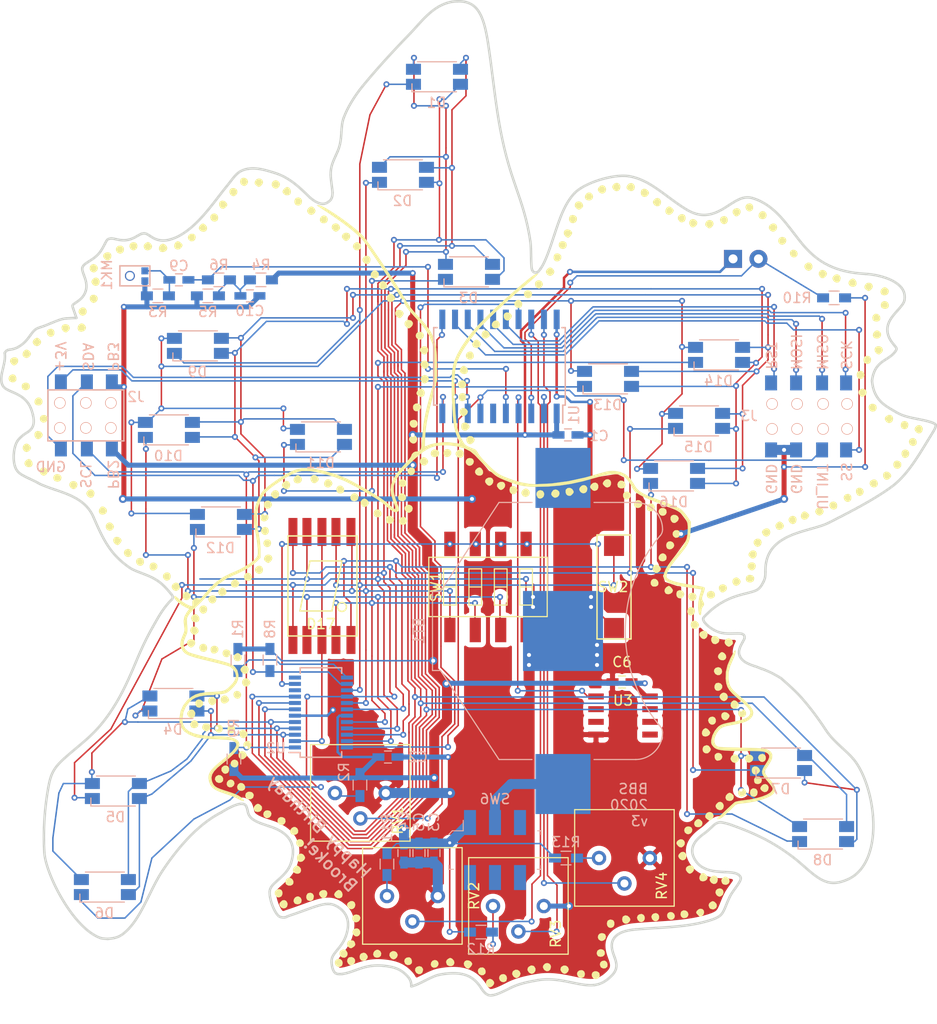
<source format=kicad_pcb>
(kicad_pcb (version 20171130) (host pcbnew 5.1.5-1.fc30)
  (layers (0 F.Cu signal) (1 In1.Cu signal hide) (2 In2.Cu signal hide) (31 B.Cu signal) (34 B.Paste user hide) (35 F.Paste user) (36 B.SilkS user) (37 F.SilkS user hide) (38 B.Mask user hide) (39 F.Mask user hide) (44 Edge.Cuts user))
  (net 0 "")
  (net 1 GND)
  (net 2 +3V0)
  (net 3 "Net-(C9-Pad1)")
  (net 4 "Net-(C10-Pad2)")
  (net 5 I2C_SDA)
  (net 6 PB3)
  (net 7 PB2)
  (net 8 I2C_SCL)
  (net 9 UI_INTERRUPT)
  (net 10 SPI_SCK)
  (net 11 SPI_MISO)
  (net 12 SPI_MOSI)
  (net 13 SPI_SS)
  (net 14 RESET)
  (net 15 "Net-(R2-Pad1)")
  (net 16 "Net-(U3-Pad7)")
  (net 17 "Net-(U3-Pad6)")
  (net 18 "Net-(U3-Pad5)")
  (net 19 "Net-(U3-Pad3)")
  (net 20 "Net-(U3-Pad2)")
  (net 21 /SEGDP)
  (net 22 /SEGG)
  (net 23 /SEGF)
  (net 24 /SEGE)
  (net 25 /SEGD)
  (net 26 /SEGC)
  (net 27 /SEGB)
  (net 28 /SEGA)
  (net 29 /DIG4)
  (net 30 /DIG3)
  (net 31 /DIG2)
  (net 32 /DIG5)
  (net 33 /DIG6)
  (net 34 /DIG7)
  (net 35 /DIG1)
  (net 36 /DIG0)
  (net 37 /KEYA)
  (net 38 /AS1115_ISET)
  (net 39 /AUDIO)
  (net 40 /TEMP)
  (net 41 /BAT+)
  (net 42 "Net-(U1-Pad6)")
  (net 43 "Net-(U2-Pad12)")
  (net 44 /PHOTO)
  (net 45 /P_LUMA)
  (net 46 /P_CHROMA-)
  (net 47 /P_CHROMA+)
  (net 48 /P_TIME)
  (net 49 "Net-(R11-Pad1)")
  (net 50 "Net-(R12-Pad1)")
  (net 51 "Net-(R13-Pad1)")
  (module LEDs:LED_D4.0mm (layer F.Cu) (at 207.6 73.2)
    (fp_text reference R7 hide)
    (fp_text value R_PHOTO)
    (pad 1 thru_hole rect (at 0 0) (size 1.8 1.8) (drill 0.9) (layers *.Cu *.Mask) (net 2 +3V0))
    (pad 2 thru_hole circle (at 2.54 0) (size 1.8 1.8) (drill 0.9) (layers *.Cu *.Mask) (net 44 /PHOTO))
  )
  (module Buttons_Switches_SMD:SW_DIP_x4_W8.61mm_Slide_LowProfile (layer F.Cu) (at 183.1 106 90)
    (fp_text reference SW1 (at 0 -5.2 90) (layer F.SilkS))
    (fp_text value SW_DIP_x04)
    (pad 1 smd rect (at -4.305 -3.81 90) (size 2.44 1.12) (layers F.Cu F.Paste F.Mask) (net 27 /SEGB))
    (pad 5 smd rect (at 4.305 3.81 90) (size 2.44 1.12) (layers F.Cu F.Paste F.Mask) (net 37 /KEYA))
    (pad 2 smd rect (at -4.305 -1.27 90) (size 2.44 1.12) (layers F.Cu F.Paste F.Mask) (net 26 /SEGC))
    (pad 6 smd rect (at 4.305 1.27 90) (size 2.44 1.12) (layers F.Cu F.Paste F.Mask) (net 37 /KEYA))
    (pad 3 smd rect (at -4.305 1.27 90) (size 2.44 1.12) (layers F.Cu F.Paste F.Mask) (net 25 /SEGD))
    (pad 7 smd rect (at 4.305 -1.27 90) (size 2.44 1.12) (layers F.Cu F.Paste F.Mask) (net 37 /KEYA))
    (pad 4 smd rect (at -4.305 3.81 90) (size 2.44 1.12) (layers F.Cu F.Paste F.Mask) (net 24 /SEGE))
    (pad 8 smd rect (at 4.305 -3.81 90) (size 2.44 1.12) (layers F.Cu F.Paste F.Mask) (net 37 /KEYA))
  )
  (module Housings_SOIC:SOIC-8_3.9x4.9mm_Pitch1.27mm (layer F.Cu) (at 196.6 118.85)
    (fp_text reference U3 (at 0 -1.5) (layer F.SilkS))
    (fp_text value LM35-D hide)
    (pad 8 smd rect (at 2.7 -1.905) (size 1.55 0.6) (layers F.Cu F.Paste F.Mask) (net 2 +3V0))
    (pad 7 smd rect (at 2.7 -0.635) (size 1.55 0.6) (layers F.Cu F.Paste F.Mask) (net 16 "Net-(U3-Pad7)"))
    (pad 6 smd rect (at 2.7 0.635) (size 1.55 0.6) (layers F.Cu F.Paste F.Mask) (net 17 "Net-(U3-Pad6)"))
    (pad 5 smd rect (at 2.7 1.905) (size 1.55 0.6) (layers F.Cu F.Paste F.Mask) (net 18 "Net-(U3-Pad5)"))
    (pad 4 smd rect (at -2.7 1.905) (size 1.55 0.6) (layers F.Cu F.Paste F.Mask) (net 1 GND))
    (pad 3 smd rect (at -2.7 0.635) (size 1.55 0.6) (layers F.Cu F.Paste F.Mask) (net 19 "Net-(U3-Pad3)"))
    (pad 2 smd rect (at -2.7 -0.635) (size 1.55 0.6) (layers F.Cu F.Paste F.Mask) (net 20 "Net-(U3-Pad2)"))
    (pad 1 smd rect (at -2.7 -1.905) (size 1.55 0.6) (layers F.Cu F.Paste F.Mask) (net 40 /TEMP))
  )
  (module "BBS Components:7SegmentLED_ACSC02" (layer F.Cu) (at 166.5 105.9)
    (fp_text reference D17 (at -0.1 3.8) (layer F.SilkS))
    (fp_text value 7SegmentLED_ACSC02)
    (pad 7 smd rect (at 1.4 -5.4) (size 0.9 2.8) (layers F.Cu F.Paste F.Mask) (net 28 /SEGA))
    (pad 8 smd rect (at 0 -5.4) (size 0.9 2.8) (layers F.Cu F.Paste F.Mask) (net 36 /DIG0))
    (pad 9 smd rect (at -1.5 -5.4) (size 0.9 2.8) (layers F.Cu F.Paste F.Mask) (net 23 /SEGF))
    (pad 10 smd rect (at -2.9 -5.4) (size 0.9 2.8) (layers F.Cu F.Paste F.Mask) (net 22 /SEGG))
    (pad 6 smd rect (at 2.9 -5.4) (size 0.9 2.8) (layers F.Cu F.Paste F.Mask) (net 27 /SEGB))
    (pad 3 smd rect (at 0 5.4) (size 0.9 2.8) (layers F.Cu F.Paste F.Mask) (net 36 /DIG0))
    (pad 4 smd rect (at 1.4 5.4) (size 0.9 2.8) (layers F.Cu F.Paste F.Mask) (net 26 /SEGC))
    (pad 2 smd rect (at -1.5 5.4) (size 0.9 2.8) (layers F.Cu F.Paste F.Mask) (net 25 /SEGD))
    (pad 1 smd rect (at -2.9 5.4) (size 0.9 2.8) (layers F.Cu F.Paste F.Mask) (net 24 /SEGE))
    (pad 5 smd rect (at 2.9 5.4) (size 0.9 2.8) (layers F.Cu F.Paste F.Mask) (net 21 /SEGDP))
  )
  (module Digikey:Switch_Slide_JS202011SCQN (layer B.Cu) (at 183.8 132.3)
    (fp_text reference SW6 (at 0 -5.1) (layer B.SilkS) (effects (justify mirror)))
    (fp_text value SW_SPST)
    (pad 3 smd rect (at 2.5 -2.75) (size 1.2 2.5) (layers B.Cu B.Paste B.Mask))
    (pad 2 smd rect (at 0 -2.75) (size 1.2 2.5) (layers B.Cu B.Paste B.Mask) (net 41 /BAT+))
    (pad 1 smd rect (at -2.5 -2.75) (size 1.2 2.5) (layers B.Cu B.Paste B.Mask) (net 2 +3V0))
    (pad 4 smd rect (at -2.5 2.75) (size 1.2 2.5) (layers B.Cu B.Paste B.Mask))
    (pad 5 smd rect (at 0 2.75) (size 1.2 2.5) (layers B.Cu B.Paste B.Mask))
    (pad 6 smd rect (at 2.5 2.75) (size 1.2 2.5) (layers B.Cu B.Paste B.Mask))
  )
  (module Resistors_SMD:R_0603_HandSoldering (layer B.Cu) (at 190.9 133.1 180)
    (fp_text reference R13 (at 0 1.6) (layer B.SilkS) (effects (justify mirror)))
    (fp_text value 10K)
    (pad 1 smd rect (at -1.1 0 180) (size 1.2 0.9) (layers B.Cu B.Paste B.Mask) (net 51 "Net-(R13-Pad1)"))
    (pad 2 smd rect (at 1.1 0 180) (size 1.2 0.9) (layers B.Cu B.Paste B.Mask) (net 2 +3V0))
  )
  (module Resistors_SMD:R_0603_HandSoldering (layer B.Cu) (at 182.4 140.5 180)
    (fp_text reference R12 (at 0 -1.7) (layer B.SilkS) (effects (justify mirror)))
    (fp_text value 10K)
    (pad 1 smd rect (at -1.1 0 180) (size 1.2 0.9) (layers B.Cu B.Paste B.Mask) (net 50 "Net-(R12-Pad1)"))
    (pad 2 smd rect (at 1.1 0 180) (size 1.2 0.9) (layers B.Cu B.Paste B.Mask) (net 2 +3V0))
  )
  (module Resistors_SMD:R_0603_HandSoldering (layer B.Cu) (at 173 133.7 90)
    (fp_text reference R11 (at 3.6 0 90) (layer B.SilkS) (effects (justify mirror)))
    (fp_text value 10K)
    (pad 1 smd rect (at -1.1 0 90) (size 1.2 0.9) (layers B.Cu B.Paste B.Mask) (net 49 "Net-(R11-Pad1)"))
    (pad 2 smd rect (at 1.1 0 90) (size 1.2 0.9) (layers B.Cu B.Paste B.Mask) (net 2 +3V0))
  )
  (module Housings_SOIC:SOIC-20W_7.5x12.8mm_Pitch1.27mm (layer B.Cu) (at 184.25 83.95 90)
    (fp_text reference U1 (at -4.85 7.45 90) (layer B.SilkS) (effects (justify mirror)))
    (fp_text value ATtiny1606-S)
    (pad 20 smd rect (at 4.7 5.715 90) (size 1.95 0.6) (layers B.Cu B.Paste B.Mask) (net 1 GND))
    (pad 19 smd rect (at 4.7 4.445 90) (size 1.95 0.6) (layers B.Cu B.Paste B.Mask) (net 47 /P_CHROMA+))
    (pad 18 smd rect (at 4.7 3.175 90) (size 1.95 0.6) (layers B.Cu B.Paste B.Mask) (net 46 /P_CHROMA-))
    (pad 17 smd rect (at 4.7 1.905 90) (size 1.95 0.6) (layers B.Cu B.Paste B.Mask) (net 45 /P_LUMA))
    (pad 16 smd rect (at 4.7 0.635 90) (size 1.95 0.6) (layers B.Cu B.Paste B.Mask) (net 14 RESET))
    (pad 15 smd rect (at 4.7 -0.635 90) (size 1.95 0.6) (layers B.Cu B.Paste B.Mask) (net 10 SPI_SCK))
    (pad 14 smd rect (at 4.7 -1.905 90) (size 1.95 0.6) (layers B.Cu B.Paste B.Mask) (net 11 SPI_MISO))
    (pad 13 smd rect (at 4.7 -3.175 90) (size 1.95 0.6) (layers B.Cu B.Paste B.Mask) (net 12 SPI_MOSI))
    (pad 12 smd rect (at 4.7 -4.445 90) (size 1.95 0.6) (layers B.Cu B.Paste B.Mask) (net 13 SPI_SS))
    (pad 11 smd rect (at 4.7 -5.715 90) (size 1.95 0.6) (layers B.Cu B.Paste B.Mask) (net 8 I2C_SCL))
    (pad 10 smd rect (at -4.7 -5.715 90) (size 1.95 0.6) (layers B.Cu B.Paste B.Mask) (net 5 I2C_SDA))
    (pad 9 smd rect (at -4.7 -4.445 90) (size 1.95 0.6) (layers B.Cu B.Paste B.Mask) (net 7 PB2))
    (pad 8 smd rect (at -4.7 -3.175 90) (size 1.95 0.6) (layers B.Cu B.Paste B.Mask) (net 6 PB3))
    (pad 7 smd rect (at -4.7 -1.905 90) (size 1.95 0.6) (layers B.Cu B.Paste B.Mask) (net 9 UI_INTERRUPT))
    (pad 6 smd rect (at -4.7 -0.635 90) (size 1.95 0.6) (layers B.Cu B.Paste B.Mask) (net 42 "Net-(U1-Pad6)"))
    (pad 5 smd rect (at -4.7 0.635 90) (size 1.95 0.6) (layers B.Cu B.Paste B.Mask) (net 39 /AUDIO))
    (pad 4 smd rect (at -4.7 1.905 90) (size 1.95 0.6) (layers B.Cu B.Paste B.Mask) (net 40 /TEMP))
    (pad 3 smd rect (at -4.7 3.175 90) (size 1.95 0.6) (layers B.Cu B.Paste B.Mask) (net 44 /PHOTO))
    (pad 2 smd rect (at -4.7 4.445 90) (size 1.95 0.6) (layers B.Cu B.Paste B.Mask) (net 48 /P_TIME))
    (pad 1 smd rect (at -4.7 5.715 90) (size 1.95 0.6) (layers B.Cu B.Paste B.Mask) (net 2 +3V0))
  )
  (module Mounting_Holes:MountingHole_3.2mm_M3 (layer F.Cu) (at 195.4 69)
    (fp_text reference REF** hide)
    (fp_text value MountingHole_3.2mm_M3)
    (pad 1 np_thru_hole circle (at 0 0) (size 3.2 3.2) (drill 3.2) (layers *.Cu *.Mask))
  )
  (module Mounting_Holes:MountingHole_3.2mm_M3 (layer F.Cu) (at 160.5 69)
    (fp_text reference REF** hide)
    (fp_text value MountingHole_3.2mm_M3)
    (pad 1 np_thru_hole circle (at 0 0) (size 3.2 3.2) (drill 3.2) (layers *.Cu *.Mask))
  )
  (module "BBS Components:silkscreen-1" (layer F.Cu) (at 180 97)
    (fp_text reference G*** hide)
    (fp_text value LOGO hide)
  )
  (module "BBS Components:soldermask-2" (layer F.Cu) (at 180 97)
    (fp_text reference G*** hide)
    (fp_text value LOGO hide)
  )
  (module Potentiometers:Potentiometer_Trimmer_Suntan_TSR-3386P_Horizontal (layer F.Cu) (at 173 136.9 270)
    (fp_text reference RV2 (at -0.015 -8.705 90) (layer F.SilkS))
    (fp_text value R_POT)
    (pad 1 thru_hole circle (at 0 0 270) (size 1.44 1.44) (drill 0.8) (layers *.Cu *.Mask) (net 49 "Net-(R11-Pad1)"))
    (pad 2 thru_hole circle (at 2.54 -2.54 270) (size 1.44 1.44) (drill 0.8) (layers *.Cu *.Mask) (net 46 /P_CHROMA-))
    (pad 3 thru_hole circle (at 0 -5.08 270) (size 1.44 1.44) (drill 0.8) (layers *.Cu *.Mask) (net 1 GND))
  )
  (module Resistors_SMD:R_0603_HandSoldering (layer B.Cu) (at 217.7 77.1)
    (fp_text reference R10 (at -3.7 0) (layer B.SilkS) (effects (justify mirror)))
    (fp_text value 10K)
    (pad 1 smd rect (at -1.1 0) (size 1.2 0.9) (layers B.Cu B.Paste B.Mask) (net 44 /PHOTO))
    (pad 2 smd rect (at 1.1 0) (size 1.2 0.9) (layers B.Cu B.Paste B.Mask) (net 1 GND))
  )
  (module "BBS Components:LED_RGB_SMD_PLCC4_Reverse_XZMDKCBDDG45S" (layer B.Cu) (at 201.7 94.9)
    (fp_text reference D16 (at -0.05 2.6) (layer B.SilkS) (effects (justify mirror)))
    (fp_text value LED_RGB)
    (pad 1 smd rect (at 2.35 0.75) (size 1.5 1.1) (layers B.Cu B.Paste B.Mask) (net 29 /DIG4))
    (pad 2 smd rect (at -2.35 0.75) (size 1.5 1.1) (layers B.Cu B.Paste B.Mask) (net 21 /SEGDP))
    (pad 4 smd rect (at 2.35 -0.75) (size 1.5 1.1) (layers B.Cu B.Paste B.Mask) (net 32 /DIG5))
    (pad 3 smd rect (at -2.35 -0.75) (size 1.5 1.1) (layers B.Cu B.Paste B.Mask) (net 33 /DIG6))
  )
  (module "BBS Components:LED_RGB_SMD_PLCC4_Reverse_XZMDKCBDDG45S" (layer B.Cu) (at 204.2 89.4)
    (fp_text reference D15 (at -0.05 2.6) (layer B.SilkS) (effects (justify mirror)))
    (fp_text value LED_RGB)
    (pad 1 smd rect (at 2.35 0.75) (size 1.5 1.1) (layers B.Cu B.Paste B.Mask) (net 29 /DIG4))
    (pad 2 smd rect (at -2.35 0.75) (size 1.5 1.1) (layers B.Cu B.Paste B.Mask) (net 22 /SEGG))
    (pad 4 smd rect (at 2.35 -0.75) (size 1.5 1.1) (layers B.Cu B.Paste B.Mask) (net 32 /DIG5))
    (pad 3 smd rect (at -2.35 -0.75) (size 1.5 1.1) (layers B.Cu B.Paste B.Mask) (net 33 /DIG6))
  )
  (module "BBS Components:LED_RGB_SMD_PLCC4_Reverse_XZMDKCBDDG45S" (layer B.Cu) (at 206.2 82.8)
    (fp_text reference D14 (at -0.05 2.6) (layer B.SilkS) (effects (justify mirror)))
    (fp_text value LED_RGB)
    (pad 1 smd rect (at 2.35 0.75) (size 1.5 1.1) (layers B.Cu B.Paste B.Mask) (net 29 /DIG4))
    (pad 2 smd rect (at -2.35 0.75) (size 1.5 1.1) (layers B.Cu B.Paste B.Mask) (net 23 /SEGF))
    (pad 4 smd rect (at 2.35 -0.75) (size 1.5 1.1) (layers B.Cu B.Paste B.Mask) (net 32 /DIG5))
    (pad 3 smd rect (at -2.35 -0.75) (size 1.5 1.1) (layers B.Cu B.Paste B.Mask) (net 33 /DIG6))
  )
  (module "BBS Components:LED_RGB_SMD_PLCC4_Reverse_XZMDKCBDDG45S" (layer B.Cu) (at 195.1 85.2)
    (fp_text reference D13 (at -0.05 2.6) (layer B.SilkS) (effects (justify mirror)))
    (fp_text value LED_RGB)
    (pad 1 smd rect (at 2.35 0.75) (size 1.5 1.1) (layers B.Cu B.Paste B.Mask) (net 29 /DIG4))
    (pad 2 smd rect (at -2.35 0.75) (size 1.5 1.1) (layers B.Cu B.Paste B.Mask) (net 24 /SEGE))
    (pad 4 smd rect (at 2.35 -0.75) (size 1.5 1.1) (layers B.Cu B.Paste B.Mask) (net 32 /DIG5))
    (pad 3 smd rect (at -2.35 -0.75) (size 1.5 1.1) (layers B.Cu B.Paste B.Mask) (net 33 /DIG6))
  )
  (module "BBS Components:LED_RGB_SMD_PLCC4_Reverse_XZMDKCBDDG45S" (layer B.Cu) (at 156.4 99.5)
    (fp_text reference D12 (at -0.05 2.6) (layer B.SilkS) (effects (justify mirror)))
    (fp_text value LED_RGB)
    (pad 1 smd rect (at 2.35 0.75) (size 1.5 1.1) (layers B.Cu B.Paste B.Mask) (net 29 /DIG4))
    (pad 2 smd rect (at -2.35 0.75) (size 1.5 1.1) (layers B.Cu B.Paste B.Mask) (net 25 /SEGD))
    (pad 4 smd rect (at 2.35 -0.75) (size 1.5 1.1) (layers B.Cu B.Paste B.Mask) (net 32 /DIG5))
    (pad 3 smd rect (at -2.35 -0.75) (size 1.5 1.1) (layers B.Cu B.Paste B.Mask) (net 33 /DIG6))
  )
  (module "BBS Components:LED_RGB_SMD_PLCC4_Reverse_XZMDKCBDDG45S" (layer B.Cu) (at 166.4 91)
    (fp_text reference D11 (at -0.05 2.6) (layer B.SilkS) (effects (justify mirror)))
    (fp_text value LED_RGB)
    (pad 1 smd rect (at 2.35 0.75) (size 1.5 1.1) (layers B.Cu B.Paste B.Mask) (net 29 /DIG4))
    (pad 2 smd rect (at -2.35 0.75) (size 1.5 1.1) (layers B.Cu B.Paste B.Mask) (net 26 /SEGC))
    (pad 4 smd rect (at 2.35 -0.75) (size 1.5 1.1) (layers B.Cu B.Paste B.Mask) (net 32 /DIG5))
    (pad 3 smd rect (at -2.35 -0.75) (size 1.5 1.1) (layers B.Cu B.Paste B.Mask) (net 33 /DIG6))
  )
  (module "BBS Components:LED_RGB_SMD_PLCC4_Reverse_XZMDKCBDDG45S" (layer B.Cu) (at 151.2 90.3)
    (fp_text reference D10 (at -0.05 2.6) (layer B.SilkS) (effects (justify mirror)))
    (fp_text value LED_RGB)
    (pad 1 smd rect (at 2.35 0.75) (size 1.5 1.1) (layers B.Cu B.Paste B.Mask) (net 29 /DIG4))
    (pad 2 smd rect (at -2.35 0.75) (size 1.5 1.1) (layers B.Cu B.Paste B.Mask) (net 27 /SEGB))
    (pad 4 smd rect (at 2.35 -0.75) (size 1.5 1.1) (layers B.Cu B.Paste B.Mask) (net 32 /DIG5))
    (pad 3 smd rect (at -2.35 -0.75) (size 1.5 1.1) (layers B.Cu B.Paste B.Mask) (net 33 /DIG6))
  )
  (module "BBS Components:LED_RGB_SMD_PLCC4_Reverse_XZMDKCBDDG45S" (layer B.Cu) (at 154.1 81.9)
    (fp_text reference D9 (at -0.05 2.6) (layer B.SilkS) (effects (justify mirror)))
    (fp_text value LED_RGB)
    (pad 1 smd rect (at 2.35 0.75) (size 1.5 1.1) (layers B.Cu B.Paste B.Mask) (net 29 /DIG4))
    (pad 2 smd rect (at -2.35 0.75) (size 1.5 1.1) (layers B.Cu B.Paste B.Mask) (net 28 /SEGA))
    (pad 4 smd rect (at 2.35 -0.75) (size 1.5 1.1) (layers B.Cu B.Paste B.Mask) (net 32 /DIG5))
    (pad 3 smd rect (at -2.35 -0.75) (size 1.5 1.1) (layers B.Cu B.Paste B.Mask) (net 33 /DIG6))
  )
  (module "BBS Components:LED_RGB_SMD_PLCC4_Reverse_XZMDKCBDDG45S" (layer B.Cu) (at 216.6 130.7)
    (fp_text reference D8 (at -0.05 2.6) (layer B.SilkS) (effects (justify mirror)))
    (fp_text value LED_RGB)
    (pad 1 smd rect (at 2.35 0.75) (size 1.5 1.1) (layers B.Cu B.Paste B.Mask) (net 35 /DIG1))
    (pad 2 smd rect (at -2.35 0.75) (size 1.5 1.1) (layers B.Cu B.Paste B.Mask) (net 21 /SEGDP))
    (pad 4 smd rect (at 2.35 -0.75) (size 1.5 1.1) (layers B.Cu B.Paste B.Mask) (net 31 /DIG2))
    (pad 3 smd rect (at -2.35 -0.75) (size 1.5 1.1) (layers B.Cu B.Paste B.Mask) (net 30 /DIG3))
  )
  (module "BBS Components:LED_RGB_SMD_PLCC4_Reverse_XZMDKCBDDG45S" (layer B.Cu) (at 212.4 123.6)
    (fp_text reference D7 (at -0.05 2.6) (layer B.SilkS) (effects (justify mirror)))
    (fp_text value LED_RGB)
    (pad 1 smd rect (at 2.35 0.75) (size 1.5 1.1) (layers B.Cu B.Paste B.Mask) (net 35 /DIG1))
    (pad 2 smd rect (at -2.35 0.75) (size 1.5 1.1) (layers B.Cu B.Paste B.Mask) (net 22 /SEGG))
    (pad 4 smd rect (at 2.35 -0.75) (size 1.5 1.1) (layers B.Cu B.Paste B.Mask) (net 31 /DIG2))
    (pad 3 smd rect (at -2.35 -0.75) (size 1.5 1.1) (layers B.Cu B.Paste B.Mask) (net 30 /DIG3))
  )
  (module "BBS Components:LED_RGB_SMD_PLCC4_Reverse_XZMDKCBDDG45S" (layer B.Cu) (at 144.8 136)
    (fp_text reference D6 (at -0.05 2.6) (layer B.SilkS) (effects (justify mirror)))
    (fp_text value LED_RGB)
    (pad 1 smd rect (at 2.35 0.75) (size 1.5 1.1) (layers B.Cu B.Paste B.Mask) (net 35 /DIG1))
    (pad 2 smd rect (at -2.35 0.75) (size 1.5 1.1) (layers B.Cu B.Paste B.Mask) (net 23 /SEGF))
    (pad 4 smd rect (at 2.35 -0.75) (size 1.5 1.1) (layers B.Cu B.Paste B.Mask) (net 31 /DIG2))
    (pad 3 smd rect (at -2.35 -0.75) (size 1.5 1.1) (layers B.Cu B.Paste B.Mask) (net 30 /DIG3))
  )
  (module "BBS Components:LED_RGB_SMD_PLCC4_Reverse_XZMDKCBDDG45S" (layer B.Cu) (at 145.9 126.4)
    (fp_text reference D5 (at -0.05 2.6) (layer B.SilkS) (effects (justify mirror)))
    (fp_text value LED_RGB)
    (pad 3 smd rect (at -2.35 -0.75) (size 1.5 1.1) (layers B.Cu B.Paste B.Mask) (net 30 /DIG3))
    (pad 4 smd rect (at 2.35 -0.75) (size 1.5 1.1) (layers B.Cu B.Paste B.Mask) (net 31 /DIG2))
    (pad 2 smd rect (at -2.35 0.75) (size 1.5 1.1) (layers B.Cu B.Paste B.Mask) (net 24 /SEGE))
    (pad 1 smd rect (at 2.35 0.75) (size 1.5 1.1) (layers B.Cu B.Paste B.Mask) (net 35 /DIG1))
  )
  (module "BBS Components:LED_RGB_SMD_PLCC4_Reverse_XZMDKCBDDG45S" (layer B.Cu) (at 151.65 117.65)
    (fp_text reference D4 (at -0.05 2.6) (layer B.SilkS) (effects (justify mirror)))
    (fp_text value LED_RGB)
    (pad 3 smd rect (at -2.35 -0.75) (size 1.5 1.1) (layers B.Cu B.Paste B.Mask) (net 30 /DIG3))
    (pad 4 smd rect (at 2.35 -0.75) (size 1.5 1.1) (layers B.Cu B.Paste B.Mask) (net 31 /DIG2))
    (pad 2 smd rect (at -2.35 0.75) (size 1.5 1.1) (layers B.Cu B.Paste B.Mask) (net 25 /SEGD))
    (pad 1 smd rect (at 2.35 0.75) (size 1.5 1.1) (layers B.Cu B.Paste B.Mask) (net 35 /DIG1))
  )
  (module "BBS Components:LED_RGB_SMD_PLCC4_Reverse_XZMDKCBDDG45S" (layer B.Cu) (at 181.2 74.5)
    (fp_text reference D3 (at -0.05 2.6) (layer B.SilkS) (effects (justify mirror)))
    (fp_text value LED_RGB)
    (pad 1 smd rect (at 2.35 0.75) (size 1.5 1.1) (layers B.Cu B.Paste B.Mask) (net 35 /DIG1))
    (pad 2 smd rect (at -2.35 0.75) (size 1.5 1.1) (layers B.Cu B.Paste B.Mask) (net 26 /SEGC))
    (pad 4 smd rect (at 2.35 -0.75) (size 1.5 1.1) (layers B.Cu B.Paste B.Mask) (net 31 /DIG2))
    (pad 3 smd rect (at -2.35 -0.75) (size 1.5 1.1) (layers B.Cu B.Paste B.Mask) (net 30 /DIG3))
  )
  (module "BBS Components:LED_RGB_SMD_PLCC4_Reverse_XZMDKCBDDG45S" (layer B.Cu) (at 174.6 64.8)
    (fp_text reference D2 (at -0.05 2.6) (layer B.SilkS) (effects (justify mirror)))
    (fp_text value LED_RGB)
    (pad 1 smd rect (at 2.35 0.75) (size 1.5 1.1) (layers B.Cu B.Paste B.Mask) (net 35 /DIG1))
    (pad 2 smd rect (at -2.35 0.75) (size 1.5 1.1) (layers B.Cu B.Paste B.Mask) (net 27 /SEGB))
    (pad 4 smd rect (at 2.35 -0.75) (size 1.5 1.1) (layers B.Cu B.Paste B.Mask) (net 31 /DIG2))
    (pad 3 smd rect (at -2.35 -0.75) (size 1.5 1.1) (layers B.Cu B.Paste B.Mask) (net 30 /DIG3))
  )
  (module "BBS Components:LED_RGB_SMD_PLCC4_Reverse_XZMDKCBDDG45S" (layer B.Cu) (at 178 55)
    (fp_text reference D1 (at -0.05 2.6) (layer B.SilkS) (effects (justify mirror)))
    (fp_text value LED_RGB)
    (pad 1 smd rect (at 2.35 0.75) (size 1.5 1.1) (layers B.Cu B.Paste B.Mask) (net 35 /DIG1))
    (pad 2 smd rect (at -2.35 0.75) (size 1.5 1.1) (layers B.Cu B.Paste B.Mask) (net 28 /SEGA))
    (pad 4 smd rect (at 2.35 -0.75) (size 1.5 1.1) (layers B.Cu B.Paste B.Mask) (net 31 /DIG2))
    (pad 3 smd rect (at -2.35 -0.75) (size 1.5 1.1) (layers B.Cu B.Paste B.Mask) (net 30 /DIG3))
  )
  (module Resistors_SMD:R_0603_HandSoldering (layer B.Cu) (at 157.7 123.2 270)
    (fp_text reference R9 (at -3.1 0 90) (layer B.SilkS) (effects (justify mirror)))
    (fp_text value 4K7)
    (pad 1 smd rect (at -1.1 0 270) (size 1.2 0.9) (layers B.Cu B.Paste B.Mask) (net 5 I2C_SDA))
    (pad 2 smd rect (at 1.1 0 270) (size 1.2 0.9) (layers B.Cu B.Paste B.Mask) (net 2 +3V0))
  )
  (module Resistors_SMD:R_0603_HandSoldering (layer B.Cu) (at 161.3 113.3 90)
    (fp_text reference R8 (at 3.1 0 90) (layer B.SilkS) (effects (justify mirror)))
    (fp_text value 4K7)
    (pad 1 smd rect (at -1.1 0 90) (size 1.2 0.9) (layers B.Cu B.Paste B.Mask) (net 8 I2C_SCL))
    (pad 2 smd rect (at 1.1 0 90) (size 1.2 0.9) (layers B.Cu B.Paste B.Mask) (net 2 +3V0))
  )
  (module "BBS Components:SW_SPST_SMD_3_6" (layer F.Cu) (at 195.7 106 270)
    (fp_text reference SW2 (at 0 0.1 180) (layer F.SilkS))
    (fp_text value SW_Push)
    (pad 2 smd rect (at 4.1 0 270) (size 2 2) (layers F.Cu F.Paste F.Mask) (net 37 /KEYA))
    (pad 1 smd rect (at -4.1 0 270) (size 2 2) (layers F.Cu F.Paste F.Mask) (net 28 /SEGA))
  )
  (module "BBS Components:Header_SMD_vertical_passthrough_02x03" (layer B.Cu) (at 142.9 88.9 180)
    (fp_text reference J2 (at -5 1.9) (layer B.SilkS) (effects (justify mirror)))
    (fp_text value Conn_02x03_Counter_Clockwise)
    (pad 3 smd rect (at 2.5 3.4 180) (size 1.2 1.5) (layers B.Cu B.Paste B.Mask) (net 7 PB2))
    (pad 2 smd rect (at -0.1 3.4 180) (size 1.2 1.5) (layers B.Cu B.Paste B.Mask) (net 8 I2C_SCL))
    (pad 1 smd rect (at -2.6 3.4 180) (size 1.2 1.5) (layers B.Cu B.Paste B.Mask) (net 1 GND))
    (pad 4 smd rect (at 2.5 -3.3 180) (size 1.2 1.5) (layers B.Cu B.Paste B.Mask) (net 6 PB3))
    (pad 5 smd rect (at -0.1 -3.3 180) (size 1.2 1.5) (layers B.Cu B.Paste B.Mask) (net 5 I2C_SDA))
    (pad 6 smd rect (at -2.6 -3.3 180) (size 1.2 1.5) (layers B.Cu B.Paste B.Mask) (net 2 +3V0))
    (pad "" np_thru_hole circle (at -2.5 1.3 180) (size 1 1) (drill 1) (layers *.Cu *.Mask))
    (pad "" np_thru_hole circle (at 0 1.3 180) (size 1 1) (drill 1) (layers *.Cu *.Mask))
    (pad "" np_thru_hole circle (at 2.6 1.3 180) (size 1 1) (drill 1) (layers *.Cu *.Mask))
    (pad "" np_thru_hole circle (at 2.6 -1.2 180) (size 1 1) (drill 1) (layers *.Cu *.Mask))
    (pad "" np_thru_hole circle (at 0 -1.2 180) (size 1 1) (drill 1) (layers *.Cu *.Mask))
    (pad "" np_thru_hole circle (at -2.5 -1.2 180) (size 1 1) (drill 1) (layers *.Cu *.Mask))
  )
  (module "BBS Components:Header_SMD_vertical_passthrough_02x04" (layer B.Cu) (at 215.2 88.9)
    (fp_text reference J3 (at -6 0) (layer B.SilkS) (effects (justify mirror)))
    (fp_text value Conn_02x04_Counter_Clockwise)
    (pad "" np_thru_hole circle (at -3.7 -1.2) (size 1 1) (drill 1) (layers *.Cu *.Mask))
    (pad "" np_thru_hole circle (at -1.2 -1.2) (size 1 1) (drill 1) (layers *.Cu *.Mask))
    (pad "" np_thru_hole circle (at 1.4 -1.2) (size 1 1) (drill 1) (layers *.Cu *.Mask))
    (pad "" np_thru_hole circle (at 3.8 -1.2) (size 1 1) (drill 1) (layers *.Cu *.Mask))
    (pad "" np_thru_hole circle (at 3.8 1.3) (size 1 1) (drill 1) (layers *.Cu *.Mask))
    (pad "" np_thru_hole circle (at 1.4 1.3) (size 1 1) (drill 1) (layers *.Cu *.Mask))
    (pad "" np_thru_hole circle (at -1.2 1.3) (size 1 1) (drill 1) (layers *.Cu *.Mask))
    (pad "" np_thru_hole circle (at -3.7 1.3) (size 1 1) (drill 1) (layers *.Cu *.Mask))
    (pad 8 smd rect (at -3.8 -3.3) (size 1.2 1.5) (layers B.Cu B.Paste B.Mask) (net 14 RESET))
    (pad 7 smd rect (at -1.3 -3.3) (size 1.2 1.5) (layers B.Cu B.Paste B.Mask) (net 12 SPI_MOSI))
    (pad 6 smd rect (at 1.3 -3.3) (size 1.2 1.5) (layers B.Cu B.Paste B.Mask) (net 11 SPI_MISO))
    (pad 1 smd rect (at -3.8 3.4) (size 1.2 1.5) (layers B.Cu B.Paste B.Mask) (net 1 GND))
    (pad 2 smd rect (at -1.3 3.4) (size 1.2 1.5) (layers B.Cu B.Paste B.Mask) (net 1 GND))
    (pad 3 smd rect (at 1.3 3.4) (size 1.2 1.5) (layers B.Cu B.Paste B.Mask) (net 9 UI_INTERRUPT))
    (pad 4 smd rect (at 3.7 3.4) (size 1.2 1.5) (layers B.Cu B.Paste B.Mask) (net 13 SPI_SS))
    (pad 5 smd rect (at 3.7 -3.3) (size 1.2 1.5) (layers B.Cu B.Paste B.Mask) (net 10 SPI_SCK))
  )
  (module "BBS Components:spv1840l45h-b" (layer B.Cu) (at 147.8 74.9)
    (fp_text reference MK1 (at -2.8 -0.1 -270) (layer B.SilkS) (effects (justify mirror)))
    (fp_text value Microphone)
    (pad 3 thru_hole circle (at -0.5 0) (size 1 1) (drill 0.762) (layers *.Cu *.Mask))
    (pad 1 smd rect (at 1 0.5) (size 0.7 0.7) (layers B.Cu B.Paste B.Mask) (net 1 GND))
    (pad 2 smd rect (at 1 -0.5) (size 0.7 0.7) (layers B.Cu B.Paste B.Mask) (net 3 "Net-(C9-Pad1)"))
  )
  (module Battery_Holders:Keystone_3008_1x2450-CoinCell (layer B.Cu) (at 190.6 110.4 270)
    (fp_text reference BT1 (at 0 14.4 270) (layer B.SilkS) (effects (justify mirror)))
    (fp_text value CR2450VP)
    (pad 1 smd rect (at -15.3 0 270) (size 6 5.5) (layers B.Cu B.Paste B.Mask))
    (pad 1 smd rect (at 15.3 0 270) (size 6 5.5) (layers B.Cu B.Paste B.Mask) (net 41 /BAT+))
    (pad 2 smd rect (at 0 0 270) (size 8 8) (layers B.Cu B.Mask) (net 1 GND))
  )
  (module Capacitors_SMD:C_0603_HandSoldering (layer B.Cu) (at 191.1 90.8)
    (fp_text reference C1 (at 3.1 0.1 180) (layer B.SilkS) (effects (justify mirror)))
    (fp_text value 22uF)
    (pad 2 smd rect (at 0.95 0) (size 1.2 0.75) (layers B.Cu B.Paste B.Mask) (net 1 GND))
    (pad 1 smd rect (at -0.95 0) (size 1.2 0.75) (layers B.Cu B.Paste B.Mask) (net 2 +3V0))
  )
  (module Capacitors_SMD:C_0603_HandSoldering (layer B.Cu) (at 173.1 123)
    (fp_text reference C2 (at 3 0 180) (layer B.SilkS) (effects (justify mirror)))
    (fp_text value 22uF)
    (pad 2 smd rect (at 0.95 0) (size 1.2 0.75) (layers B.Cu B.Paste B.Mask) (net 1 GND))
    (pad 1 smd rect (at -0.95 0) (size 1.2 0.75) (layers B.Cu B.Paste B.Mask) (net 2 +3V0))
  )
  (module Capacitors_SMD:C_0603_HandSoldering (layer B.Cu) (at 177.7 132.6 270)
    (fp_text reference C3 (at -3.1 0 90) (layer B.SilkS) (effects (justify mirror)))
    (fp_text value 22uF)
    (pad 1 smd rect (at -0.95 0 270) (size 1.2 0.75) (layers B.Cu B.Paste B.Mask) (net 2 +3V0))
    (pad 2 smd rect (at 0.95 0 270) (size 1.2 0.75) (layers B.Cu B.Paste B.Mask) (net 1 GND))
  )
  (module Capacitors_SMD:C_0603_HandSoldering (layer B.Cu) (at 174.7 132.6 270)
    (fp_text reference C4 (at -3.2 0 90) (layer B.SilkS) (effects (justify mirror)))
    (fp_text value 22uF)
    (pad 2 smd rect (at 0.95 0 270) (size 1.2 0.75) (layers B.Cu B.Paste B.Mask) (net 1 GND))
    (pad 1 smd rect (at -0.95 0 270) (size 1.2 0.75) (layers B.Cu B.Paste B.Mask) (net 2 +3V0))
  )
  (module Capacitors_SMD:C_0603_HandSoldering (layer B.Cu) (at 176.2 132.6 270)
    (fp_text reference C5 (at -3.1 0 90) (layer B.SilkS) (effects (justify mirror)))
    (fp_text value 22uF)
    (pad 1 smd rect (at -0.95 0 270) (size 1.2 0.75) (layers B.Cu B.Paste B.Mask) (net 2 +3V0))
    (pad 2 smd rect (at 0.95 0 270) (size 1.2 0.75) (layers B.Cu B.Paste B.Mask) (net 1 GND))
  )
  (module Capacitors_SMD:C_0603_HandSoldering (layer F.Cu) (at 196.5 115.5 180)
    (fp_text reference C6 (at 0 2) (layer F.SilkS))
    (fp_text value 22uF hide)
    (pad 1 smd rect (at -0.95 0 180) (size 1.2 0.75) (layers F.Cu F.Paste F.Mask) (net 2 +3V0))
    (pad 2 smd rect (at 0.95 0 180) (size 1.2 0.75) (layers F.Cu F.Paste F.Mask) (net 1 GND))
  )
  (module Capacitors_SMD:C_0603_HandSoldering (layer B.Cu) (at 152.2 75.3)
    (fp_text reference C9 (at 0 -1.4) (layer B.SilkS) (effects (justify mirror)))
    (fp_text value 10uF)
    (pad 2 smd rect (at 0.95 0) (size 1.2 0.75) (layers B.Cu B.Paste B.Mask) (net 39 /AUDIO))
    (pad 1 smd rect (at -0.95 0) (size 1.2 0.75) (layers B.Cu B.Paste B.Mask) (net 3 "Net-(C9-Pad1)"))
  )
  (module Capacitors_SMD:C_0603_HandSoldering (layer B.Cu) (at 159.3 76.9 180)
    (fp_text reference C10 (at 0 -1.5 180) (layer B.SilkS) (effects (justify mirror)))
    (fp_text value 10uF)
    (pad 1 smd rect (at -0.95 0 180) (size 1.2 0.75) (layers B.Cu B.Paste B.Mask) (net 1 GND))
    (pad 2 smd rect (at 0.95 0 180) (size 1.2 0.75) (layers B.Cu B.Paste B.Mask) (net 4 "Net-(C10-Pad2)"))
  )
  (module Resistors_SMD:R_0603_HandSoldering (layer B.Cu) (at 158.1 113.3 270)
    (fp_text reference R1 (at -3.1 0 90) (layer B.SilkS) (effects (justify mirror)))
    (fp_text value 22K)
    (pad 2 smd rect (at 1.1 0 270) (size 1.2 0.9) (layers B.Cu B.Paste B.Mask) (net 38 /AS1115_ISET))
    (pad 1 smd rect (at -1.1 0 270) (size 1.2 0.9) (layers B.Cu B.Paste B.Mask) (net 2 +3V0))
  )
  (module Resistors_SMD:R_0603_HandSoldering (layer B.Cu) (at 170.3 125.8 90)
    (fp_text reference R2 (at 1.3 -1.6 270) (layer B.SilkS) (effects (justify mirror)))
    (fp_text value 10K)
    (pad 1 smd rect (at -1.1 0 90) (size 1.2 0.9) (layers B.Cu B.Paste B.Mask) (net 15 "Net-(R2-Pad1)"))
    (pad 2 smd rect (at 1.1 0 90) (size 1.2 0.9) (layers B.Cu B.Paste B.Mask) (net 2 +3V0))
  )
  (module Resistors_SMD:R_0603_HandSoldering (layer B.Cu) (at 150.1 76.9 180)
    (fp_text reference R3 (at 0 -1.6) (layer B.SilkS) (effects (justify mirror)))
    (fp_text value 10K)
    (pad 1 smd rect (at -1.1 0 180) (size 1.2 0.9) (layers B.Cu B.Paste B.Mask) (net 3 "Net-(C9-Pad1)"))
    (pad 2 smd rect (at 1.1 0 180) (size 1.2 0.9) (layers B.Cu B.Paste B.Mask) (net 1 GND))
  )
  (module Resistors_SMD:R_0603_HandSoldering (layer B.Cu) (at 160.4 75.3 180)
    (fp_text reference R4 (at 0 1.5) (layer B.SilkS) (effects (justify mirror)))
    (fp_text value 10K)
    (pad 1 smd rect (at -1.1 0 180) (size 1.2 0.9) (layers B.Cu B.Paste B.Mask) (net 2 +3V0))
    (pad 2 smd rect (at 1.1 0 180) (size 1.2 0.9) (layers B.Cu B.Paste B.Mask) (net 4 "Net-(C10-Pad2)"))
  )
  (module Resistors_SMD:R_0603_HandSoldering (layer B.Cu) (at 155.1 76.9 180)
    (fp_text reference R5 (at 0 -1.6) (layer B.SilkS) (effects (justify mirror)))
    (fp_text value 10K)
    (pad 2 smd rect (at 1.1 0 180) (size 1.2 0.9) (layers B.Cu B.Paste B.Mask) (net 1 GND))
    (pad 1 smd rect (at -1.1 0 180) (size 1.2 0.9) (layers B.Cu B.Paste B.Mask) (net 4 "Net-(C10-Pad2)"))
  )
  (module Resistors_SMD:R_0603_HandSoldering (layer B.Cu) (at 156.2 75.3)
    (fp_text reference R6 (at 0 -1.5) (layer B.SilkS) (effects (justify mirror)))
    (fp_text value 10K)
    (pad 2 smd rect (at 1.1 0) (size 1.2 0.9) (layers B.Cu B.Paste B.Mask) (net 4 "Net-(C10-Pad2)"))
    (pad 1 smd rect (at -1.1 0) (size 1.2 0.9) (layers B.Cu B.Paste B.Mask) (net 39 /AUDIO))
  )
  (module Housings_SSOP:SSOP-24_3.9x8.7mm_Pitch0.635mm (layer B.Cu) (at 166.4 118.55)
    (fp_text reference U2 (at -4.5 3.55 180) (layer B.SilkS) (effects (justify mirror)))
    (fp_text value AS1115-BSST)
    (pad 24 smd rect (at 2.6 3.4925) (size 1.2 0.4) (layers B.Cu B.Paste B.Mask) (net 9 UI_INTERRUPT))
    (pad 23 smd rect (at 2.6 2.8575) (size 1.2 0.4) (layers B.Cu B.Paste B.Mask) (net 25 /SEGD))
    (pad 22 smd rect (at 2.6 2.2225) (size 1.2 0.4) (layers B.Cu B.Paste B.Mask) (net 21 /SEGDP))
    (pad 21 smd rect (at 2.6 1.5875) (size 1.2 0.4) (layers B.Cu B.Paste B.Mask) (net 24 /SEGE))
    (pad 20 smd rect (at 2.6 0.9525) (size 1.2 0.4) (layers B.Cu B.Paste B.Mask) (net 26 /SEGC))
    (pad 19 smd rect (at 2.6 0.3175) (size 1.2 0.4) (layers B.Cu B.Paste B.Mask) (net 2 +3V0))
    (pad 18 smd rect (at 2.6 -0.3175) (size 1.2 0.4) (layers B.Cu B.Paste B.Mask) (net 22 /SEGG))
    (pad 17 smd rect (at 2.6 -0.9525) (size 1.2 0.4) (layers B.Cu B.Paste B.Mask) (net 27 /SEGB))
    (pad 16 smd rect (at 2.6 -1.5875) (size 1.2 0.4) (layers B.Cu B.Paste B.Mask) (net 23 /SEGF))
    (pad 15 smd rect (at 2.6 -2.2225) (size 1.2 0.4) (layers B.Cu B.Paste B.Mask) (net 28 /SEGA))
    (pad 14 smd rect (at 2.6 -2.8575) (size 1.2 0.4) (layers B.Cu B.Paste B.Mask) (net 8 I2C_SCL))
    (pad 13 smd rect (at 2.6 -3.4925) (size 1.2 0.4) (layers B.Cu B.Paste B.Mask) (net 38 /AS1115_ISET))
    (pad 12 smd rect (at -2.6 -3.4925) (size 1.2 0.4) (layers B.Cu B.Paste B.Mask) (net 43 "Net-(U2-Pad12)"))
    (pad 11 smd rect (at -2.6 -2.8575) (size 1.2 0.4) (layers B.Cu B.Paste B.Mask) (net 37 /KEYA))
    (pad 10 smd rect (at -2.6 -2.2225) (size 1.2 0.4) (layers B.Cu B.Paste B.Mask) (net 34 /DIG7))
    (pad 9 smd rect (at -2.6 -1.5875) (size 1.2 0.4) (layers B.Cu B.Paste B.Mask) (net 33 /DIG6))
    (pad 8 smd rect (at -2.6 -0.9525) (size 1.2 0.4) (layers B.Cu B.Paste B.Mask) (net 32 /DIG5))
    (pad 7 smd rect (at -2.6 -0.3175) (size 1.2 0.4) (layers B.Cu B.Paste B.Mask) (net 29 /DIG4))
    (pad 6 smd rect (at -2.6 0.3175) (size 1.2 0.4) (layers B.Cu B.Paste B.Mask) (net 1 GND))
    (pad 5 smd rect (at -2.6 0.9525) (size 1.2 0.4) (layers B.Cu B.Paste B.Mask) (net 30 /DIG3))
    (pad 4 smd rect (at -2.6 1.5875) (size 1.2 0.4) (layers B.Cu B.Paste B.Mask) (net 31 /DIG2))
    (pad 3 smd rect (at -2.6 2.2225) (size 1.2 0.4) (layers B.Cu B.Paste B.Mask) (net 35 /DIG1))
    (pad 2 smd rect (at -2.6 2.8575) (size 1.2 0.4) (layers B.Cu B.Paste B.Mask) (net 36 /DIG0))
    (pad 1 smd rect (at -2.6 3.4925) (size 1.2 0.4) (layers B.Cu B.Paste B.Mask) (net 5 I2C_SDA))
  )
  (module Potentiometers:Potentiometer_Trimmer_Suntan_TSR-3386P_Horizontal (layer F.Cu) (at 167.8 126.6 270)
    (fp_text reference RV1 (at 2.75 -6.275001 90) (layer F.SilkS))
    (fp_text value R_POT hide)
    (pad 3 thru_hole circle (at 0 -5.08 270) (size 1.44 1.44) (drill 0.8) (layers *.Cu *.Mask) (net 1 GND))
    (pad 2 thru_hole circle (at 2.54 -2.54 270) (size 1.44 1.44) (drill 0.8) (layers *.Cu *.Mask) (net 45 /P_LUMA))
    (pad 1 thru_hole circle (at 0 0 270) (size 1.44 1.44) (drill 0.8) (layers *.Cu *.Mask) (net 15 "Net-(R2-Pad1)"))
  )
  (module Potentiometers:Potentiometer_Trimmer_Suntan_TSR-3386P_Horizontal (layer F.Cu) (at 183.6 137.9 270)
    (fp_text reference RV3 (at 2.774999 -6.275001 90) (layer F.SilkS))
    (fp_text value R_POT hide)
    (pad 3 thru_hole circle (at 0 -5.08 270) (size 1.44 1.44) (drill 0.8) (layers *.Cu *.Mask) (net 1 GND))
    (pad 2 thru_hole circle (at 2.54 -2.54 270) (size 1.44 1.44) (drill 0.8) (layers *.Cu *.Mask) (net 47 /P_CHROMA+))
    (pad 1 thru_hole circle (at 0 0 270) (size 1.44 1.44) (drill 0.8) (layers *.Cu *.Mask) (net 50 "Net-(R12-Pad1)"))
  )
  (module Potentiometers:Potentiometer_Trimmer_Suntan_TSR-3386P_Horizontal (layer F.Cu) (at 194.2 133.1 270)
    (fp_text reference RV4 (at 2.774999 -6.275001 90) (layer F.SilkS))
    (fp_text value R_POT hide)
    (pad 3 thru_hole circle (at 0 -5.08 270) (size 1.44 1.44) (drill 0.8) (layers *.Cu *.Mask) (net 1 GND))
    (pad 2 thru_hole circle (at 2.54 -2.54 270) (size 1.44 1.44) (drill 0.8) (layers *.Cu *.Mask) (net 48 /P_TIME))
    (pad 1 thru_hole circle (at 0 0 270) (size 1.44 1.44) (drill 0.8) (layers *.Cu *.Mask) (net 51 "Net-(R13-Pad1)"))
  )
  (gr_text GND (at 211.4 95.2 270) (layer B.SilkS) (effects (font (size 1 1)) (justify mirror)))
  (gr_text "BBS\n2020\nv3" (at 199.2 127.8) (layer B.SilkS) (effects (font (size 1 1)) (justify left mirror)))
  (gr_text GND (at 213.9 95.2 270) (layer B.SilkS) (effects (font (size 1 1)) (justify mirror)))
  (gr_text UI_INT (at 216.5 96 270) (layer B.SilkS) (effects (font (size 1 1)) (justify mirror)))
  (gr_text SS (at 218.9 94.5 270) (layer B.SilkS) (effects (font (size 1 1)) (justify mirror)))
  (gr_text RST (at 211.4 82.9 270) (layer B.SilkS) (effects (font (size 1 1)) (justify mirror)))
  (gr_text MOSI (at 213.9 82.5 270) (layer B.SilkS) (effects (font (size 1 1)) (justify mirror)))
  (gr_text MISO (at 216.5 82.5 270) (layer B.SilkS) (effects (font (size 1 1)) (justify mirror)))
  (gr_text SCK (at 218.9 82.8 270) (layer B.SilkS) (effects (font (size 1 1)) (justify mirror)))
  (gr_text GND (at 139.4 94) (layer B.SilkS) (effects (font (size 1 1)) (justify mirror)))
  (gr_text SCL (at 142.85 94.75 270) (layer B.SilkS) (effects (font (size 1 1)) (justify mirror)))
  (gr_text PB2 (at 145.6 94.75 270) (layer B.SilkS) (effects (font (size 1 1)) (justify mirror)))
  (gr_text +3V (at 140.35 83 270) (layer B.SilkS) (effects (font (size 1 1)) (justify mirror)))
  (gr_text SDA (at 143.1 83 270) (layer B.SilkS) (effects (font (size 1 1)) (justify mirror)))
  (gr_text PB3 (at 145.6 83 270) (layer B.SilkS) (effects (font (size 1 1)) (justify mirror)))
  (gr_text "Happy Birthday\nBrooke!" (at 170.5 135.6 315) (layer B.SilkS) (effects (font (size 1.2 1.2) (thickness 0.2)) (justify left mirror)))
  (gr_curve (pts (xy 180.030489 47.451966) (xy 178.417326 47.49537) (xy 177.286143 48.491125) (xy 176.135951 49.780077)) (layer Edge.Cuts) (width 0.254))
  (gr_curve (pts (xy 183.107603 51.645111) (xy 182.652129 48.666054) (xy 181.979963 47.399356) (xy 180.030489 47.451966)) (layer Edge.Cuts) (width 0.254))
  (gr_curve (pts (xy 183.57202 55.076617) (xy 183.428657 53.948127) (xy 183.281217 52.781494) (xy 183.107603 51.645111)) (layer Edge.Cuts) (width 0.254))
  (gr_curve (pts (xy 184.048933 58.590985) (xy 183.869005 57.413829) (xy 183.718145 56.226152) (xy 183.57202 55.076617)) (layer Edge.Cuts) (width 0.254))
  (gr_curve (pts (xy 185.669724 65.381657) (xy 184.938573 63.239103) (xy 184.438906 61.145214) (xy 184.048933 58.590985)) (layer Edge.Cuts) (width 0.254))
  (gr_curve (pts (xy 185.883322 66.005089) (xy 185.812298 65.799909) (xy 185.741406 65.593414) (xy 185.669724 65.381657)) (layer Edge.Cuts) (width 0.254))
  (gr_curve (pts (xy 187.334028 71.457435) (xy 187.018915 69.306385) (xy 186.492417 67.776741) (xy 185.883322 66.005089)) (layer Edge.Cuts) (width 0.254))
  (gr_curve (pts (xy 187.515882 74.307584) (xy 187.359353 74.031025) (xy 187.452971 72.20337) (xy 187.334028 71.457435)) (layer Edge.Cuts) (width 0.254))
  (gr_curve (pts (xy 187.913445 74.564835) (xy 187.773337 74.582749) (xy 187.609426 74.54145) (xy 187.515882 74.307584)) (layer Edge.Cuts) (width 0.254))
  (gr_curve (pts (xy 188.334372 74.213741) (xy 188.170693 74.447909) (xy 188.087811 74.542542) (xy 187.913445 74.564835)) (layer Edge.Cuts) (width 0.254))
  (gr_curve (pts (xy 188.355021 74.176913) (xy 188.347393 74.188751) (xy 188.341211 74.201903) (xy 188.334372 74.213741)) (layer Edge.Cuts) (width 0.254))
  (gr_line (start 217.171054 99.581106) (end 217.33283 99.498508) (layer Edge.Cuts) (width 0.254))
  (gr_curve (pts (xy 189.738867 70.786049) (xy 189.345342 71.980302) (xy 188.844594 73.541421) (xy 188.355021 74.176913)) (layer Edge.Cuts) (width 0.254))
  (gr_curve (pts (xy 191.764757 66.62063) (xy 190.766214 67.666259) (xy 190.267337 69.181435) (xy 189.738867 70.786049)) (layer Edge.Cuts) (width 0.254))
  (gr_curve (pts (xy 197.158364 64.933155) (xy 195.612673 64.700354) (xy 192.739231 65.59999) (xy 191.764757 66.62063)) (layer Edge.Cuts) (width 0.254))
  (gr_curve (pts (xy 201.104793 66.996793) (xy 199.826626 66.048493) (xy 198.618562 65.152803) (xy 197.158364 64.933155)) (layer Edge.Cuts) (width 0.254))
  (gr_curve (pts (xy 203.002578 68.302843) (xy 202.34245 67.913527) (xy 201.713362 67.447926) (xy 201.104793 66.996793)) (layer Edge.Cuts) (width 0.254))
  (gr_curve (pts (xy 207.187594 67.837242) (xy 206.134599 68.523807) (xy 204.824603 69.376093) (xy 203.002578 68.302843)) (layer Edge.Cuts) (width 0.254))
  (gr_curve (pts (xy 209.664224 67.163831) (xy 208.755907 66.862637) (xy 208.130897 67.223017) (xy 207.187594 67.837242)) (layer Edge.Cuts) (width 0.254))
  (gr_curve (pts (xy 213.716794 70.686089) (xy 212.568048 69.185381) (xy 211.482698 67.767534) (xy 209.664224 67.163831)) (layer Edge.Cuts) (width 0.254))
  (gr_curve (pts (xy 214.350748 71.502864) (xy 214.136361 71.233236) (xy 213.926314 70.959663) (xy 213.716794 70.686089)) (layer Edge.Cuts) (width 0.254))
  (gr_curve (pts (xy 220.840621 74.7042) (xy 217.864194 74.529271) (xy 216.043878 73.632265) (xy 214.350748 71.502864)) (layer Edge.Cuts) (width 0.254))
  (gr_curve (pts (xy 224.435219 76.083905) (xy 223.760492 75.236879) (xy 222.144041 74.77917) (xy 220.840621 74.7042)) (layer Edge.Cuts) (width 0.254))
  (gr_curve (pts (xy 224.733783 77.347867) (xy 224.817959 76.855961) (xy 224.719315 76.44297) (xy 224.435219 76.083905)) (layer Edge.Cuts) (width 0.254))
  (gr_curve (pts (xy 224.035381 78.369822) (xy 224.353673 78.013387) (xy 224.682488 77.645115) (xy 224.733783 77.347867)) (layer Edge.Cuts) (width 0.254))
  (gr_curve (pts (xy 223.03184 80.423202) (xy 222.959501 79.573282) (xy 223.531637 78.934067) (xy 224.035381 78.369822)) (layer Edge.Cuts) (width 0.254))
  (gr_curve (pts (xy 223.701306 81.813954) (xy 223.4422 81.500002) (xy 223.087081 81.07044) (xy 223.03184 80.423202)) (layer Edge.Cuts) (width 0.254))
  (gr_curve (pts (xy 223.79995 82.481317) (xy 224.010391 82.187487) (xy 224.010391 82.187487) (xy 223.701306 81.813954)) (layer Edge.Cuts) (width 0.254))
  (gr_curve (pts (xy 222.935826 83.212204) (xy 223.259379 83.005052) (xy 223.565834 82.809605) (xy 223.79995 82.481317)) (layer Edge.Cuts) (width 0.254))
  (gr_curve (pts (xy 221.493173 85.390533) (xy 221.644428 83.986759) (xy 222.412354 83.546148) (xy 222.935826 83.212204)) (layer Edge.Cuts) (width 0.254))
  (gr_curve (pts (xy 223.613183 88.353676) (xy 222.764843 87.861638) (xy 221.635221 87.249649) (xy 221.493173 85.390533)) (layer Edge.Cuts) (width 0.254))
  (gr_curve (pts (xy 223.972249 88.565169) (xy 223.85256 88.492172) (xy 223.731557 88.422464) (xy 223.613183 88.353676)) (layer Edge.Cuts) (width 0.254))
  (gr_curve (pts (xy 226.113487 89.224639) (xy 225.346692 89.074437) (xy 224.553592 88.919368) (xy 223.972249 88.565169)) (layer Edge.Cuts) (width 0.254))
  (gr_curve (pts (xy 227.862779 89.798617) (xy 227.753613 89.545825) (xy 226.686939 89.336962) (xy 226.113487 89.224639)) (layer Edge.Cuts) (width 0.254))
  (gr_curve (pts (xy 227.597097 90.500833) (xy 227.873301 90.058512) (xy 227.883823 89.844125) (xy 227.862779 89.798617)) (layer Edge.Cuts) (width 0.254))
  (gr_curve (pts (xy 227.018384 91.444267) (xy 227.213042 91.123081) (xy 227.40507 90.806894) (xy 227.597097 90.500833)) (layer Edge.Cuts) (width 0.254))
  (gr_curve (pts (xy 223.427732 96.002685) (xy 224.887668 94.947586) (xy 225.970124 93.166333) (xy 227.018384 91.444267)) (layer Edge.Cuts) (width 0.254))
  (gr_curve (pts (xy 217.33283 99.498508) (xy 219.439872 98.422759) (xy 221.617938 97.310577) (xy 223.427732 96.002685)) (layer Edge.Cuts) (width 0.254))
  (gr_line (start 210.525984 114.200918) (end 210.401846 114.160701) (layer Edge.Cuts) (width 0.254))
  (gr_curve (pts (xy 215.353368 100.199277) (xy 216.043878 100.005671) (xy 216.696246 99.822981) (xy 217.171054 99.581106)) (layer Edge.Cuts) (width 0.254))
  (gr_curve (pts (xy 210.923188 103.468348) (xy 211.381423 101.3108) (xy 213.58369 100.694734) (xy 215.353368 100.199277)) (layer Edge.Cuts) (width 0.254))
  (gr_curve (pts (xy 210.832961 104.497274) (xy 210.833619 104.222911) (xy 210.834934 103.881865) (xy 210.923188 103.468348)) (layer Edge.Cuts) (width 0.254))
  (gr_curve (pts (xy 210.637908 105.49437) (xy 210.830199 105.111894) (xy 210.830857 104.867256) (xy 210.832961 104.497274)) (layer Edge.Cuts) (width 0.254))
  (gr_curve (pts (xy 208.941358 106.63483) (xy 209.976992 106.379144) (xy 210.223076 106.317853) (xy 210.637908 105.49437)) (layer Edge.Cuts) (width 0.254))
  (gr_curve (pts (xy 206.021619 107.847628) (xy 207.05449 107.137916) (xy 207.991743 106.869077) (xy 208.941358 106.63483)) (layer Edge.Cuts) (width 0.254))
  (gr_curve (pts (xy 205.312305 108.405034) (xy 205.535504 108.192883) (xy 205.810783 107.992307) (xy 206.021619 107.847628)) (layer Edge.Cuts) (width 0.254))
  (gr_line (start 141.952943 79.10242) (end 140.96045 79.153715) (layer Edge.Cuts) (width 0.254))
  (gr_line (start 141.628732 78.163326) (end 141.952943 79.10242) (layer Edge.Cuts) (width 0.254))
  (gr_curve (pts (xy 135.523703 86.500347) (xy 136.165023 86.778525) (xy 136.963515 87.125227) (xy 137.384397 88.102069)) (layer Edge.Cuts) (width 0.254))
  (gr_curve (pts (xy 134.547651 85.789186) (xy 134.68983 86.124973) (xy 134.995496 86.270835) (xy 135.523703 86.500347)) (layer Edge.Cuts) (width 0.254))
  (gr_curve (pts (xy 134.62604 84.095269) (xy 134.477679 84.711862) (xy 134.337867 85.294386) (xy 134.547651 85.789186)) (layer Edge.Cuts) (width 0.254))
  (gr_curve (pts (xy 134.770324 83.422645) (xy 134.734023 83.64558) (xy 134.679177 83.874437) (xy 134.62604 84.095269)) (layer Edge.Cuts) (width 0.254))
  (gr_curve (pts (xy 134.794392 82.682156) (xy 134.806888 82.843011) (xy 134.825169 83.085283) (xy 134.770324 83.422645)) (layer Edge.Cuts) (width 0.254))
  (gr_curve (pts (xy 134.788606 82.593902) (xy 134.789671 82.617979) (xy 134.79255 82.653745) (xy 134.794392 82.682156)) (layer Edge.Cuts) (width 0.254))
  (gr_curve (pts (xy 134.930917 82.423049) (xy 134.844241 82.51446) (xy 134.805047 82.568385) (xy 134.788606 82.593902)) (layer Edge.Cuts) (width 0.254))
  (gr_curve (pts (xy 135.260783 82.284159) (xy 135.050868 82.313093) (xy 135.033112 82.315329) (xy 134.930917 82.423049)) (layer Edge.Cuts) (width 0.254))
  (gr_curve (pts (xy 136.135298 82.013873) (xy 135.779784 82.213266) (xy 135.479379 82.253646) (xy 135.260783 82.284159)) (layer Edge.Cuts) (width 0.254))
  (gr_curve (pts (xy 137.349017 80.841323) (xy 137.081231 81.210514) (xy 136.747681 81.670461) (xy 136.135298 82.013873)) (layer Edge.Cuts) (width 0.254))
  (gr_curve (pts (xy 138.298764 80.051115) (xy 137.822115 80.188691) (xy 137.634033 80.448192) (xy 137.349017 80.841323)) (layer Edge.Cuts) (width 0.254))
  (gr_curve (pts (xy 139.426729 79.627208) (xy 139.062666 79.780963) (xy 138.685581 79.93958) (xy 138.298764 80.051115)) (layer Edge.Cuts) (width 0.254))
  (gr_curve (pts (xy 140.96045 79.153715) (xy 140.498663 79.17739) (xy 139.977953 79.395722) (xy 139.426729 79.627208)) (layer Edge.Cuts) (width 0.254))
  (gr_line (start 188.355021 74.176913) (end 188.355021 74.176913) (layer Edge.Cuts) (width 0.254))
  (gr_curve (pts (xy 141.886917 77.583298) (xy 141.514436 77.831882) (xy 141.514436 77.831882) (xy 141.628732 78.163326)) (layer Edge.Cuts) (width 0.254))
  (gr_curve (pts (xy 142.880857 76.421926) (xy 142.686857 77.047988) (xy 142.224807 77.357074) (xy 141.886917 77.583298)) (layer Edge.Cuts) (width 0.254))
  (gr_curve (pts (xy 142.702377 74.822573) (xy 142.865995 75.2645) (xy 143.06907 75.814277) (xy 142.880857 76.421926)) (layer Edge.Cuts) (width 0.254))
  (gr_curve (pts (xy 142.546913 74.080768) (xy 142.492593 74.254382) (xy 142.594526 74.530586) (xy 142.702377 74.822573)) (layer Edge.Cuts) (width 0.254))
  (gr_curve (pts (xy 143.223087 73.442868) (xy 142.832587 73.688822) (xy 142.625566 73.828239) (xy 142.546913 74.080768)) (layer Edge.Cuts) (width 0.254))
  (gr_curve (pts (xy 144.382355 72.42749) (xy 144.041966 72.928603) (xy 143.587808 73.214014) (xy 143.223087 73.442868)) (layer Edge.Cuts) (width 0.254))
  (gr_curve (pts (xy 144.797187 71.704098) (xy 144.69486 71.905333) (xy 144.567148 72.155232) (xy 144.382355 72.42749)) (layer Edge.Cuts) (width 0.254))
  (gr_curve (pts (xy 145.421802 71.164843) (xy 145.051426 71.204301) (xy 145.032486 71.241128) (xy 144.797187 71.704098)) (layer Edge.Cuts) (width 0.254))
  (gr_curve (pts (xy 145.889903 71.230606) (xy 145.703925 71.188518) (xy 145.542938 71.15169) (xy 145.421802 71.164843)) (layer Edge.Cuts) (width 0.254))
  (gr_curve (pts (xy 147.224099 71.274009) (xy 146.687211 71.413427) (xy 146.245285 71.312152) (xy 145.889903 71.230606)) (layer Edge.Cuts) (width 0.254))
  (gr_curve (pts (xy 148.085856 70.887324) (xy 147.865813 71.017534) (xy 147.59224 71.177996) (xy 147.224099 71.274009)) (layer Edge.Cuts) (width 0.254))
  (gr_curve (pts (xy 148.469779 70.696611) (xy 148.354037 70.729493) (xy 148.235532 70.799202) (xy 148.085856 70.887324)) (layer Edge.Cuts) (width 0.254))
  (gr_curve (pts (xy 149.269982 70.886009) (xy 148.948533 70.674252) (xy 148.82845 70.594021) (xy 148.469779 70.696611)) (layer Edge.Cuts) (width 0.254))
  (gr_curve (pts (xy 151.303106 71.274009) (xy 150.283782 71.555474) (xy 149.67324 71.153006) (xy 149.269982 70.886009)) (layer Edge.Cuts) (width 0.254))
  (gr_curve (pts (xy 156.169295 66.974434) (xy 154.882053 68.647441) (xy 153.280201 70.729493) (xy 151.303106 71.274009)) (layer Edge.Cuts) (width 0.254))
  (gr_curve (pts (xy 156.922411 66.015611) (xy 156.69224 66.294446) (xy 156.43866 66.624575) (xy 156.169295 66.974434)) (layer Edge.Cuts) (width 0.254))
  (gr_curve (pts (xy 157.34211 65.484247) (xy 157.211242 65.653916) (xy 157.076822 65.828845) (xy 156.922411 66.015611)) (layer Edge.Cuts) (width 0.254))
  (gr_curve (pts (xy 159.114419 64.197926) (xy 158.21873 64.34655) (xy 157.907143 64.750334) (xy 157.34211 65.484247)) (layer Edge.Cuts) (width 0.254))
  (gr_curve (pts (xy 161.723363 64.588557) (xy 160.817282 64.313668) (xy 159.970388 64.055878) (xy 159.114419 64.197926)) (layer Edge.Cuts) (width 0.254))
  (gr_curve (pts (xy 165.307439 67.077024) (xy 164.244842 66.03534) (xy 163.241564 65.051528) (xy 161.723363 64.588557)) (layer Edge.Cuts) (width 0.254))
  (gr_curve (pts (xy 167.146718 67.501957) (xy 166.99789 67.60118) (xy 166.485261 68.080736) (xy 165.307439 67.077024)) (layer Edge.Cuts) (width 0.254))
  (gr_curve (pts (xy 167.56013 66.592457) (xy 167.56013 67.220834) (xy 167.295546 67.402734) (xy 167.146718 67.501957)) (layer Edge.Cuts) (width 0.254))
  (gr_curve (pts (xy 167.369236 64.804259) (xy 167.372232 65.249724) (xy 167.562857 66.340453) (xy 167.56013 66.592457)) (layer Edge.Cuts) (width 0.254))
  (gr_curve (pts (xy 167.872979 62.894506) (xy 167.577967 63.541612) (xy 167.364369 64.009844) (xy 167.369236 64.804259)) (layer Edge.Cuts) (width 0.254))
  (gr_curve (pts (xy 168.067243 62.461786) (xy 168.001874 62.611726) (xy 167.937032 62.755089) (xy 167.872979 62.894506)) (layer Edge.Cuts) (width 0.254))
  (gr_curve (pts (xy 168.448404 60.507314) (xy 168.411183 61.095234) (xy 168.369094 61.763385) (xy 168.067243 62.461786)) (layer Edge.Cuts) (width 0.254))
  (gr_curve (pts (xy 168.677785 59.094728) (xy 168.508248 59.556383) (xy 168.479313 60.018039) (xy 168.448404 60.507314)) (layer Edge.Cuts) (width 0.254))
  (gr_curve (pts (xy 170.574912 55.926273) (xy 169.743933 56.937706) (xy 169.034746 58.122753) (xy 168.677785 59.094728)) (layer Edge.Cuts) (width 0.254))
  (gr_curve (pts (xy 175.326279 50.66393) (xy 173.369965 52.684165) (xy 171.9049 54.307192) (xy 170.574912 55.926273)) (layer Edge.Cuts) (width 0.254))
  (gr_curve (pts (xy 176.135951 49.780077) (xy 175.8583 50.091793) (xy 175.59709 50.385095) (xy 175.326279 50.66393)) (layer Edge.Cuts) (width 0.254))
  (gr_curve (pts (xy 136.664426 90.799265) (xy 136.436755 90.984585) (xy 136.221973 91.159646) (xy 136.065984 91.395997)) (layer Edge.Cuts) (width 0.254))
  (gr_curve (pts (xy 137.61094 88.81097) (xy 137.957806 90.274935) (xy 137.089122 90.453352) (xy 136.664426 90.799265)) (layer Edge.Cuts) (width 0.254))
  (gr_curve (pts (xy 137.384397 88.102067) (xy 137.410571 88.162043) (xy 137.50059 88.358916) (xy 137.61094 88.81097)) (layer Edge.Cuts) (width 0.254))
  (gr_curve (pts (xy 149.261688 136.753956) (xy 149.675836 135.911271) (xy 150.067099 135.115277) (xy 150.527649 134.418717)) (layer Edge.Cuts) (width 0.254))
  (gr_curve (pts (xy 146.605237 140.688811) (xy 147.750142 139.830869) (xy 148.519094 138.266633) (xy 149.261688 136.753956)) (layer Edge.Cuts) (width 0.254))
  (gr_curve (pts (xy 145.076487 141.180125) (xy 145.9021 141.12153) (xy 146.250749 140.954756) (xy 146.605237 140.688811)) (layer Edge.Cuts) (width 0.254))
  (gr_curve (pts (xy 144.374455 141.098776) (xy 144.451792 141.12495) (xy 144.528498 141.147046) (xy 145.076487 141.180125)) (layer Edge.Cuts) (width 0.254))
  (gr_curve (pts (xy 138.745418 132.536715) (xy 138.872314 134.699787) (xy 141.617782 140.141006) (xy 144.374455 141.098776)) (layer Edge.Cuts) (width 0.254))
  (gr_curve (pts (xy 139.142362 126.054339) (xy 138.757886 128.172561) (xy 138.620416 130.414286) (xy 138.745418 132.536715)) (layer Edge.Cuts) (width 0.254))
  (gr_curve (pts (xy 140.749554 123.13118) (xy 139.638583 124.138667) (xy 139.385422 124.716065) (xy 139.142362 126.054339)) (layer Edge.Cuts) (width 0.254))
  (gr_curve (pts (xy 141.899825 122.144342) (xy 141.516138 122.464081) (xy 141.119194 122.795526) (xy 140.749554 123.13118)) (layer Edge.Cuts) (width 0.254))
  (gr_curve (pts (xy 144.076786 120.141863) (xy 143.406163 120.888929) (xy 142.640525 121.526961) (xy 141.899825 122.144342)) (layer Edge.Cuts) (width 0.254))
  (gr_curve (pts (xy 147.905447 113.49337) (xy 146.97393 115.737856) (xy 145.910781 118.0994) (xy 144.076786 120.141863)) (layer Edge.Cuts) (width 0.254))
  (gr_curve (pts (xy 149.582558 110.007281) (xy 149.02431 110.978861) (xy 148.475217 112.119321) (xy 147.905447 113.49337)) (layer Edge.Cuts) (width 0.254))
  (gr_curve (pts (xy 149.809045 109.604812) (xy 149.728867 109.748175) (xy 149.652793 109.883252) (xy 149.582558 110.007281)) (layer Edge.Cuts) (width 0.254))
  (gr_curve (pts (xy 151.499428 107.235666) (xy 150.712129 108.008886) (xy 150.194468 108.917722) (xy 149.809045 109.604812)) (layer Edge.Cuts) (width 0.254))
  (gr_curve (pts (xy 151.42845 106.711246) (xy 151.530743 106.833551) (xy 151.689226 107.003462) (xy 151.499428 107.235666)) (layer Edge.Cuts) (width 0.254))
  (gr_curve (pts (xy 150.133843 105.4219) (xy 150.654422 105.785831) (xy 151.04821 106.255773) (xy 151.42845 106.711246)) (layer Edge.Cuts) (width 0.254))
  (gr_curve (pts (xy 148.436503 104.605388) (xy 148.979179 104.811489) (xy 149.594193 105.045079) (xy 150.133843 105.4219)) (layer Edge.Cuts) (width 0.254))
  (gr_curve (pts (xy 147.264741 104.067185) (xy 147.567118 104.274601) (xy 147.989316 104.435194) (xy 148.436503 104.605388)) (layer Edge.Cuts) (width 0.254))
  (gr_curve (pts (xy 143.645153 98.987136) (xy 144.636068 101.275683) (xy 145.341177 102.745483) (xy 147.264741 104.067185)) (layer Edge.Cuts) (width 0.254))
  (gr_curve (pts (xy 139.794738 96.267973) (xy 141.261907 96.761983) (xy 142.924524 97.322283) (xy 143.645153 98.987136)) (layer Edge.Cuts) (width 0.254))
  (gr_curve (pts (xy 138.074776 95.579567) (xy 138.558922 95.851825) (xy 139.158942 96.054375) (xy 139.794738 96.267973)) (layer Edge.Cuts) (width 0.254))
  (gr_curve (pts (xy 137.229592 95.159869) (xy 137.500403 95.284555) (xy 137.780027 95.414108) (xy 138.074776 95.579567)) (layer Edge.Cuts) (width 0.254))
  (gr_curve (pts (xy 135.803853 93.921554) (xy 136.007849 94.570633) (xy 136.410713 94.781601) (xy 137.229592 95.159869)) (layer Edge.Cuts) (width 0.254))
  (gr_curve (pts (xy 136.065984 91.395997) (xy 135.691004 91.961032) (xy 135.566449 93.165676) (xy 135.803853 93.921554)) (layer Edge.Cuts) (width 0.254))
  (gr_line (start 168.51074 144.689034) (end 168.542937 144.684825) (layer Edge.Cuts) (width 0.254))
  (gr_curve (pts (xy 175.102861 144.970894) (xy 175.418049 145.326408) (xy 175.434464 145.699283) (xy 175.444407 145.921824)) (layer Edge.Cuts) (width 0.254))
  (gr_curve (pts (xy 172.60645 143.862132) (xy 173.682226 143.968141) (xy 174.399251 144.176347) (xy 175.102861 144.970894)) (layer Edge.Cuts) (width 0.254))
  (gr_curve (pts (xy 171.460283 143.876468) (xy 171.838288 143.82833) (xy 172.21282 143.823463) (xy 172.60645 143.862132)) (layer Edge.Cuts) (width 0.254))
  (gr_curve (pts (xy 169.823892 144.323787) (xy 170.292808 144.152146) (xy 170.823593 143.957225) (xy 171.460283 143.876468)) (layer Edge.Cuts) (width 0.254))
  (gr_curve (pts (xy 168.542937 144.684825) (xy 168.997648 144.626954) (xy 169.399643 144.479513) (xy 169.823892 144.323787)) (layer Edge.Cuts) (width 0.254))
  (gr_line (start 161.081641 129.870558) (end 161.25194 129.924352) (layer Edge.Cuts) (width 0.254))
  (gr_curve (pts (xy 167.854163 144.606304) (xy 167.985636 144.696531) (xy 168.206442 144.724151) (xy 168.51074 144.689034)) (layer Edge.Cuts) (width 0.254))
  (gr_curve (pts (xy 167.462111 143.504513) (xy 167.492731 144.053633) (xy 167.636672 144.456102) (xy 167.854163 144.606304)) (layer Edge.Cuts) (width 0.254))
  (gr_curve (pts (xy 168.041035 142.2758) (xy 167.643301 142.760867) (xy 167.436543 143.03523) (xy 167.462111 143.504513)) (layer Edge.Cuts) (width 0.254))
  (gr_curve (pts (xy 168.878643 140.938973) (xy 168.672674 141.504007) (xy 168.337126 141.913973) (xy 168.041035 142.2758)) (layer Edge.Cuts) (width 0.254))
  (gr_curve (pts (xy 168.508214 138.306617) (xy 169.160687 138.9336) (xy 169.285531 139.81982) (xy 168.878643 140.938973)) (layer Edge.Cuts) (width 0.254))
  (gr_curve (pts (xy 163.047267 138.925314) (xy 166.318131 137.861788) (xy 167.171188 137.090167) (xy 168.508214 138.306617)) (layer Edge.Cuts) (width 0.254))
  (gr_curve (pts (xy 162.782583 139.032902) (xy 162.907428 139.01633) (xy 163.006703 138.977005) (xy 163.047267 138.925314)) (layer Edge.Cuts) (width 0.254))
  (gr_curve (pts (xy 162.164045 138.888881) (xy 162.288889 139.001204) (xy 162.549468 139.062495) (xy 162.782583 139.032902)) (layer Edge.Cuts) (width 0.254))
  (gr_curve (pts (xy 161.275142 136.445265) (xy 161.227161 137.184703) (xy 161.692762 138.463001) (xy 162.164045 138.888881)) (layer Edge.Cuts) (width 0.254))
  (gr_curve (pts (xy 162.094599 135.308357) (xy 161.589383 135.751335) (xy 161.301657 136.022804) (xy 161.275142 136.445265)) (layer Edge.Cuts) (width 0.254))
  (gr_curve (pts (xy 163.418485 133.566299) (xy 163.168007 134.36558) (xy 162.572511 134.887869) (xy 162.094599 135.308357)) (layer Edge.Cuts) (width 0.254))
  (gr_curve (pts (xy 161.25194 129.924352) (xy 163.276279 130.567907) (xy 163.98494 131.759398) (xy 163.418485 133.566299)) (layer Edge.Cuts) (width 0.254))
  (gr_curve (pts (xy 159.065101 128.340201) (xy 159.170424 129.046488) (xy 159.541583 129.383136) (xy 161.081641 129.870558)) (layer Edge.Cuts) (width 0.254))
  (gr_curve (pts (xy 158.924247 127.909439) (xy 158.974149 128.017739) (xy 159.049278 128.234101) (xy 159.065101 128.340201)) (layer Edge.Cuts) (width 0.254))
  (gr_curve (pts (xy 156.402733 128.558619) (xy 156.496633 128.511326) (xy 158.536635 127.141306) (xy 158.924247 127.909439)) (layer Edge.Cuts) (width 0.254))
  (gr_curve (pts (xy 150.527649 134.418717) (xy 151.8933 132.353521) (xy 153.958278 129.789764) (xy 156.402733 128.558619)) (layer Edge.Cuts) (width 0.254))
  (gr_curve (pts (xy 208.146646 134.767391) (xy 207.894432 134.553662) (xy 207.338709 134.527489) (xy 206.75 134.5)) (layer Edge.Cuts) (width 0.254))
  (gr_curve (pts (xy 207.839822 136.097906) (xy 208.492295 135.207608) (xy 208.479984 135.051224) (xy 208.146646 134.767391)) (layer Edge.Cuts) (width 0.254))
  (gr_curve (pts (xy 207.250324 137.015824) (xy 207.409102 136.687141) (xy 207.628171 136.387394) (xy 207.839822 136.097906)) (layer Edge.Cuts) (width 0.254))
  (gr_curve (pts (xy 206.911146 137.802874) (xy 207.004739 137.569152) (xy 207.111275 137.305312) (xy 207.250324 137.015824)) (layer Edge.Cuts) (width 0.254))
  (gr_curve (pts (xy 205.506293 139.256101) (xy 206.456435 138.932942) (xy 206.579701 138.624909) (xy 206.911146 137.802874)) (layer Edge.Cuts) (width 0.254))
  (gr_curve (pts (xy 202.774241 139.852176) (xy 203.827604 139.717888) (xy 204.721558 139.522835) (xy 205.506293 139.256101)) (layer Edge.Cuts) (width 0.254))
  (gr_curve (pts (xy 199.838587 140.094709) (xy 200.808615 140.03618) (xy 201.810841 139.974232) (xy 202.774241 139.852176)) (layer Edge.Cuts) (width 0.254))
  (gr_curve (pts (xy 197.86728 140.23531) (xy 198.519752 140.176124) (xy 199.190218 140.134693) (xy 199.838587 140.094709)) (layer Edge.Cuts) (width 0.254))
  (gr_curve (pts (xy 197.555564 140.268455) (xy 197.652945 140.256091) (xy 197.757271 140.244254) (xy 197.86728 140.23531)) (layer Edge.Cuts) (width 0.254))
  (gr_curve (pts (xy 195.733722 141.070498) (xy 196.159549 140.505464) (xy 196.977429 140.342109) (xy 197.555564 140.268455)) (layer Edge.Cuts) (width 0.254))
  (gr_curve (pts (xy 195.765287 143.040622) (xy 195.531225 142.408773) (xy 195.265753 141.692089) (xy 195.733722 141.070498)) (layer Edge.Cuts) (width 0.254))
  (gr_curve (pts (xy 195.115183 145.176205) (xy 195.961156 144.482276) (xy 196.113304 143.983398) (xy 195.765287 143.040622)) (layer Edge.Cuts) (width 0.254))
  (gr_curve (pts (xy 193.745842 145.792929) (xy 194.245219 145.728876) (xy 194.6802 145.533166) (xy 195.115183 145.176205)) (layer Edge.Cuts) (width 0.254))
  (gr_curve (pts (xy 191.515692 145.551711) (xy 192.318578 145.719275) (xy 193.076797 145.877763) (xy 193.745842 145.792929)) (layer Edge.Cuts) (width 0.254))
  (gr_curve (pts (xy 188.089658 145.307862) (xy 189.326736 145.094923) (xy 190.496105 145.338113) (xy 191.515692 145.551711)) (layer Edge.Cuts) (width 0.254))
  (gr_curve (pts (xy 185.343559 146.082987) (xy 186.162069 145.668155) (xy 187.090746 145.478714) (xy 188.089658 145.307862)) (layer Edge.Cuts) (width 0.254))
  (gr_curve (pts (xy 183.516824 146.820978) (xy 184.012255 146.757582) (xy 184.658731 146.430346) (xy 185.343559 146.082987)) (layer Edge.Cuts) (width 0.254))
  (gr_line (start 175.444407 145.921824) (end 175.444407 145.925244) (layer Edge.Cuts) (width 0.254))
  (gr_curve (pts (xy 182.439313 146.131257) (xy 182.926379 146.892659) (xy 183.293494 146.849256) (xy 183.514299 146.821767)) (layer Edge.Cuts) (width 0.254))
  (gr_curve (pts (xy 178.800996 144.672462) (xy 180.957439 144.397441) (xy 181.810041 145.145866) (xy 182.439313 146.131257)) (layer Edge.Cuts) (width 0.254))
  (gr_curve (pts (xy 178.192242 144.775183) (xy 178.40563 144.730991) (xy 178.609863 144.696531) (xy 178.800996 144.672462)) (layer Edge.Cuts) (width 0.254))
  (gr_curve (pts (xy 176.845314 145.336009) (xy 177.35132 145.080454) (xy 177.78788 144.859228) (xy 178.192242 144.775183)) (layer Edge.Cuts) (width 0.254))
  (gr_curve (pts (xy 175.444407 145.925244) (xy 175.807418 145.860402) (xy 176.404492 145.558682) (xy 176.845314 145.336009)) (layer Edge.Cuts) (width 0.254))
  (gr_curve (pts (xy 204.625836 109.121153) (xy 204.640561 109.003511) (xy 205.154474 108.555237) (xy 205.312305 108.405034)) (layer Edge.Cuts) (width 0.254))
  (gr_curve (pts (xy 205.694157 110.299264) (xy 205.222896 110.063357) (xy 204.503179 109.460373) (xy 204.625836 109.121153)) (layer Edge.Cuts) (width 0.254))
  (gr_curve (pts (xy 208.74372 111.140112) (xy 208.877718 110.127101) (xy 207.066022 111.128928) (xy 205.694157 110.299264)) (layer Edge.Cuts) (width 0.254))
  (gr_curve (pts (xy 208.563477 111.499835) (xy 208.628819 111.381988) (xy 208.727148 111.204165) (xy 208.74372 111.140112)) (layer Edge.Cuts) (width 0.254))
  (gr_curve (pts (xy 208.273226 112.907686) (xy 208.054946 112.419068) (xy 208.32531 111.931239) (xy 208.563477 111.499835)) (layer Edge.Cuts) (width 0.254))
  (gr_curve (pts (xy 209.74342 113.910964) (xy 209.237415 113.743532) (xy 208.54359 113.514809) (xy 208.273226 112.907686)) (layer Edge.Cuts) (width 0.254))
  (gr_curve (pts (xy 210.401846 114.160701) (xy 210.089102 114.041228) (xy 209.985705 113.977103) (xy 209.74342 113.910964)) (layer Edge.Cuts) (width 0.254))
  (gr_line (start 183.514299 146.821767) (end 183.516824 146.820978) (layer Edge.Cuts) (width 0.254))
  (gr_curve (pts (xy 212.407763 115.133496) (xy 211.381747 114.482038) (xy 210.525984 114.200918) (xy 210.525984 114.200918)) (layer Edge.Cuts) (width 0.254))
  (gr_curve (pts (xy 214.46351 117.097438) (xy 213.890426 116.444149) (xy 213.170244 115.807433) (xy 212.407763 115.133496)) (layer Edge.Cuts) (width 0.254))
  (gr_curve (pts (xy 216.864901 120.283122) (xy 216.114105 119.130299) (xy 215.30538 118.05797) (xy 214.46351 117.097438)) (layer Edge.Cuts) (width 0.254))
  (gr_curve (pts (xy 218.537751 122.114091) (xy 217.949831 121.574441) (xy 217.342813 121.015589) (xy 216.864901 120.283122)) (layer Edge.Cuts) (width 0.254))
  (gr_curve (pts (xy 219.595375 123.161431) (xy 219.273716 122.790791) (xy 218.916545 122.461977) (xy 218.537751 122.114091)) (layer Edge.Cuts) (width 0.254))
  (gr_curve (pts (xy 221.329463 132.269324) (xy 222.1737 129.17597) (xy 221.110394 124.909802) (xy 219.595375 123.161431)) (layer Edge.Cuts) (width 0.254))
  (gr_curve (pts (xy 219.104206 135.217999) (xy 220.443716 134.611534) (xy 221.054048 133.279573) (xy 221.329463 132.269324)) (layer Edge.Cuts) (width 0.254))
  (gr_curve (pts (xy 214.729771 133.958377) (xy 216.32654 135.364781) (xy 217.246063 136.058711) (xy 219.104206 135.217999)) (layer Edge.Cuts) (width 0.254))
  (gr_curve (pts (xy 213.56056 132.98193) (xy 213.974866 133.293383) (xy 214.358553 133.631667) (xy 214.729771 133.958377)) (layer Edge.Cuts) (width 0.254))
  (gr_curve (pts (xy 207.44943 129.798232) (xy 209.879868 130.666564) (xy 211.590831 131.500293) (xy 213.56056 132.98193)) (layer Edge.Cuts) (width 0.254))
  (gr_curve (pts (xy 206.501054 129.542843) (xy 206.860481 129.611786) (xy 207.107969 129.671558) (xy 207.44943 129.798232)) (layer Edge.Cuts) (width 0.254))
  (gr_curve (pts (xy 205.500611 129.973279) (xy 205.910733 129.556899) (xy 206.20636 129.485204) (xy 206.501054 129.542843)) (layer Edge.Cuts) (width 0.254))
  (gr_curve (pts (xy 204.848928 130.545943) (xy 205.119292 130.350232) (xy 205.261624 130.175777) (xy 205.500611 129.973279)) (layer Edge.Cuts) (width 0.254))
  (gr_curve (pts (xy 203.915358 133.451214) (xy 202.861837 131.982597) (xy 204.154314 131.048239) (xy 204.848928 130.545943)) (layer Edge.Cuts) (width 0.254))
  (gr_curve (pts (xy 206.75 134.5) (xy 205.840421 134.457911) (xy 204.594978 134.399383) (xy 203.915358 133.451214)) (layer Edge.Cuts) (width 0.254))
  (via (at 193.4 108) (size 0.8) (drill 0.4) (layers F.Cu B.Cu) (net 1))
  (via (at 193.4 107) (size 0.8) (drill 0.4) (layers F.Cu B.Cu) (net 1))
  (via (at 194 111.8) (size 0.8) (drill 0.4) (layers F.Cu B.Cu) (net 1))
  (via (at 194 112.8) (size 0.8) (drill 0.4) (layers F.Cu B.Cu) (net 1))
  (via (at 194 113.8) (size 0.8) (drill 0.4) (layers F.Cu B.Cu) (net 1))
  (via (at 187.2 112.8) (size 0.8) (drill 0.4) (layers F.Cu B.Cu) (net 1))
  (via (at 187.2 113.8) (size 0.8) (drill 0.4) (layers F.Cu B.Cu) (net 1))
  (segment (start 172.88 126.6) (end 179.3 126.6) (width 1) (layer B.Cu) (net 1))
  (segment (start 179.3 126.6) (end 179.3 126.6) (width 1) (layer B.Cu) (net 1))
  (via (at 179.3 126.6) (size 0.8) (drill 0.4) (layers F.Cu B.Cu) (net 1))
  (segment (start 174.7 133.55) (end 176.2 133.55) (width 1) (layer B.Cu) (net 1))
  (segment (start 176.2 133.55) (end 177.7 133.55) (width 1) (layer B.Cu) (net 1))
  (segment (start 178.08 133.93) (end 177.7 133.55) (width 1) (layer B.Cu) (net 1))
  (segment (start 178.08 136.9) (end 178.08 133.93) (width 1) (layer B.Cu) (net 1))
  (segment (start 189.965 80.765) (end 189.965 80.765) (width 0.15) (layer B.Cu) (net 1))
  (via (at 189.965 80.765) (size 0.6) (drill 0.3) (layers F.Cu B.Cu) (net 1))
  (segment (start 213.9 92.3) (end 212.7 92.3) (width 1) (layer B.Cu) (net 1))
  (segment (start 212.7 92.3) (end 211.4 92.3) (width 1) (layer B.Cu) (net 1))
  (via (at 212.7 92.3) (size 0.8) (drill 0.4) (layers F.Cu B.Cu) (net 1))
  (segment (start 192.05 90.8) (end 193.3 90.8) (width 0.5) (layer B.Cu) (net 1))
  (via (at 193.3 90.8) (size 0.6) (drill 0.3) (layers F.Cu B.Cu) (net 1))
  (via (at 187.6 108) (size 0.8) (drill 0.4) (layers F.Cu B.Cu) (net 1))
  (via (at 187.6 107) (size 0.8) (drill 0.4) (layers F.Cu B.Cu) (net 1))
  (segment (start 145.5 85.5) (end 146 86) (width 0.5) (layer B.Cu) (net 1))
  (segment (start 146 86) (end 146.7 86) (width 0.5) (layer B.Cu) (net 1))
  (segment (start 146.7 86) (end 146.7 86) (width 0.5) (layer B.Cu) (net 1))
  (via (at 146.7 86) (size 0.6) (drill 0.3) (layers F.Cu B.Cu) (net 1))
  (segment (start 188.68 137.9) (end 191.2 137.9) (width 0.5) (layer B.Cu) (net 1))
  (segment (start 191.2 137.9) (end 191.2 137.9) (width 0.5) (layer B.Cu) (net 1))
  (via (at 191.2 137.9) (size 0.8) (drill 0.4) (layers F.Cu B.Cu) (net 1))
  (via (at 181.5 97.2) (size 0.8) (drill 0.4) (layers F.Cu B.Cu) (net 1))
  (segment (start 181.5 97.2) (end 146.6 97.2) (width 0.5) (layer B.Cu) (net 1))
  (segment (start 146.6 97.2) (end 146.6 97.2) (width 0.5) (layer B.Cu) (net 1))
  (via (at 146.6 97.2) (size 0.8) (drill 0.4) (layers F.Cu B.Cu) (net 1))
  (segment (start 146.7 97.1) (end 146.6 97.2) (width 0.5) (layer F.Cu) (net 1))
  (segment (start 146.7 86) (end 146.7 97.1) (width 0.5) (layer F.Cu) (net 1))
  (segment (start 146.7 86) (end 146.7 78) (width 0.5) (layer F.Cu) (net 1))
  (via (at 202.4 100.7) (size 0.8) (drill 0.4) (layers F.Cu B.Cu) (net 1))
  (segment (start 212.7 92.3) (end 212.7 94) (width 0.5) (layer F.Cu) (net 1))
  (segment (start 212.7 97.2) (end 212.7 97.2) (width 0.5) (layer F.Cu) (net 1))
  (via (at 212.7 97.2) (size 0.8) (drill 0.4) (layers F.Cu B.Cu) (net 1))
  (segment (start 202.4 100.7) (end 212.7 97.2) (width 0.5) (layer B.Cu) (net 1))
  (segment (start 218.8 77.1) (end 220.8 77.1) (width 0.15) (layer B.Cu) (net 1))
  (via (at 220.8 77.1) (size 0.6) (drill 0.3) (layers F.Cu B.Cu) (net 1))
  (segment (start 212.7 94) (end 212.7 97.2) (width 0.5) (layer F.Cu) (net 1))
  (via (at 212.7 94) (size 0.6) (drill 0.3) (layers F.Cu B.Cu) (net 1))
  (segment (start 212.7 94) (end 220.8 94) (width 0.15) (layer B.Cu) (net 1))
  (segment (start 220.8 94) (end 220.8 94) (width 0.15) (layer B.Cu) (net 1))
  (via (at 220.8 94) (size 0.6) (drill 0.3) (layers F.Cu B.Cu) (net 1))
  (segment (start 220.8 77.1) (end 220.8 94) (width 0.15) (layer F.Cu) (net 1))
  (segment (start 189.965 79.25) (end 189.965 80.765) (width 0.25) (layer B.Cu) (net 1))
  (segment (start 189.965 80.765) (end 189.965 86.965) (width 0.25) (layer F.Cu) (net 1))
  (segment (start 189.965 86.965) (end 189.965 86.965) (width 0.25) (layer F.Cu) (net 1))
  (via (at 189.965 86.965) (size 0.6) (drill 0.3) (layers F.Cu B.Cu) (net 1))
  (segment (start 189.965 86.965) (end 190.865 86.965) (width 0.25) (layer B.Cu) (net 1))
  (segment (start 190.865 86.965) (end 191.4 87.5) (width 0.25) (layer B.Cu) (net 1))
  (segment (start 191.4 87.5) (end 193.3 87.5) (width 0.25) (layer B.Cu) (net 1))
  (segment (start 193.3 87.5) (end 193.3 87.5) (width 0.25) (layer B.Cu) (net 1))
  (via (at 193.3 87.5) (size 0.6) (drill 0.3) (layers F.Cu B.Cu) (net 1))
  (segment (start 193.3 87.5) (end 193.3 90.8) (width 0.5) (layer F.Cu) (net 1))
  (segment (start 193.3 90.8) (end 193.3 95.5) (width 0.5) (layer F.Cu) (net 1))
  (via (at 146.7 78) (size 0.6) (drill 0.3) (layers F.Cu B.Cu) (net 1))
  (segment (start 159.15 78) (end 160.25 76.9) (width 0.5) (layer B.Cu) (net 1))
  (segment (start 154 76.9) (end 154 78) (width 0.5) (layer B.Cu) (net 1))
  (segment (start 154 78) (end 159.15 78) (width 0.5) (layer B.Cu) (net 1))
  (segment (start 149 76.9) (end 149 78) (width 0.5) (layer B.Cu) (net 1))
  (segment (start 146.7 78) (end 149 78) (width 0.5) (layer B.Cu) (net 1))
  (segment (start 149 78) (end 154 78) (width 0.5) (layer B.Cu) (net 1))
  (segment (start 148.8 76.7) (end 149 76.9) (width 0.5) (layer B.Cu) (net 1))
  (segment (start 148.8 75.4) (end 148.8 76.7) (width 0.5) (layer B.Cu) (net 1))
  (segment (start 174.05 123) (end 179.1 123) (width 0.5) (layer B.Cu) (net 1))
  (segment (start 179.1 123) (end 179.1 123) (width 0.5) (layer B.Cu) (net 1))
  (via (at 179.1 123) (size 0.6) (drill 0.3) (layers F.Cu B.Cu) (net 1))
  (segment (start 163.8 118.8675) (end 167.0325 118.8675) (width 0.25) (layer B.Cu) (net 1))
  (segment (start 167.0325 118.8675) (end 167.6 118.3) (width 0.25) (layer B.Cu) (net 1))
  (segment (start 167.6 118.3) (end 167.6 118.3) (width 0.25) (layer B.Cu) (net 1))
  (via (at 167.6 118.3) (size 0.6) (drill 0.3) (layers F.Cu B.Cu) (net 1))
  (segment (start 175.57507 90.8) (end 175.57507 90.8) (width 1) (layer F.Cu) (net 2))
  (via (at 175.57507 90.8) (size 0.8) (drill 0.4) (layers F.Cu B.Cu) (net 2))
  (segment (start 175.57507 93.82493) (end 175.57507 90.8) (width 1) (layer F.Cu) (net 2))
  (via (at 175.57507 93.82493) (size 0.8) (drill 0.4) (layers F.Cu B.Cu) (net 2))
  (segment (start 147.12493 93.82493) (end 145.5 92.2) (width 0.5) (layer B.Cu) (net 2))
  (segment (start 175.57507 93.82493) (end 147.12493 93.82493) (width 0.5) (layer B.Cu) (net 2))
  (segment (start 175.57507 90.8) (end 186.8 90.8) (width 0.5) (layer B.Cu) (net 2))
  (segment (start 189.965 90.615) (end 190.15 90.8) (width 0.5) (layer B.Cu) (net 2))
  (segment (start 189.965 88.65) (end 189.965 90.615) (width 0.5) (layer B.Cu) (net 2))
  (segment (start 179.2 131.65) (end 179.275 131.575) (width 1) (layer B.Cu) (net 2))
  (segment (start 177.7 131.65) (end 179.2 131.65) (width 1) (layer B.Cu) (net 2))
  (segment (start 176.2 131.65) (end 177.7 131.65) (width 1) (layer B.Cu) (net 2))
  (segment (start 174.7 131.65) (end 176.2 131.65) (width 1) (layer B.Cu) (net 2))
  (segment (start 174.7 131.65) (end 174.7 130.2) (width 1) (layer B.Cu) (net 2))
  (segment (start 174.7 130.2) (end 174.7 130.2) (width 1) (layer B.Cu) (net 2))
  (via (at 174.7 130.2) (size 0.8) (drill 0.4) (layers F.Cu B.Cu) (net 2))
  (segment (start 177.62506 111.6) (end 177.62506 104.249079) (width 1) (layer F.Cu) (net 2))
  (segment (start 177.62506 114.354092) (end 177.62506 113.37494) (width 1) (layer F.Cu) (net 2))
  (segment (start 179.000033 115.729065) (end 178.935484 115.664516) (width 1) (layer F.Cu) (net 2))
  (segment (start 177.62506 104.249079) (end 177.02506 103.649079) (width 1) (layer F.Cu) (net 2))
  (segment (start 177.02506 103.649079) (end 177.02506 101.734043) (width 1) (layer F.Cu) (net 2))
  (segment (start 177.02506 101.734043) (end 175.57507 100.284053) (width 1) (layer F.Cu) (net 2))
  (segment (start 175.57507 100.284053) (end 175.57507 93.82493) (width 1) (layer F.Cu) (net 2))
  (segment (start 174.7 130.070968) (end 177.727561 127.043408) (width 1) (layer F.Cu) (net 2))
  (segment (start 174.7 130.2) (end 174.7 130.070968) (width 1) (layer F.Cu) (net 2))
  (segment (start 179.000033 119.370935) (end 179.000033 118.299967) (width 1) (layer F.Cu) (net 2))
  (segment (start 177.727561 120.643407) (end 179.000033 119.370935) (width 1) (layer F.Cu) (net 2))
  (segment (start 177.727561 127.043408) (end 177.727561 125.072439) (width 1) (layer F.Cu) (net 2))
  (segment (start 179.000033 119.370936) (end 179.000033 118.299967) (width 1) (layer F.Cu) (net 2))
  (segment (start 179.000033 118.299967) (end 179.000033 115.729065) (width 1) (layer F.Cu) (net 2))
  (segment (start 177.727561 125.072439) (end 177.727561 120.643407) (width 1) (layer F.Cu) (net 2))
  (via (at 177.727561 125.072439) (size 0.8) (drill 0.4) (layers F.Cu B.Cu) (net 2))
  (segment (start 177.62506 113.37494) (end 177.62506 111.6) (width 1) (layer F.Cu) (net 2))
  (via (at 177.62506 113.37494) (size 0.8) (drill 0.4) (layers F.Cu B.Cu) (net 2))
  (segment (start 162.47494 113.37494) (end 161.3 112.2) (width 0.15) (layer B.Cu) (net 2))
  (segment (start 177.62506 113.37494) (end 162.47494 113.37494) (width 0.15) (layer B.Cu) (net 2))
  (segment (start 173.95 131.65) (end 173 132.6) (width 0.15) (layer B.Cu) (net 2))
  (segment (start 174.7 131.65) (end 173.95 131.65) (width 0.15) (layer B.Cu) (net 2))
  (segment (start 188.35 131.65) (end 189.8 133.1) (width 0.15) (layer B.Cu) (net 2))
  (segment (start 179.2 131.65) (end 188.35 131.65) (width 0.15) (layer B.Cu) (net 2))
  (segment (start 179.275 131.575) (end 181.3 129.55) (width 1) (layer B.Cu) (net 2))
  (via (at 179.275 131.575) (size 0.6) (drill 0.3) (layers F.Cu B.Cu) (net 2))
  (segment (start 179.275 131.575) (end 179.275 140.475) (width 0.15) (layer F.Cu) (net 2))
  (segment (start 179.275 140.475) (end 179.275 140.475) (width 0.15) (layer F.Cu) (net 2))
  (via (at 179.275 140.475) (size 0.6) (drill 0.3) (layers F.Cu B.Cu) (net 2))
  (segment (start 181.275 140.475) (end 181.3 140.5) (width 0.15) (layer B.Cu) (net 2))
  (segment (start 179.275 140.475) (end 181.275 140.475) (width 0.15) (layer B.Cu) (net 2))
  (segment (start 170.672439 125.072439) (end 170.3 124.7) (width 0.5) (layer B.Cu) (net 2))
  (segment (start 177.727561 125.072439) (end 170.672439 125.072439) (width 0.5) (layer B.Cu) (net 2))
  (segment (start 178.935484 115.664516) (end 177.62506 114.354092) (width 1) (layer F.Cu) (net 2))
  (via (at 178.935484 115.664516) (size 0.8) (drill 0.4) (layers F.Cu B.Cu) (net 2))
  (segment (start 178.935484 115.664516) (end 178.975002 115.624998) (width 0.5) (layer B.Cu) (net 2))
  (segment (start 178.975002 115.624998) (end 198.775002 115.624998) (width 0.5) (layer B.Cu) (net 2))
  (via (at 198.775002 115.624998) (size 0.6) (drill 0.3) (layers F.Cu B.Cu) (net 2))
  (segment (start 197.574998 115.624998) (end 197.45 115.5) (width 0.5) (layer F.Cu) (net 2))
  (segment (start 198.775002 115.624998) (end 197.574998 115.624998) (width 0.5) (layer F.Cu) (net 2))
  (segment (start 198.895 116.945) (end 197.45 115.5) (width 0.5) (layer F.Cu) (net 2))
  (segment (start 199.3 116.945) (end 198.895 116.945) (width 0.5) (layer F.Cu) (net 2))
  (segment (start 186.8 90.8) (end 190.15 90.8) (width 0.5) (layer B.Cu) (net 2))
  (via (at 186.8 90.8) (size 0.6) (drill 0.3) (layers F.Cu B.Cu) (net 2))
  (segment (start 186.39999 81.365689) (end 186.39999 80.38331) (width 0.25) (layer F.Cu) (net 2))
  (segment (start 186.8 90.8) (end 186.8 81.765698) (width 0.25) (layer F.Cu) (net 2))
  (segment (start 186.8 81.765698) (end 186.39999 81.365689) (width 0.25) (layer F.Cu) (net 2))
  (segment (start 190.699498 76.083802) (end 190.699498 75.100502) (width 0.25) (layer F.Cu) (net 2))
  (segment (start 186.39999 80.38331) (end 190.699498 76.083802) (width 0.25) (layer F.Cu) (net 2))
  (segment (start 190.699498 75.100502) (end 191.3 74.5) (width 0.25) (layer F.Cu) (net 2))
  (segment (start 191.3 74.5) (end 191.3 74.5) (width 0.25) (layer F.Cu) (net 2))
  (via (at 191.3 74.5) (size 0.6) (drill 0.3) (layers F.Cu B.Cu) (net 2))
  (segment (start 206.3 74.5) (end 207.6 73.2) (width 0.25) (layer B.Cu) (net 2))
  (segment (start 191.3 74.5) (end 206.3 74.5) (width 0.25) (layer B.Cu) (net 2))
  (segment (start 158.1 112.2) (end 161.3 112.2) (width 0.5) (layer B.Cu) (net 2))
  (segment (start 175.57507 90.8) (end 175.57507 82.2) (width 1) (layer F.Cu) (net 2))
  (segment (start 175.57507 82.2) (end 175.57507 79.2) (width 1) (layer F.Cu) (net 2))
  (segment (start 175.57507 79.2) (end 175.57507 75.57507) (width 0.5) (layer F.Cu) (net 2))
  (segment (start 175.57507 75.57507) (end 175.57507 74.62493) (width 0.5) (layer F.Cu) (net 2))
  (via (at 175.57507 74.62493) (size 0.6) (drill 0.3) (layers F.Cu B.Cu) (net 2))
  (segment (start 162.17507 74.62493) (end 161.5 75.3) (width 0.5) (layer B.Cu) (net 2))
  (segment (start 175.57507 74.62493) (end 162.17507 74.62493) (width 0.5) (layer B.Cu) (net 2))
  (segment (start 172 123) (end 170.3 124.7) (width 0.5) (layer B.Cu) (net 2))
  (segment (start 172.15 123) (end 172 123) (width 0.5) (layer B.Cu) (net 2))
  (segment (start 158.5 125.1) (end 157.7 124.3) (width 0.5) (layer B.Cu) (net 2))
  (segment (start 170.3 124.7) (end 169.9 125.1) (width 0.5) (layer B.Cu) (net 2))
  (segment (start 169.9 125.1) (end 158.5 125.1) (width 0.5) (layer B.Cu) (net 2))
  (segment (start 168.572498 123) (end 172.15 123) (width 0.25) (layer B.Cu) (net 2))
  (segment (start 168.074999 122.502501) (end 168.572498 123) (width 0.25) (layer B.Cu) (net 2))
  (segment (start 168.074999 119.042499) (end 168.074999 122.502501) (width 0.25) (layer B.Cu) (net 2))
  (segment (start 168.249998 118.8675) (end 168.074999 119.042499) (width 0.25) (layer B.Cu) (net 2))
  (segment (start 169 118.8675) (end 168.249998 118.8675) (width 0.25) (layer B.Cu) (net 2))
  (segment (start 150.35 74.4) (end 151.25 75.3) (width 0.15) (layer B.Cu) (net 3))
  (segment (start 148.8 74.4) (end 150.35 74.4) (width 0.15) (layer B.Cu) (net 3))
  (segment (start 151.25 76.85) (end 151.2 76.9) (width 0.15) (layer B.Cu) (net 3))
  (segment (start 151.25 75.3) (end 151.25 76.85) (width 0.15) (layer B.Cu) (net 3))
  (segment (start 156.2 76.4) (end 157.3 75.3) (width 0.15) (layer B.Cu) (net 4))
  (segment (start 156.2 76.9) (end 156.2 76.4) (width 0.15) (layer B.Cu) (net 4))
  (segment (start 158.35 76.35) (end 157.3 75.3) (width 0.15) (layer B.Cu) (net 4))
  (segment (start 158.35 76.9) (end 158.35 76.35) (width 0.15) (layer B.Cu) (net 4))
  (segment (start 158.35 76.25) (end 159.3 75.3) (width 0.15) (layer B.Cu) (net 4))
  (segment (start 158.35 76.9) (end 158.35 76.25) (width 0.15) (layer B.Cu) (net 4))
  (segment (start 143 92.2) (end 145.299931 94.499931) (width 0.15) (layer B.Cu) (net 5))
  (segment (start 178.599931 94.499931) (end 178.599931 94.499931) (width 0.15) (layer B.Cu) (net 5))
  (via (at 178.599931 94.499931) (size 0.6) (drill 0.3) (layers F.Cu B.Cu) (net 5))
  (segment (start 178.599931 94.499931) (end 178.599931 87.000069) (width 0.15) (layer F.Cu) (net 5))
  (segment (start 178.599931 87.000069) (end 178.599931 87.000069) (width 0.15) (layer F.Cu) (net 5))
  (via (at 178.599931 87.000069) (size 0.6) (drill 0.3) (layers F.Cu B.Cu) (net 5))
  (segment (start 178.535 87.065) (end 178.599931 87.000069) (width 0.15) (layer B.Cu) (net 5))
  (segment (start 178.535 88.65) (end 178.535 87.065) (width 0.15) (layer B.Cu) (net 5))
  (segment (start 163.8 122.0425) (end 158.9425 122.0425) (width 0.15) (layer B.Cu) (net 5))
  (segment (start 158.9425 122.0425) (end 158.9425 122.0425) (width 0.15) (layer B.Cu) (net 5))
  (via (at 158.9425 122.0425) (size 0.6) (drill 0.3) (layers F.Cu B.Cu) (net 5))
  (segment (start 158.9425 122.0425) (end 158.9425 94.7575) (width 0.15) (layer F.Cu) (net 5))
  (segment (start 158.9425 94.7575) (end 158.9425 94.5575) (width 0.15) (layer F.Cu) (net 5))
  (via (at 158.9425 94.7575) (size 0.6) (drill 0.3) (layers F.Cu B.Cu) (net 5))
  (segment (start 158.684931 94.499931) (end 158.9425 94.7575) (width 0.15) (layer B.Cu) (net 5))
  (segment (start 157.499931 94.499931) (end 158.684931 94.499931) (width 0.15) (layer B.Cu) (net 5))
  (segment (start 145.299931 94.499931) (end 157.499931 94.499931) (width 0.15) (layer B.Cu) (net 5))
  (segment (start 159.200069 94.499931) (end 158.9425 94.7575) (width 0.15) (layer B.Cu) (net 5))
  (segment (start 160.499931 94.499931) (end 159.200069 94.499931) (width 0.15) (layer B.Cu) (net 5))
  (segment (start 160.499931 94.499931) (end 178.599931 94.499931) (width 0.15) (layer B.Cu) (net 5))
  (segment (start 157.7575 122.0425) (end 157.7 122.1) (width 0.15) (layer B.Cu) (net 5))
  (segment (start 158.9425 122.0425) (end 157.7575 122.0425) (width 0.15) (layer B.Cu) (net 5))
  (segment (start 140.4 92.2) (end 139.1 90.9) (width 0.15) (layer B.Cu) (net 6))
  (segment (start 140.105008 83.94999) (end 141.455022 83.94999) (width 0.15) (layer B.Cu) (net 6))
  (segment (start 139.1 90.9) (end 139.1 84.954998) (width 0.15) (layer B.Cu) (net 6))
  (segment (start 139.1 84.954998) (end 140.105008 83.94999) (width 0.15) (layer B.Cu) (net 6))
  (segment (start 146.544978 83.94999) (end 147.644978 85.04999) (width 0.15) (layer B.Cu) (net 6))
  (segment (start 141.455022 83.94999) (end 146.544978 83.94999) (width 0.15) (layer B.Cu) (net 6))
  (segment (start 147.644978 85.04999) (end 175.5 85.04999) (width 0.15) (layer B.Cu) (net 6))
  (segment (start 179.299008 85.04999) (end 179.548998 84.8) (width 0.15) (layer B.Cu) (net 6))
  (segment (start 175.5 85.04999) (end 179.299008 85.04999) (width 0.15) (layer B.Cu) (net 6))
  (segment (start 180.051002 84.8) (end 180.651002 85.4) (width 0.15) (layer B.Cu) (net 6))
  (segment (start 179.548998 84.8) (end 180.051002 84.8) (width 0.15) (layer B.Cu) (net 6))
  (segment (start 180.651002 85.4) (end 181 85.4) (width 0.15) (layer B.Cu) (net 6))
  (segment (start 181 85.4) (end 181 85.4) (width 0.15) (layer B.Cu) (net 6))
  (via (at 181 85.4) (size 0.6) (drill 0.3) (layers F.Cu B.Cu) (net 6))
  (segment (start 181 85.4) (end 181 86.9) (width 0.15) (layer F.Cu) (net 6))
  (segment (start 181 86.9) (end 181 87) (width 0.15) (layer F.Cu) (net 6))
  (segment (start 181 87) (end 181 87) (width 0.15) (layer F.Cu) (net 6))
  (via (at 181 87) (size 0.6) (drill 0.3) (layers F.Cu B.Cu) (net 6))
  (segment (start 181.075 87.075) (end 181 87) (width 0.15) (layer B.Cu) (net 6))
  (segment (start 181.075 88.65) (end 181.075 87.075) (width 0.15) (layer B.Cu) (net 6))
  (segment (start 179.8 87) (end 179.8 87) (width 0.15) (layer F.Cu) (net 7))
  (via (at 179.8 87) (size 0.6) (drill 0.3) (layers F.Cu B.Cu) (net 7))
  (segment (start 179.8 88.645) (end 179.805 88.65) (width 0.15) (layer B.Cu) (net 7))
  (segment (start 179.8 87) (end 179.8 88.645) (width 0.15) (layer B.Cu) (net 7))
  (segment (start 179.8 85.4) (end 179.8 87) (width 0.15) (layer F.Cu) (net 7))
  (via (at 179.8 85.4) (size 0.6) (drill 0.3) (layers F.Cu B.Cu) (net 7))
  (segment (start 179.8 85.4) (end 147.5 85.4) (width 0.15) (layer B.Cu) (net 7))
  (segment (start 140.4 85.5) (end 141.6 84.3) (width 0.15) (layer B.Cu) (net 7))
  (segment (start 146.4 84.3) (end 147.5 85.4) (width 0.15) (layer B.Cu) (net 7))
  (segment (start 141.6 84.3) (end 146.4 84.3) (width 0.15) (layer B.Cu) (net 7))
  (segment (start 177.749941 94.849941) (end 178 95.1) (width 0.15) (layer B.Cu) (net 8))
  (segment (start 178 95.1) (end 178 95.1) (width 0.15) (layer B.Cu) (net 8))
  (via (at 178 95.1) (size 0.6) (drill 0.3) (layers F.Cu B.Cu) (net 8))
  (segment (start 178 82.1) (end 178 81.3) (width 0.15) (layer F.Cu) (net 8))
  (segment (start 178 82.1) (end 178 82) (width 0.15) (layer F.Cu) (net 8))
  (segment (start 178 95.1) (end 178 82.1) (width 0.15) (layer F.Cu) (net 8))
  (segment (start 178 81.3) (end 178.5 80.8) (width 0.15) (layer F.Cu) (net 8))
  (segment (start 178.5 80.8) (end 178.5 80.8) (width 0.15) (layer F.Cu) (net 8))
  (via (at 178.5 80.8) (size 0.6) (drill 0.3) (layers F.Cu B.Cu) (net 8))
  (segment (start 178.5 79.285) (end 178.535 79.25) (width 0.15) (layer B.Cu) (net 8))
  (segment (start 178.5 80.8) (end 178.5 79.285) (width 0.15) (layer B.Cu) (net 8))
  (segment (start 168.339998 115.6925) (end 167.147498 114.5) (width 0.15) (layer B.Cu) (net 8))
  (segment (start 169 115.6925) (end 168.339998 115.6925) (width 0.15) (layer B.Cu) (net 8))
  (segment (start 159.6 114.5) (end 159.6 114.5) (width 0.15) (layer B.Cu) (net 8))
  (via (at 159.6 114.5) (size 0.6) (drill 0.3) (layers F.Cu B.Cu) (net 8))
  (segment (start 159.6 114.5) (end 159.6 95.8) (width 0.15) (layer F.Cu) (net 8))
  (segment (start 159.6 95.8) (end 159.6 95.4) (width 0.15) (layer F.Cu) (net 8))
  (segment (start 159.6 95.4) (end 159.6 95.4) (width 0.15) (layer F.Cu) (net 8))
  (via (at 159.6 95.4) (size 0.6) (drill 0.3) (layers F.Cu B.Cu) (net 8))
  (segment (start 159.532501 95.332501) (end 159.6 95.4) (width 0.15) (layer B.Cu) (net 8))
  (segment (start 141.6 86.9) (end 141.6 92.645002) (width 0.15) (layer B.Cu) (net 8))
  (segment (start 143 85.5) (end 141.6 86.9) (width 0.15) (layer B.Cu) (net 8))
  (segment (start 141.6 92.645002) (end 143.804939 94.849941) (width 0.15) (layer B.Cu) (net 8))
  (segment (start 143.804939 94.849941) (end 158.183939 94.849941) (width 0.15) (layer B.Cu) (net 8))
  (segment (start 158.183939 94.849941) (end 158.666499 95.332501) (width 0.15) (layer B.Cu) (net 8))
  (segment (start 158.666499 95.332501) (end 159.532501 95.332501) (width 0.15) (layer B.Cu) (net 8))
  (segment (start 160.150059 94.849941) (end 159.6 95.4) (width 0.15) (layer B.Cu) (net 8))
  (segment (start 161.749941 94.849941) (end 160.150059 94.849941) (width 0.15) (layer B.Cu) (net 8))
  (segment (start 161.749941 94.849941) (end 177.749941 94.849941) (width 0.15) (layer B.Cu) (net 8))
  (segment (start 161.4 114.5) (end 161.3 114.4) (width 0.15) (layer B.Cu) (net 8))
  (segment (start 167.147498 114.5) (end 161.4 114.5) (width 0.15) (layer B.Cu) (net 8))
  (segment (start 161.2 114.5) (end 161.3 114.4) (width 0.15) (layer B.Cu) (net 8))
  (segment (start 159.6 114.5) (end 161.2 114.5) (width 0.15) (layer B.Cu) (net 8))
  (segment (start 182.345 88.65) (end 182.345 87.045) (width 0.15) (layer B.Cu) (net 9))
  (segment (start 182.345 87.045) (end 182.345 87.045) (width 0.15) (layer B.Cu) (net 9))
  (via (at 182.345 87.045) (size 0.6) (drill 0.3) (layers F.Cu B.Cu) (net 9))
  (segment (start 182.345 87.045) (end 182.345 87.055) (width 0.15) (layer F.Cu) (net 9))
  (segment (start 180.125053 89.274947) (end 180.125053 118.476008) (width 0.15) (layer F.Cu) (net 9))
  (segment (start 182.345 87.055) (end 180.125053 89.274947) (width 0.15) (layer F.Cu) (net 9))
  (segment (start 180.125052 119.836935) (end 179.1 120.861987) (width 0.15) (layer F.Cu) (net 9))
  (segment (start 180.125053 118.476008) (end 180.125052 119.836935) (width 0.15) (layer F.Cu) (net 9))
  (segment (start 179.1 120.861987) (end 179.1 122) (width 0.15) (layer F.Cu) (net 9))
  (segment (start 179.1 122) (end 179.1 122) (width 0.15) (layer F.Cu) (net 9))
  (via (at 179.1 122) (size 0.6) (drill 0.3) (layers F.Cu B.Cu) (net 9))
  (segment (start 169.0425 122) (end 169 122.0425) (width 0.15) (layer B.Cu) (net 9))
  (segment (start 179.1 122) (end 169.0425 122) (width 0.15) (layer B.Cu) (net 9))
  (segment (start 205.174997 93.324999) (end 201.575001 93.324999) (width 0.15) (layer B.Cu) (net 9))
  (segment (start 205.174999 93.325001) (end 205.174997 93.324999) (width 0.15) (layer B.Cu) (net 9))
  (segment (start 216.5 92.3) (end 215.474999 93.325001) (width 0.15) (layer B.Cu) (net 9))
  (segment (start 215.474999 93.325001) (end 205.174999 93.325001) (width 0.15) (layer B.Cu) (net 9))
  (segment (start 201.575001 93.324999) (end 196.675001 93.324999) (width 0.15) (layer B.Cu) (net 9))
  (segment (start 182.355 87.045) (end 183.04999 86.35001) (width 0.15) (layer B.Cu) (net 9))
  (segment (start 182.345 87.045) (end 182.355 87.045) (width 0.15) (layer B.Cu) (net 9))
  (segment (start 183.04999 86.35001) (end 189.3 86.35001) (width 0.15) (layer B.Cu) (net 9))
  (segment (start 189.3 86.35001) (end 191.25001 86.35001) (width 0.15) (layer B.Cu) (net 9))
  (segment (start 191.25001 86.35001) (end 191.8 86.9) (width 0.15) (layer B.Cu) (net 9))
  (via (at 196.675001 93.324999) (size 0.6) (drill 0.3) (layers F.Cu B.Cu) (net 9))
  (segment (start 196.675001 93.324999) (end 196.675001 87.324999) (width 0.15) (layer F.Cu) (net 9))
  (via (at 196.675001 87.324999) (size 0.6) (drill 0.3) (layers F.Cu B.Cu) (net 9))
  (segment (start 196.250002 86.9) (end 196.675001 87.324999) (width 0.15) (layer B.Cu) (net 9))
  (segment (start 193 86.9) (end 196.250002 86.9) (width 0.15) (layer B.Cu) (net 9))
  (segment (start 191.8 86.9) (end 193 86.9) (width 0.15) (layer B.Cu) (net 9))
  (segment (start 185.615008 81.75001) (end 186.39002 81.75001) (width 0.15) (layer B.Cu) (net 10))
  (segment (start 183.615 79.25) (end 183.615 79.750002) (width 0.15) (layer B.Cu) (net 10))
  (segment (start 183.615 79.750002) (end 185.615008 81.75001) (width 0.15) (layer B.Cu) (net 10))
  (segment (start 190.32598 81.75001) (end 190.325982 81.750008) (width 0.15) (layer B.Cu) (net 10))
  (segment (start 186.39002 81.75001) (end 190.32598 81.75001) (width 0.15) (layer B.Cu) (net 10))
  (segment (start 190.325982 81.750008) (end 193.62598 78.45001) (width 0.15) (layer B.Cu) (net 10))
  (segment (start 193.644978 78.45001) (end 193.744978 78.35001) (width 0.15) (layer B.Cu) (net 10))
  (segment (start 193.62598 78.45001) (end 193.644978 78.45001) (width 0.15) (layer B.Cu) (net 10))
  (segment (start 193.744978 78.35001) (end 206.9 78.35001) (width 0.15) (layer B.Cu) (net 10))
  (segment (start 211.423999 78.575001) (end 218.824999 78.575001) (width 0.15) (layer B.Cu) (net 10))
  (segment (start 206.9 78.35001) (end 211.199008 78.35001) (width 0.15) (layer B.Cu) (net 10))
  (segment (start 211.199008 78.35001) (end 211.423999 78.575001) (width 0.15) (layer B.Cu) (net 10))
  (segment (start 218.824999 78.575001) (end 218.849998 78.6) (width 0.15) (layer B.Cu) (net 10))
  (segment (start 218.849998 78.6) (end 218.849998 78.6) (width 0.15) (layer B.Cu) (net 10))
  (via (at 218.849998 78.6) (size 0.6) (drill 0.3) (layers F.Cu B.Cu) (net 10))
  (segment (start 218.849998 78.6) (end 218.849998 84.249998) (width 0.15) (layer F.Cu) (net 10))
  (segment (start 218.849998 84.249998) (end 218.849998 84.249998) (width 0.15) (layer F.Cu) (net 10))
  (via (at 218.849998 84.249998) (size 0.6) (drill 0.3) (layers F.Cu B.Cu) (net 10))
  (segment (start 218.849998 85.549998) (end 218.9 85.6) (width 0.15) (layer B.Cu) (net 10))
  (segment (start 218.849998 84.249998) (end 218.849998 85.549998) (width 0.15) (layer B.Cu) (net 10))
  (segment (start 182.345 79.25) (end 182.345 79.750002) (width 0.15) (layer B.Cu) (net 11))
  (segment (start 182.345 79.750002) (end 184.695018 82.10002) (width 0.15) (layer B.Cu) (net 11))
  (segment (start 190.470958 82.10002) (end 190.470962 82.100016) (width 0.15) (layer B.Cu) (net 11))
  (segment (start 184.695018 82.10002) (end 189.09998 82.10002) (width 0.15) (layer B.Cu) (net 11))
  (segment (start 189.09998 82.10002) (end 190.470958 82.10002) (width 0.15) (layer B.Cu) (net 11))
  (segment (start 190.470962 82.100016) (end 193.385489 79.185489) (width 0.15) (layer B.Cu) (net 11))
  (segment (start 193.385489 79.185489) (end 193.770958 78.80002) (width 0.15) (layer B.Cu) (net 11))
  (segment (start 193.789956 78.80002) (end 193.889956 78.70002) (width 0.15) (layer B.Cu) (net 11))
  (segment (start 193.770958 78.80002) (end 193.789956 78.80002) (width 0.15) (layer B.Cu) (net 11))
  (segment (start 211.05403 78.70002) (end 211.279021 78.925011) (width 0.15) (layer B.Cu) (net 11))
  (segment (start 193.889956 78.70002) (end 211.05403 78.70002) (width 0.15) (layer B.Cu) (net 11))
  (segment (start 211.279021 78.925011) (end 216.225011 78.925011) (width 0.15) (layer B.Cu) (net 11))
  (segment (start 216.225011 78.925011) (end 216.5 79.2) (width 0.15) (layer B.Cu) (net 11))
  (segment (start 216.5 79.2) (end 216.5 79.2) (width 0.15) (layer B.Cu) (net 11))
  (via (at 216.5 79.2) (size 0.6) (drill 0.3) (layers F.Cu B.Cu) (net 11))
  (segment (start 216.5 79.2) (end 216.5 84.3) (width 0.15) (layer F.Cu) (net 11))
  (segment (start 216.5 84.3) (end 216.5 84.3) (width 0.15) (layer F.Cu) (net 11))
  (via (at 216.5 84.3) (size 0.6) (drill 0.3) (layers F.Cu B.Cu) (net 11))
  (segment (start 216.5 84.3) (end 216.5 85.6) (width 0.15) (layer B.Cu) (net 11))
  (segment (start 193.915936 79.15003) (end 193.934934 79.15003) (width 0.15) (layer B.Cu) (net 12))
  (segment (start 181.075 79.25) (end 181.075 79.750002) (width 0.15) (layer B.Cu) (net 12))
  (segment (start 210.909052 79.05003) (end 211.134043 79.275021) (width 0.15) (layer B.Cu) (net 12))
  (segment (start 193.530469 79.535497) (end 193.915936 79.15003) (width 0.15) (layer B.Cu) (net 12))
  (segment (start 190.615936 82.45003) (end 193.530469 79.535497) (width 0.15) (layer B.Cu) (net 12))
  (segment (start 183.775028 82.45003) (end 190.615936 82.45003) (width 0.15) (layer B.Cu) (net 12))
  (segment (start 181.075 79.750002) (end 183.775028 82.45003) (width 0.15) (layer B.Cu) (net 12))
  (segment (start 193.934934 79.15003) (end 194.034934 79.05003) (width 0.15) (layer B.Cu) (net 12))
  (segment (start 194.034934 79.05003) (end 210.1 79.05003) (width 0.15) (layer B.Cu) (net 12))
  (segment (start 210.1 79.05003) (end 210.909052 79.05003) (width 0.15) (layer B.Cu) (net 12))
  (segment (start 211.134043 79.275021) (end 213.475021 79.275021) (width 0.15) (layer B.Cu) (net 12))
  (segment (start 213.475021 79.275021) (end 213.9 79.7) (width 0.15) (layer B.Cu) (net 12))
  (segment (start 213.9 79.7) (end 213.9 79.7) (width 0.15) (layer B.Cu) (net 12))
  (via (at 213.9 79.7) (size 0.6) (drill 0.3) (layers F.Cu B.Cu) (net 12))
  (segment (start 213.9 79.7) (end 213.9 84.3) (width 0.15) (layer F.Cu) (net 12))
  (segment (start 213.9 84.3) (end 213.9 84.3) (width 0.15) (layer F.Cu) (net 12))
  (via (at 213.9 84.3) (size 0.6) (drill 0.3) (layers F.Cu B.Cu) (net 12))
  (segment (start 213.9 84.3) (end 213.9 85.6) (width 0.15) (layer B.Cu) (net 12))
  (segment (start 218.9 92.3) (end 220.2 92.3) (width 0.15) (layer B.Cu) (net 13))
  (segment (start 220.2 92.3) (end 220.2 92.3) (width 0.15) (layer B.Cu) (net 13))
  (via (at 220.2 92.3) (size 0.6) (drill 0.3) (layers F.Cu B.Cu) (net 13))
  (segment (start 220.2 92.3) (end 220.2 80.3) (width 0.15) (layer F.Cu) (net 13))
  (segment (start 220.2 80.3) (end 220.2 80.3) (width 0.15) (layer F.Cu) (net 13))
  (via (at 220.2 80.3) (size 0.6) (drill 0.3) (layers F.Cu B.Cu) (net 13))
  (segment (start 213.648998 80.3) (end 220.2 80.3) (width 0.15) (layer B.Cu) (net 13))
  (segment (start 212.974029 79.625031) (end 213.648998 80.3) (width 0.15) (layer B.Cu) (net 13))
  (segment (start 210.989065 79.625031) (end 212.974029 79.625031) (width 0.15) (layer B.Cu) (net 13))
  (segment (start 179.805 79.750002) (end 182.855038 82.80004) (width 0.15) (layer B.Cu) (net 13))
  (segment (start 179.805 79.25) (end 179.805 79.750002) (width 0.15) (layer B.Cu) (net 13))
  (segment (start 182.855038 82.80004) (end 190.8 82.80004) (width 0.15) (layer B.Cu) (net 13))
  (segment (start 190.8 82.80004) (end 194.2 79.40004) (width 0.15) (layer B.Cu) (net 13))
  (segment (start 194.2 79.40004) (end 210.764074 79.40004) (width 0.15) (layer B.Cu) (net 13))
  (segment (start 210.764074 79.40004) (end 210.989065 79.625031) (width 0.15) (layer B.Cu) (net 13))
  (segment (start 184.885 79.750002) (end 186.534998 81.4) (width 0.15) (layer B.Cu) (net 14))
  (segment (start 184.885 79.25) (end 184.885 79.750002) (width 0.15) (layer B.Cu) (net 14))
  (segment (start 190.181002 81.4) (end 193.481002 78.1) (width 0.15) (layer B.Cu) (net 14))
  (segment (start 186.534998 81.4) (end 190.181002 81.4) (width 0.15) (layer B.Cu) (net 14))
  (segment (start 193.5 78.1) (end 193.6 78) (width 0.15) (layer B.Cu) (net 14))
  (segment (start 193.481002 78.1) (end 193.5 78.1) (width 0.15) (layer B.Cu) (net 14))
  (segment (start 193.6 78) (end 211.7 78) (width 0.15) (layer B.Cu) (net 14))
  (via (at 211.7 78) (size 0.6) (drill 0.3) (layers F.Cu B.Cu) (net 14))
  (segment (start 211.7 78) (end 211.7 84.2) (width 0.15) (layer F.Cu) (net 14))
  (segment (start 211.7 84.2) (end 211.7 84.2) (width 0.15) (layer F.Cu) (net 14))
  (via (at 211.7 84.2) (size 0.6) (drill 0.3) (layers F.Cu B.Cu) (net 14))
  (segment (start 211.7 85.3) (end 211.4 85.6) (width 0.15) (layer B.Cu) (net 14))
  (segment (start 211.7 84.2) (end 211.7 85.3) (width 0.15) (layer B.Cu) (net 14))
  (segment (start 168.1 126.9) (end 167.8 126.6) (width 0.15) (layer B.Cu) (net 15))
  (segment (start 170.3 126.9) (end 168.1 126.9) (width 0.15) (layer B.Cu) (net 15))
  (segment (start 174.6275 120.7725) (end 174.6275 120.7725) (width 0.15) (layer B.Cu) (net 21))
  (via (at 174.6275 120.7725) (size 0.6) (drill 0.3) (layers F.Cu B.Cu) (net 21))
  (segment (start 174.6275 120.7725) (end 174.6275 119.3725) (width 0.15) (layer F.Cu) (net 21))
  (segment (start 175.2025 118.7975) (end 175.2025 117.7025) (width 0.15) (layer F.Cu) (net 21))
  (segment (start 174.6275 119.3725) (end 175.2025 118.7975) (width 0.15) (layer F.Cu) (net 21))
  (segment (start 175.2025 117.7025) (end 175.2 117.7) (width 0.15) (layer F.Cu) (net 21))
  (segment (start 175.2 117.7) (end 175.2 116.4) (width 0.15) (layer F.Cu) (net 21))
  (segment (start 175.2 116.4) (end 174.5 115.7) (width 0.15) (layer F.Cu) (net 21))
  (segment (start 174.5 115.7) (end 174.5 105.6) (width 0.15) (layer F.Cu) (net 21))
  (segment (start 174.5 105.6) (end 173.9 105) (width 0.15) (layer F.Cu) (net 21))
  (segment (start 173.9 105) (end 173.9 103.4) (width 0.15) (layer F.Cu) (net 21))
  (segment (start 199.3 95.7) (end 199.35 95.65) (width 0.15) (layer B.Cu) (net 21))
  (segment (start 203 128.7) (end 203 128.7) (width 0.15) (layer F.Cu) (net 21))
  (via (at 203 128.7) (size 0.6) (drill 0.3) (layers F.Cu B.Cu) (net 21))
  (segment (start 207.5 128.7) (end 213 131.4) (width 0.15) (layer B.Cu) (net 21))
  (segment (start 203 128.7) (end 207.5 128.7) (width 0.15) (layer B.Cu) (net 21))
  (segment (start 214.2 131.4) (end 214.25 131.45) (width 0.15) (layer B.Cu) (net 21))
  (segment (start 213 131.4) (end 214.2 131.4) (width 0.15) (layer B.Cu) (net 21))
  (via (at 173.9 103.4) (size 0.6) (drill 0.3) (layers F.Cu B.Cu) (net 21))
  (segment (start 173.9 103.4) (end 168.7 103.4) (width 0.15) (layer B.Cu) (net 21))
  (segment (start 173.9 103.4) (end 174.5 104) (width 0.15) (layer B.Cu) (net 21))
  (segment (start 174.5 104) (end 176.4 104) (width 0.15) (layer B.Cu) (net 21))
  (segment (start 176.4 104) (end 199.4 104) (width 0.15) (layer B.Cu) (net 21))
  (segment (start 203 104) (end 203 104) (width 0.15) (layer B.Cu) (net 21))
  (via (at 203 104) (size 0.6) (drill 0.3) (layers F.Cu B.Cu) (net 21))
  (segment (start 203 104) (end 203 128.7) (width 0.15) (layer F.Cu) (net 21))
  (segment (start 199.4 104) (end 203 104) (width 0.15) (layer B.Cu) (net 21))
  (via (at 199.4 104) (size 0.6) (drill 0.3) (layers F.Cu B.Cu) (net 21))
  (segment (start 199.4 104) (end 199.4 96.8) (width 0.15) (layer F.Cu) (net 21))
  (segment (start 199.4 96.8) (end 199.4 96.8) (width 0.15) (layer F.Cu) (net 21))
  (via (at 199.4 96.8) (size 0.6) (drill 0.3) (layers F.Cu B.Cu) (net 21))
  (segment (start 199.4 95.7) (end 199.35 95.65) (width 0.15) (layer B.Cu) (net 21))
  (segment (start 199.4 96.8) (end 199.4 95.7) (width 0.15) (layer B.Cu) (net 21))
  (segment (start 168.7 103.4) (end 168.7 103.4) (width 0.15) (layer B.Cu) (net 21))
  (via (at 168.7 103.4) (size 0.6) (drill 0.3) (layers F.Cu B.Cu) (net 21))
  (segment (start 169.4 111.3) (end 169.4 107.6) (width 0.15) (layer F.Cu) (net 21))
  (segment (start 168.7 106.9) (end 168.7 103.4) (width 0.15) (layer F.Cu) (net 21))
  (segment (start 169.4 107.6) (end 168.7 106.9) (width 0.15) (layer F.Cu) (net 21))
  (segment (start 169 120.7725) (end 174.6275 120.7725) (width 0.15) (layer B.Cu) (net 21))
  (via (at 174.627499 118.172501) (size 0.6) (drill 0.3) (layers F.Cu B.Cu) (net 22))
  (segment (start 174.627499 118.172501) (end 174.627499 116.727499) (width 0.15) (layer F.Cu) (net 22))
  (segment (start 174.627499 116.727499) (end 173.9 116) (width 0.15) (layer F.Cu) (net 22))
  (segment (start 173.9 116) (end 173.9 113.1) (width 0.15) (layer F.Cu) (net 22))
  (segment (start 173.9 113.1) (end 173.9 105.9) (width 0.15) (layer F.Cu) (net 22))
  (segment (start 173.9 105.9) (end 173.3 105.3) (width 0.15) (layer F.Cu) (net 22))
  (segment (start 173.3 105.3) (end 173.3 104) (width 0.15) (layer F.Cu) (net 22))
  (via (at 173.3 104) (size 0.6) (drill 0.3) (layers F.Cu B.Cu) (net 22))
  (segment (start 173.3 104) (end 166.9 104) (width 0.15) (layer B.Cu) (net 22))
  (segment (start 166.9 104) (end 166.3 104.6) (width 0.15) (layer B.Cu) (net 22))
  (segment (start 166.3 104.6) (end 163.6 104.6) (width 0.15) (layer B.Cu) (net 22))
  (segment (start 173.3 104) (end 173.9 104.6) (width 0.15) (layer B.Cu) (net 22))
  (segment (start 173.9 104.6) (end 181.6 104.6) (width 0.15) (layer B.Cu) (net 22))
  (segment (start 181.6 104.6) (end 197.3 104.6) (width 0.15) (layer B.Cu) (net 22))
  (via (at 197.3 104.6) (size 0.6) (drill 0.3) (layers F.Cu B.Cu) (net 22))
  (segment (start 197.3 104.6) (end 197.3 90.2) (width 0.15) (layer F.Cu) (net 22))
  (segment (start 197.3 90.2) (end 197.3 90.2) (width 0.15) (layer F.Cu) (net 22))
  (via (at 197.3 90.2) (size 0.6) (drill 0.3) (layers F.Cu B.Cu) (net 22))
  (segment (start 201.8 90.2) (end 201.85 90.15) (width 0.15) (layer B.Cu) (net 22))
  (segment (start 197.3 90.2) (end 201.8 90.2) (width 0.15) (layer B.Cu) (net 22))
  (segment (start 197.3 104.6) (end 203.6 104.6) (width 0.15) (layer B.Cu) (net 22))
  (segment (start 203.6 104.6) (end 203.6 104.6) (width 0.15) (layer B.Cu) (net 22))
  (via (at 203.6 104.6) (size 0.6) (drill 0.3) (layers F.Cu B.Cu) (net 22))
  (segment (start 203.6 104.6) (end 203.6 124.2) (width 0.15) (layer F.Cu) (net 22))
  (segment (start 203.6 124.2) (end 203.6 124.3) (width 0.15) (layer F.Cu) (net 22))
  (segment (start 203.6 124.3) (end 203.6 124.3) (width 0.15) (layer F.Cu) (net 22))
  (via (at 203.6 124.3) (size 0.6) (drill 0.3) (layers F.Cu B.Cu) (net 22))
  (segment (start 210 124.3) (end 210.05 124.35) (width 0.15) (layer B.Cu) (net 22))
  (segment (start 203.6 124.3) (end 210 124.3) (width 0.15) (layer B.Cu) (net 22))
  (segment (start 163.6 104.6) (end 163.6 104.6) (width 0.15) (layer B.Cu) (net 22))
  (via (at 163.6 104.6) (size 0.6) (drill 0.3) (layers F.Cu B.Cu) (net 22))
  (segment (start 163.6 104.6) (end 163.6 100.5) (width 0.15) (layer F.Cu) (net 22))
  (segment (start 174.5675 118.2325) (end 174.627499 118.172501) (width 0.15) (layer B.Cu) (net 22))
  (segment (start 169 118.2325) (end 174.5675 118.2325) (width 0.15) (layer B.Cu) (net 22))
  (via (at 173.7375 116.9625) (size 0.6) (drill 0.3) (layers F.Cu B.Cu) (net 23))
  (segment (start 173.7375 116.9625) (end 173.7375 116.9375) (width 0.15) (layer F.Cu) (net 23))
  (segment (start 173.7375 116.9375) (end 173.3 116.5) (width 0.15) (layer F.Cu) (net 23))
  (segment (start 173.3 116.5) (end 173.3 114.7) (width 0.15) (layer F.Cu) (net 23))
  (segment (start 173.3 114.7) (end 173.3 106.1) (width 0.15) (layer F.Cu) (net 23))
  (segment (start 173.3 106.1) (end 172.7 105.5) (width 0.15) (layer F.Cu) (net 23))
  (segment (start 172.7 105.5) (end 172.7 104.6) (width 0.15) (layer F.Cu) (net 23))
  (segment (start 172.7 85.5) (end 172.1 84.9) (width 0.15) (layer F.Cu) (net 23))
  (segment (start 172.1 84.9) (end 172.1 83.6) (width 0.15) (layer F.Cu) (net 23))
  (segment (start 203.85 83.55) (end 172.15 83.55) (width 0.15) (layer B.Cu) (net 23))
  (via (at 172.1 83.6) (size 0.6) (drill 0.3) (layers F.Cu B.Cu) (net 23))
  (segment (start 172.7 104.6) (end 172.7 85.5) (width 0.15) (layer F.Cu) (net 23))
  (via (at 172.7 104.6) (size 0.6) (drill 0.3) (layers F.Cu B.Cu) (net 23))
  (segment (start 172.7 104.6) (end 167.2 104.6) (width 0.15) (layer B.Cu) (net 23))
  (segment (start 167.2 104.6) (end 166.6 105.2) (width 0.15) (layer B.Cu) (net 23))
  (segment (start 166.6 105.2) (end 165 105.2) (width 0.15) (layer B.Cu) (net 23))
  (segment (start 165 105.2) (end 165 105.2) (width 0.15) (layer B.Cu) (net 23))
  (via (at 165 105.2) (size 0.6) (drill 0.3) (layers F.Cu B.Cu) (net 23))
  (segment (start 165 100.5) (end 165 105.2) (width 0.15) (layer F.Cu) (net 23))
  (segment (start 169 116.9625) (end 173.7375 116.9625) (width 0.15) (layer B.Cu) (net 23))
  (segment (start 165 105.2) (end 162.3 105.2) (width 0.15) (layer B.Cu) (net 23))
  (segment (start 162.3 105.2) (end 154.3 105.2) (width 0.15) (layer B.Cu) (net 23))
  (segment (start 169 116.9625) (end 165.0375 116.9625) (width 0.15) (layer B.Cu) (net 23))
  (segment (start 165.0375 116.9625) (end 165.0375 116.9625) (width 0.15) (layer B.Cu) (net 23))
  (via (at 165.0375 116.9625) (size 0.6) (drill 0.3) (layers F.Cu B.Cu) (net 23))
  (segment (start 164.957499 117.042501) (end 164.957499 120.857499) (width 0.15) (layer F.Cu) (net 23))
  (segment (start 165.0375 116.9625) (end 164.957499 117.042501) (width 0.15) (layer F.Cu) (net 23))
  (segment (start 164.957499 120.857499) (end 164.957499 124.957499) (width 0.15) (layer F.Cu) (net 23))
  (segment (start 164.957499 124.957499) (end 165 125) (width 0.15) (layer F.Cu) (net 23))
  (segment (start 165 125) (end 166 126) (width 0.15) (layer F.Cu) (net 23))
  (segment (start 166 126) (end 166.4 126) (width 0.15) (layer F.Cu) (net 23))
  (segment (start 166.4 126) (end 166.4 126) (width 0.15) (layer F.Cu) (net 23))
  (via (at 166.4 126) (size 0.6) (drill 0.3) (layers F.Cu B.Cu) (net 23))
  (segment (start 142.45 137.45) (end 142.45 136.75) (width 0.15) (layer B.Cu) (net 23))
  (segment (start 144.1 139.1) (end 142.45 137.45) (width 0.15) (layer B.Cu) (net 23))
  (segment (start 146.8 139.1) (end 144.1 139.1) (width 0.15) (layer B.Cu) (net 23))
  (segment (start 158.6 126) (end 157.3 127.3) (width 0.15) (layer B.Cu) (net 23))
  (segment (start 157.3 127.3) (end 153.7 129.2) (width 0.15) (layer B.Cu) (net 23))
  (segment (start 153.7 129.2) (end 149.5 133.1) (width 0.15) (layer B.Cu) (net 23))
  (segment (start 149.5 133.1) (end 148.4 137.5) (width 0.15) (layer B.Cu) (net 23))
  (segment (start 166.4 126) (end 158.6 126) (width 0.15) (layer B.Cu) (net 23))
  (segment (start 148.4 137.5) (end 146.8 139.1) (width 0.15) (layer B.Cu) (net 23))
  (via (at 174.024999 120.175001) (size 0.6) (drill 0.3) (layers F.Cu B.Cu) (net 24))
  (segment (start 174.024999 120.175001) (end 174.024999 118.124999) (width 0.15) (layer F.Cu) (net 24))
  (segment (start 174.024999 118.124999) (end 172.7 116.8) (width 0.15) (layer F.Cu) (net 24))
  (segment (start 172.7 116.8) (end 172.7 106.4) (width 0.15) (layer F.Cu) (net 24))
  (segment (start 172.7 106.4) (end 172.1 105.8) (width 0.15) (layer F.Cu) (net 24))
  (segment (start 172.1 105.8) (end 172.1 105.2) (width 0.15) (layer F.Cu) (net 24))
  (segment (start 172.1 86) (end 172.1 86) (width 0.15) (layer F.Cu) (net 24))
  (via (at 172.1 86) (size 0.6) (drill 0.3) (layers F.Cu B.Cu) (net 24))
  (segment (start 192.7 86) (end 192.75 85.95) (width 0.15) (layer B.Cu) (net 24))
  (segment (start 172.1 86) (end 192.7 86) (width 0.15) (layer B.Cu) (net 24))
  (segment (start 172.1 105.2) (end 172.1 86) (width 0.15) (layer F.Cu) (net 24))
  (via (at 172.1 105.2) (size 0.6) (drill 0.3) (layers F.Cu B.Cu) (net 24))
  (segment (start 172.1 105.2) (end 186.9 105.2) (width 0.15) (layer B.Cu) (net 24))
  (segment (start 186.9 105.2) (end 186.9 105.2) (width 0.15) (layer B.Cu) (net 24))
  (via (at 186.9 105.2) (size 0.6) (drill 0.3) (layers F.Cu B.Cu) (net 24))
  (segment (start 186.9 110.295) (end 186.91 110.305) (width 0.15) (layer F.Cu) (net 24))
  (segment (start 186.9 105.2) (end 186.9 110.295) (width 0.15) (layer F.Cu) (net 24))
  (segment (start 163.6 105.8) (end 163.6 111.3) (width 0.15) (layer F.Cu) (net 24))
  (via (at 163.6 105.8) (size 0.6) (drill 0.3) (layers F.Cu B.Cu) (net 24))
  (segment (start 163.6 105.8) (end 166.8 105.8) (width 0.15) (layer B.Cu) (net 24))
  (segment (start 167.4 105.2) (end 167.8 105.2) (width 0.15) (layer B.Cu) (net 24))
  (segment (start 166.8 105.8) (end 167.4 105.2) (width 0.15) (layer B.Cu) (net 24))
  (segment (start 172.1 105.2) (end 167.8 105.2) (width 0.15) (layer B.Cu) (net 24))
  (segment (start 163.6 105.8) (end 152.5 105.8) (width 0.15) (layer B.Cu) (net 24))
  (segment (start 152.5 105.8) (end 152.2 105.8) (width 0.15) (layer B.Cu) (net 24))
  (via (at 152.5 105.8) (size 0.6) (drill 0.3) (layers F.Cu B.Cu) (net 24))
  (segment (start 152.5 105.8) (end 152.5 107.1) (width 0.15) (layer F.Cu) (net 24))
  (segment (start 152.5 107.1) (end 145.4 120.2) (width 0.15) (layer F.Cu) (net 24))
  (segment (start 141.767089 123.567089) (end 141.767089 127.067089) (width 0.15) (layer F.Cu) (net 24))
  (segment (start 145.4 120.2) (end 141.767089 123.567089) (width 0.15) (layer F.Cu) (net 24))
  (segment (start 141.767089 127.067089) (end 141.767089 127.067089) (width 0.15) (layer F.Cu) (net 24))
  (via (at 141.767089 127.067089) (size 0.6) (drill 0.3) (layers F.Cu B.Cu) (net 24))
  (segment (start 143.467089 127.067089) (end 143.55 127.15) (width 0.15) (layer B.Cu) (net 24))
  (segment (start 141.767089 127.067089) (end 143.467089 127.067089) (width 0.15) (layer B.Cu) (net 24))
  (segment (start 173.987498 120.1375) (end 174.024999 120.175001) (width 0.15) (layer B.Cu) (net 24))
  (segment (start 169 120.1375) (end 173.987498 120.1375) (width 0.15) (layer B.Cu) (net 24))
  (segment (start 173.3925 121.4075) (end 173.3925 121.4075) (width 0.15) (layer B.Cu) (net 25))
  (via (at 173.3925 121.4075) (size 0.6) (drill 0.3) (layers F.Cu B.Cu) (net 25))
  (segment (start 173.3925 121.4075) (end 173.3925 118.3925) (width 0.15) (layer F.Cu) (net 25))
  (segment (start 173.3925 118.3925) (end 172.1 117.1) (width 0.15) (layer F.Cu) (net 25))
  (segment (start 172.1 117.1) (end 172.1 107) (width 0.15) (layer F.Cu) (net 25))
  (segment (start 172.1 107) (end 172.1 107) (width 0.15) (layer F.Cu) (net 25))
  (via (at 172.1 107) (size 0.6) (drill 0.3) (layers F.Cu B.Cu) (net 25))
  (segment (start 172.1 107) (end 165 107) (width 0.15) (layer B.Cu) (net 25))
  (segment (start 153.7 107) (end 153.7 107) (width 0.15) (layer B.Cu) (net 25))
  (via (at 153.7 107) (size 0.6) (drill 0.3) (layers F.Cu B.Cu) (net 25))
  (segment (start 153.7 107) (end 153.7 102.1) (width 0.15) (layer F.Cu) (net 25))
  (segment (start 153.7 102.1) (end 153.7 102.1) (width 0.15) (layer F.Cu) (net 25))
  (via (at 153.7 102.1) (size 0.6) (drill 0.3) (layers F.Cu B.Cu) (net 25))
  (segment (start 153.7 100.6) (end 154.05 100.25) (width 0.15) (layer B.Cu) (net 25))
  (segment (start 153.7 102.1) (end 153.7 100.6) (width 0.15) (layer B.Cu) (net 25))
  (segment (start 148.5 118.3) (end 147.853846 118.853846) (width 0.15) (layer F.Cu) (net 25))
  (segment (start 150.5 113.2) (end 148.5 118.3) (width 0.15) (layer F.Cu) (net 25))
  (segment (start 153.7 107) (end 153.7 111.3) (width 0.15) (layer F.Cu) (net 25))
  (segment (start 153.7 111.3) (end 150.5 113.2) (width 0.15) (layer F.Cu) (net 25))
  (segment (start 147.853846 118.853846) (end 147.8 118.9) (width 0.15) (layer F.Cu) (net 25))
  (via (at 147.853846 118.853846) (size 0.6) (drill 0.3) (layers F.Cu B.Cu) (net 25))
  (segment (start 148.307692 118.4) (end 147.853846 118.853846) (width 0.15) (layer B.Cu) (net 25))
  (segment (start 149.3 118.4) (end 148.307692 118.4) (width 0.15) (layer B.Cu) (net 25))
  (segment (start 165 107) (end 153.7 107) (width 0.15) (layer B.Cu) (net 25))
  (via (at 165 107) (size 0.6) (drill 0.3) (layers F.Cu B.Cu) (net 25))
  (segment (start 165 107) (end 165 111.3) (width 0.15) (layer F.Cu) (net 25))
  (segment (start 172.1 107) (end 184.3 107) (width 0.15) (layer B.Cu) (net 25))
  (segment (start 184.3 107) (end 184.3 107) (width 0.15) (layer B.Cu) (net 25))
  (via (at 184.3 107) (size 0.6) (drill 0.3) (layers F.Cu B.Cu) (net 25))
  (segment (start 184.3 110.235) (end 184.37 110.305) (width 0.15) (layer F.Cu) (net 25))
  (segment (start 184.3 107) (end 184.3 110.235) (width 0.15) (layer F.Cu) (net 25))
  (segment (start 169.660002 121.4075) (end 173.3925 121.4075) (width 0.15) (layer B.Cu) (net 25))
  (segment (start 169 121.4075) (end 169.660002 121.4075) (width 0.15) (layer B.Cu) (net 25))
  (segment (start 172.8 118.648998) (end 171.5 117.348998) (width 0.15) (layer F.Cu) (net 26))
  (segment (start 171.5 117.348998) (end 171.5 112.9) (width 0.15) (layer F.Cu) (net 26))
  (segment (start 171.5 75.4) (end 171.5 75.4) (width 0.15) (layer F.Cu) (net 26))
  (via (at 171.5 75.4) (size 0.6) (drill 0.3) (layers F.Cu B.Cu) (net 26))
  (segment (start 178.7 75.4) (end 178.85 75.25) (width 0.15) (layer B.Cu) (net 26))
  (segment (start 171.5 75.4) (end 178.7 75.4) (width 0.15) (layer B.Cu) (net 26))
  (segment (start 171.5 96.4) (end 171.5 75.4) (width 0.15) (layer F.Cu) (net 26))
  (via (at 171.5 96.4) (size 0.6) (drill 0.3) (layers F.Cu B.Cu) (net 26))
  (segment (start 164.2 91.9) (end 164.05 91.75) (width 0.15) (layer B.Cu) (net 26))
  (segment (start 171.5 112.9) (end 171.5 107.6) (width 0.15) (layer F.Cu) (net 26))
  (segment (start 181.8 110.335) (end 181.83 110.305) (width 0.15) (layer F.Cu) (net 26))
  (segment (start 171.5 107.6) (end 171.5 106.4) (width 0.15) (layer F.Cu) (net 26))
  (via (at 171.5 107.6) (size 0.6) (drill 0.3) (layers F.Cu B.Cu) (net 26))
  (segment (start 171.5 107.6) (end 167.9 107.6) (width 0.15) (layer B.Cu) (net 26))
  (segment (start 171.5 107.6) (end 181.7 107.6) (width 0.15) (layer B.Cu) (net 26))
  (segment (start 181.7 107.6) (end 181.8 107.6) (width 0.15) (layer B.Cu) (net 26))
  (segment (start 181.8 107.6) (end 181.8 107.6) (width 0.15) (layer B.Cu) (net 26))
  (via (at 181.8 107.6) (size 0.6) (drill 0.3) (layers F.Cu B.Cu) (net 26))
  (segment (start 167.9 107.6) (end 167.9 107.6) (width 0.15) (layer B.Cu) (net 26))
  (via (at 167.9 107.6) (size 0.6) (drill 0.3) (layers F.Cu B.Cu) (net 26))
  (segment (start 181.8 110.275) (end 181.83 110.305) (width 0.15) (layer F.Cu) (net 26))
  (segment (start 181.8 107.6) (end 181.8 110.275) (width 0.15) (layer F.Cu) (net 26))
  (segment (start 167.9 107.6) (end 167.9 111.3) (width 0.15) (layer F.Cu) (net 26))
  (segment (start 171.5 106.4) (end 171.5 96.4) (width 0.15) (layer F.Cu) (net 26))
  (segment (start 172.8 119.5) (end 172.8 118.648998) (width 0.15) (layer F.Cu) (net 26))
  (via (at 172.8 119.5) (size 0.6) (drill 0.3) (layers F.Cu B.Cu) (net 26))
  (segment (start 172.7975 119.5025) (end 172.8 119.5) (width 0.15) (layer B.Cu) (net 26))
  (segment (start 169 119.5025) (end 172.7975 119.5025) (width 0.15) (layer B.Cu) (net 26))
  (segment (start 171.5 96.4) (end 162.7 96.4) (width 0.15) (layer B.Cu) (net 26))
  (segment (start 162.7 96.4) (end 162.7 96.4) (width 0.15) (layer B.Cu) (net 26))
  (via (at 162.7 96.4) (size 0.6) (drill 0.3) (layers F.Cu B.Cu) (net 26))
  (segment (start 162.7 96.4) (end 162.7 91.9) (width 0.15) (layer F.Cu) (net 26))
  (segment (start 162.7 91.9) (end 162.7 91.8) (width 0.15) (layer F.Cu) (net 26))
  (segment (start 162.7 91.8) (end 162.7 91.8) (width 0.15) (layer F.Cu) (net 26))
  (via (at 162.7 91.8) (size 0.6) (drill 0.3) (layers F.Cu B.Cu) (net 26))
  (segment (start 164 91.8) (end 164.05 91.75) (width 0.15) (layer B.Cu) (net 26))
  (segment (start 162.7 91.8) (end 164 91.8) (width 0.15) (layer B.Cu) (net 26))
  (segment (start 170.8975 117.5975) (end 170.8975 117.5975) (width 0.15) (layer B.Cu) (net 27))
  (via (at 170.8975 117.5975) (size 0.6) (drill 0.3) (layers F.Cu B.Cu) (net 27))
  (segment (start 170.8975 117.5975) (end 170.8975 112.3025) (width 0.15) (layer F.Cu) (net 27))
  (segment (start 170.8975 65.6025) (end 170.8975 65.6025) (width 0.15) (layer F.Cu) (net 27))
  (via (at 170.8975 65.6025) (size 0.6) (drill 0.3) (layers F.Cu B.Cu) (net 27))
  (segment (start 172.1975 65.6025) (end 172.25 65.55) (width 0.15) (layer B.Cu) (net 27))
  (segment (start 170.8975 65.6025) (end 172.1975 65.6025) (width 0.15) (layer B.Cu) (net 27))
  (segment (start 170.8975 97.1025) (end 170.8975 65.6025) (width 0.15) (layer F.Cu) (net 27))
  (segment (start 148.9025 92.2025) (end 148.9025 92.2025) (width 0.15) (layer F.Cu) (net 27))
  (via (at 148.9025 92.2025) (size 0.6) (drill 0.3) (layers F.Cu B.Cu) (net 27))
  (segment (start 148.9025 91.1025) (end 148.85 91.05) (width 0.15) (layer B.Cu) (net 27))
  (segment (start 148.9025 92.2025) (end 148.9025 91.1025) (width 0.15) (layer B.Cu) (net 27))
  (segment (start 170.8975 112.3025) (end 170.8975 106.4025) (width 0.15) (layer F.Cu) (net 27))
  (segment (start 179.2975 110.3125) (end 179.29 110.305) (width 0.15) (layer F.Cu) (net 27))
  (segment (start 170.8975 106.4025) (end 170.8975 97.1025) (width 0.15) (layer F.Cu) (net 27))
  (via (at 170.8975 106.4025) (size 0.6) (drill 0.3) (layers F.Cu B.Cu) (net 27))
  (segment (start 170.8975 106.4025) (end 179.2975 106.4025) (width 0.15) (layer B.Cu) (net 27))
  (segment (start 170.8975 106.4025) (end 169.4975 106.4025) (width 0.15) (layer B.Cu) (net 27))
  (segment (start 153.1025 106.4025) (end 153.1025 106.4025) (width 0.15) (layer B.Cu) (net 27))
  (via (at 153.1025 106.4025) (size 0.6) (drill 0.3) (layers F.Cu B.Cu) (net 27))
  (segment (start 169.4975 106.4025) (end 169.4975 106.4025) (width 0.15) (layer B.Cu) (net 27))
  (via (at 169.4975 106.4025) (size 0.6) (drill 0.3) (layers F.Cu B.Cu) (net 27))
  (segment (start 169.4975 106.4025) (end 153.1025 106.4025) (width 0.15) (layer B.Cu) (net 27))
  (via (at 169.4975 106.4025) (size 0.6) (drill 0.3) (layers F.Cu B.Cu) (net 27))
  (segment (start 169.4975 100.5975) (end 169.4 100.5) (width 0.15) (layer F.Cu) (net 27))
  (segment (start 169.4975 106.4025) (end 169.4975 100.5975) (width 0.15) (layer F.Cu) (net 27))
  (segment (start 179.2975 106.4025) (end 179.2975 106.4025) (width 0.15) (layer B.Cu) (net 27))
  (via (at 179.2975 106.4025) (size 0.6) (drill 0.3) (layers F.Cu B.Cu) (net 27))
  (segment (start 179.2975 110.2975) (end 179.29 110.305) (width 0.15) (layer F.Cu) (net 27))
  (segment (start 179.2975 106.4025) (end 179.2975 110.2975) (width 0.15) (layer F.Cu) (net 27))
  (segment (start 148.9 98.2) (end 148.9025 92.2025) (width 0.15) (layer F.Cu) (net 27))
  (segment (start 153.1025 106.4025) (end 153.1025 102.8025) (width 0.15) (layer F.Cu) (net 27))
  (segment (start 153.1025 102.8025) (end 153.1025 102.8025) (width 0.15) (layer F.Cu) (net 27))
  (via (at 153.1025 102.8025) (size 0.6) (drill 0.3) (layers F.Cu B.Cu) (net 27))
  (segment (start 153.1025 102.8025) (end 148.9025 102.8025) (width 0.15) (layer B.Cu) (net 27))
  (segment (start 148.9 98.2) (end 148.9 102.8) (width 0.15) (layer F.Cu) (net 27))
  (segment (start 148.9025 102.8025) (end 148.9025 102.8025) (width 0.15) (layer B.Cu) (net 27))
  (via (at 148.9025 102.8025) (size 0.6) (drill 0.3) (layers F.Cu B.Cu) (net 27))
  (segment (start 170.4025 117.5975) (end 170.8975 117.5975) (width 0.15) (layer B.Cu) (net 27))
  (segment (start 169 117.5975) (end 170.4025 117.5975) (width 0.15) (layer B.Cu) (net 27))
  (segment (start 175.65 55.75) (end 172.95 55.75) (width 0.15) (layer B.Cu) (net 28))
  (segment (start 172.95 55.75) (end 172.95 55.75) (width 0.15) (layer B.Cu) (net 28))
  (via (at 172.95 55.75) (size 0.6) (drill 0.3) (layers F.Cu B.Cu) (net 28))
  (segment (start 172.95 55.75) (end 171.3 58.8) (width 0.15) (layer F.Cu) (net 28))
  (segment (start 170.286 63.714) (end 170.286 78.314) (width 0.15) (layer F.Cu) (net 28))
  (segment (start 171.3 58.8) (end 170.286 63.714) (width 0.15) (layer F.Cu) (net 28))
  (segment (start 170.286 116.286) (end 170.286 116.286) (width 0.15) (layer F.Cu) (net 28))
  (via (at 170.286 116.286) (size 0.6) (drill 0.3) (layers F.Cu B.Cu) (net 28))
  (segment (start 170.286 78.314) (end 170.286 105.814) (width 0.15) (layer F.Cu) (net 28))
  (via (at 170.286 78.314) (size 0.6) (drill 0.3) (layers F.Cu B.Cu) (net 28))
  (segment (start 170.286 105.814) (end 170.286 116.286) (width 0.15) (layer F.Cu) (net 28))
  (via (at 170.286 105.814) (size 0.6) (drill 0.3) (layers F.Cu B.Cu) (net 28))
  (segment (start 170.286 105.814) (end 195.686 105.814) (width 0.15) (layer B.Cu) (net 28))
  (segment (start 195.686 105.814) (end 195.686 105.814) (width 0.15) (layer B.Cu) (net 28))
  (via (at 195.686 105.814) (size 0.6) (drill 0.3) (layers F.Cu B.Cu) (net 28))
  (segment (start 195.686 101.914) (end 195.7 101.9) (width 0.15) (layer F.Cu) (net 28))
  (segment (start 195.686 105.814) (end 195.686 101.914) (width 0.15) (layer F.Cu) (net 28))
  (segment (start 170.286 105.814) (end 167.914 105.814) (width 0.15) (layer B.Cu) (net 28))
  (segment (start 167.914 105.814) (end 167.914 105.814) (width 0.15) (layer B.Cu) (net 28))
  (via (at 167.914 105.814) (size 0.6) (drill 0.3) (layers F.Cu B.Cu) (net 28))
  (segment (start 167.914 100.514) (end 167.9 100.5) (width 0.15) (layer F.Cu) (net 28))
  (segment (start 167.914 105.814) (end 167.914 100.514) (width 0.15) (layer F.Cu) (net 28))
  (segment (start 170.2445 116.3275) (end 170.286 116.286) (width 0.15) (layer B.Cu) (net 28))
  (segment (start 169 116.3275) (end 170.2445 116.3275) (width 0.15) (layer B.Cu) (net 28))
  (segment (start 151.098998 82.65) (end 151.75 82.65) (width 0.15) (layer B.Cu) (net 28))
  (segment (start 170.286 79.265002) (end 165.951002 83.6) (width 0.15) (layer B.Cu) (net 28))
  (segment (start 170.286 78.314) (end 170.286 79.265002) (width 0.15) (layer B.Cu) (net 28))
  (segment (start 152.7 83.6) (end 151.75 82.65) (width 0.15) (layer B.Cu) (net 28))
  (segment (start 165.951002 83.6) (end 152.7 83.6) (width 0.15) (layer B.Cu) (net 28))
  (segment (start 163.8 118.2325) (end 160.8 118.2325) (width 0.15) (layer B.Cu) (net 29))
  (segment (start 160.8 118.2325) (end 160.8 118.2325) (width 0.15) (layer B.Cu) (net 29))
  (via (at 160.8 118.2325) (size 0.6) (drill 0.3) (layers F.Cu B.Cu) (net 29))
  (segment (start 177.525003 118.759961) (end 177.525003 118.674997) (width 0.15) (layer F.Cu) (net 29))
  (segment (start 176.252531 120.032433) (end 177.525003 118.759961) (width 0.15) (layer F.Cu) (net 29))
  (segment (start 176.252531 126.432433) (end 176.252531 120.032433) (width 0.15) (layer F.Cu) (net 29))
  (segment (start 160.8 118.2325) (end 160.8 122.884964) (width 0.15) (layer F.Cu) (net 29))
  (segment (start 160.8 122.884964) (end 169.365066 131.45003) (width 0.15) (layer F.Cu) (net 29))
  (segment (start 169.365066 131.45003) (end 171.234934 131.45003) (width 0.15) (layer F.Cu) (net 29))
  (segment (start 171.234934 131.45003) (end 176.252531 126.432433) (width 0.15) (layer F.Cu) (net 29))
  (segment (start 177.525003 118.325003) (end 177.525003 116.340039) (width 0.15) (layer F.Cu) (net 29))
  (segment (start 177.525003 118.674997) (end 177.525003 118.325003) (width 0.15) (layer F.Cu) (net 29))
  (segment (start 177.525003 116.340039) (end 176.15003 114.965066) (width 0.15) (layer F.Cu) (net 29))
  (segment (start 176.15003 104.860054) (end 176.150026 104.86005) (width 0.15) (layer F.Cu) (net 29))
  (segment (start 176.15003 114.965066) (end 176.15003 104.860054) (width 0.15) (layer F.Cu) (net 29))
  (segment (start 176.150026 104.86005) (end 175.55003 104.260054) (width 0.15) (layer F.Cu) (net 29))
  (segment (start 175.55003 102.360054) (end 175.550026 102.36005) (width 0.15) (layer F.Cu) (net 29))
  (segment (start 175.55003 104.260054) (end 175.55003 103.95003) (width 0.15) (layer F.Cu) (net 29))
  (segment (start 173.75003 84.15003) (end 173.75003 83.844998) (width 0.15) (layer F.Cu) (net 29))
  (segment (start 173.75003 82.565066) (end 173.15003 81.965066) (width 0.15) (layer F.Cu) (net 29))
  (segment (start 173.15003 81.965066) (end 173.15003 78.3) (width 0.15) (layer F.Cu) (net 29))
  (segment (start 175.55003 103.85003) (end 175.55003 102.360054) (width 0.15) (layer F.Cu) (net 29))
  (segment (start 175.55003 103.95003) (end 175.55003 103.85003) (width 0.15) (layer F.Cu) (net 29))
  (segment (start 173.75003 84.570078) (end 173.75003 83.54997) (width 0.15) (layer F.Cu) (net 29))
  (segment (start 173.75003 83.54997) (end 173.75003 82.565066) (width 0.15) (layer F.Cu) (net 29))
  (segment (start 173.75003 83.844998) (end 173.75003 83.54997) (width 0.15) (layer F.Cu) (net 29))
  (segment (start 175.55003 103.85003) (end 175.55003 102.365066) (width 0.15) (layer F.Cu) (net 29))
  (segment (start 175.55003 102.365066) (end 174.10004 100.915076) (width 0.15) (layer F.Cu) (net 29))
  (segment (start 174.10004 100.915076) (end 174.10004 84.920088) (width 0.15) (layer F.Cu) (net 29))
  (segment (start 174.10004 84.920088) (end 173.75003 84.570078) (width 0.15) (layer F.Cu) (net 29))
  (segment (start 173.15003 78.3) (end 173.15003 76.44997) (width 0.15) (layer F.Cu) (net 29))
  (segment (start 173.15003 76.44997) (end 173.4 76.2) (width 0.15) (layer F.Cu) (net 29))
  (segment (start 173.4 76.2) (end 173.4 76.2) (width 0.15) (layer F.Cu) (net 29))
  (via (at 173.4 76.2) (size 0.6) (drill 0.3) (layers F.Cu B.Cu) (net 29))
  (segment (start 173.4 76.2) (end 199.4 76.2) (width 0.15) (layer B.Cu) (net 29))
  (segment (start 173.4 76.2) (end 169 76.2) (width 0.15) (layer B.Cu) (net 29))
  (segment (start 199.4 76.2) (end 210.5 76.2) (width 0.15) (layer B.Cu) (net 29))
  (segment (start 197.5 86) (end 197.45 85.95) (width 0.15) (layer B.Cu) (net 29))
  (via (at 210.5 76.2) (size 0.6) (drill 0.3) (layers F.Cu B.Cu) (net 29))
  (segment (start 210.5 76.2) (end 210.5 83) (width 0.15) (layer F.Cu) (net 29))
  (segment (start 210.5 83) (end 209.9 83.6) (width 0.15) (layer F.Cu) (net 29))
  (segment (start 209.9 83.6) (end 209.9 83.6) (width 0.15) (layer F.Cu) (net 29))
  (via (at 209.9 83.6) (size 0.6) (drill 0.3) (layers F.Cu B.Cu) (net 29))
  (segment (start 209.85 83.55) (end 209.9 83.6) (width 0.15) (layer B.Cu) (net 29))
  (segment (start 208.55 83.55) (end 209.85 83.55) (width 0.15) (layer B.Cu) (net 29))
  (segment (start 204.05 95.65) (end 207.9 95.65) (width 0.15) (layer B.Cu) (net 29))
  (segment (start 207.9 95.65) (end 207.9 95.65) (width 0.15) (layer B.Cu) (net 29))
  (via (at 207.9 95.65) (size 0.6) (drill 0.3) (layers F.Cu B.Cu) (net 29))
  (segment (start 207.9 95.65) (end 207.9 90.2) (width 0.15) (layer F.Cu) (net 29))
  (segment (start 207.9 90.2) (end 207.9 90.2) (width 0.15) (layer F.Cu) (net 29))
  (via (at 207.9 90.2) (size 0.6) (drill 0.3) (layers F.Cu B.Cu) (net 29))
  (segment (start 207.9 85.6) (end 209.9 83.6) (width 0.15) (layer F.Cu) (net 29))
  (segment (start 207.9 90.2) (end 207.9 85.9) (width 0.15) (layer F.Cu) (net 29))
  (segment (start 197.45 85.95) (end 207.85 85.95) (width 0.15) (layer B.Cu) (net 29))
  (segment (start 207.9 85.9) (end 207.9 85.6) (width 0.15) (layer F.Cu) (net 29))
  (via (at 207.9 85.9) (size 0.6) (drill 0.3) (layers F.Cu B.Cu) (net 29))
  (segment (start 157.8 82.6) (end 157.8 82.6) (width 0.15) (layer F.Cu) (net 29))
  (via (at 157.8 82.6) (size 0.6) (drill 0.3) (layers F.Cu B.Cu) (net 29))
  (segment (start 157.8 82.6) (end 157.8 91) (width 0.15) (layer F.Cu) (net 29))
  (segment (start 157.8 91) (end 157.8 91) (width 0.15) (layer F.Cu) (net 29))
  (via (at 157.8 91) (size 0.6) (drill 0.3) (layers F.Cu B.Cu) (net 29))
  (segment (start 157.8 91) (end 159.85 93.05) (width 0.15) (layer F.Cu) (net 29))
  (segment (start 160.2 93.4) (end 160.2 100.2) (width 0.15) (layer F.Cu) (net 29))
  (segment (start 160.2 100.2) (end 160.2 100.2) (width 0.15) (layer F.Cu) (net 29))
  (via (at 160.2 100.2) (size 0.6) (drill 0.3) (layers F.Cu B.Cu) (net 29))
  (segment (start 158.8 100.2) (end 158.75 100.25) (width 0.15) (layer B.Cu) (net 29))
  (segment (start 160.2 100.2) (end 158.8 100.2) (width 0.15) (layer B.Cu) (net 29))
  (segment (start 159.85 93.05) (end 160.2 93.4) (width 0.15) (layer F.Cu) (net 29))
  (via (at 159.85 93.05) (size 0.6) (drill 0.3) (layers F.Cu B.Cu) (net 29))
  (segment (start 167.45 93.05) (end 168.75 91.75) (width 0.15) (layer B.Cu) (net 29))
  (segment (start 159.85 93.05) (end 167.45 93.05) (width 0.15) (layer B.Cu) (net 29))
  (segment (start 153.6 91) (end 153.55 91.05) (width 0.15) (layer B.Cu) (net 29))
  (segment (start 157.8 91) (end 153.6 91) (width 0.15) (layer B.Cu) (net 29))
  (segment (start 156.5 82.6) (end 156.45 82.65) (width 0.15) (layer B.Cu) (net 29))
  (segment (start 157.8 82.6) (end 156.5 82.6) (width 0.15) (layer B.Cu) (net 29))
  (via (at 169 76.2) (size 0.6) (drill 0.3) (layers F.Cu B.Cu) (net 29))
  (segment (start 169 76.2) (end 169 79.7) (width 0.15) (layer F.Cu) (net 29))
  (segment (start 169 79.7) (end 169 79.7) (width 0.15) (layer F.Cu) (net 29))
  (via (at 169 79.7) (size 0.6) (drill 0.3) (layers F.Cu B.Cu) (net 29))
  (segment (start 168.9 79.7) (end 168.65001 79.45001) (width 0.15) (layer B.Cu) (net 29))
  (segment (start 169 79.7) (end 168.9 79.7) (width 0.15) (layer B.Cu) (net 29))
  (segment (start 160.94999 79.45001) (end 160.6 79.8) (width 0.15) (layer B.Cu) (net 29))
  (segment (start 168.65001 79.45001) (end 160.94999 79.45001) (width 0.15) (layer B.Cu) (net 29))
  (segment (start 160.7 79.7) (end 160.6 79.8) (width 0.15) (layer B.Cu) (net 29))
  (segment (start 160.6 79.8) (end 157.8 82.6) (width 0.15) (layer B.Cu) (net 29))
  (segment (start 207.85 90.15) (end 207.9 90.2) (width 0.15) (layer B.Cu) (net 29))
  (segment (start 206.55 90.15) (end 207.85 90.15) (width 0.15) (layer B.Cu) (net 29))
  (segment (start 163.8 119.5025) (end 161.3975 119.5025) (width 0.15) (layer B.Cu) (net 30))
  (via (at 161.3975 119.5025) (size 0.6) (drill 0.3) (layers F.Cu B.Cu) (net 30))
  (segment (start 148.1025 119.5025) (end 148.1 119.5) (width 0.15) (layer B.Cu) (net 30))
  (segment (start 161.3975 119.5025) (end 148.1025 119.5025) (width 0.15) (layer B.Cu) (net 30))
  (segment (start 148.1 119.5) (end 146.8 119.5) (width 0.15) (layer B.Cu) (net 30))
  (via (at 176.950002 118.249998) (size 0.6) (drill 0.3) (layers F.Cu B.Cu) (net 30))
  (segment (start 161.3975 119.5025) (end 161.3975 122.987476) (width 0.15) (layer F.Cu) (net 30))
  (segment (start 161.3975 122.987476) (end 169.510044 131.10002) (width 0.15) (layer F.Cu) (net 30))
  (segment (start 176.950002 118.839974) (end 176.950002 118.249998) (width 0.15) (layer F.Cu) (net 30))
  (segment (start 169.510044 131.10002) (end 171.089956 131.10002) (width 0.15) (layer F.Cu) (net 30))
  (segment (start 171.089956 131.10002) (end 175.902521 126.287455) (width 0.15) (layer F.Cu) (net 30))
  (segment (start 175.902521 126.287455) (end 175.902521 119.887455) (width 0.15) (layer F.Cu) (net 30))
  (segment (start 175.902521 119.887455) (end 176.950002 118.839974) (width 0.15) (layer F.Cu) (net 30))
  (segment (start 173.40002 82.710044) (end 173.400018 82.710042) (width 0.15) (layer F.Cu) (net 30))
  (segment (start 173.40002 82.710044) (end 172.80002 82.110044) (width 0.15) (layer F.Cu) (net 30))
  (segment (start 173.40002 83.70002) (end 173.40002 82.710044) (width 0.15) (layer F.Cu) (net 30))
  (segment (start 173.40002 84.715056) (end 173.40002 84.10002) (width 0.15) (layer F.Cu) (net 30))
  (segment (start 173.75003 85.065066) (end 173.40002 84.715056) (width 0.15) (layer F.Cu) (net 30))
  (segment (start 173.40002 84.10002) (end 173.40002 83.70002) (width 0.15) (layer F.Cu) (net 30))
  (segment (start 173.40002 84.310044) (end 173.40002 84.10002) (width 0.15) (layer F.Cu) (net 30))
  (segment (start 176.950002 118.249998) (end 176.950002 116.260026) (width 0.15) (layer F.Cu) (net 30))
  (segment (start 176.950002 116.260026) (end 175.80002 115.110044) (width 0.15) (layer F.Cu) (net 30))
  (segment (start 175.80002 115.110044) (end 175.80002 105.005032) (width 0.15) (layer F.Cu) (net 30))
  (segment (start 175.80002 105.005032) (end 175.20002 104.405032) (width 0.15) (layer F.Cu) (net 30))
  (segment (start 175.20002 103.69998) (end 175.20002 102.510044) (width 0.15) (layer F.Cu) (net 30))
  (segment (start 175.20002 102.510044) (end 173.75003 101.060054) (width 0.15) (layer F.Cu) (net 30))
  (segment (start 175.20002 104.405032) (end 175.20002 103.69998) (width 0.15) (layer F.Cu) (net 30))
  (segment (start 173.75003 101.05003) (end 173.75003 100.75003) (width 0.15) (layer F.Cu) (net 30))
  (segment (start 173.75003 101.060054) (end 173.75003 100.75003) (width 0.15) (layer F.Cu) (net 30))
  (segment (start 173.75003 100.75003) (end 173.75003 85.065066) (width 0.15) (layer F.Cu) (net 30))
  (segment (start 172.80002 75.948978) (end 174.9 73.848998) (width 0.15) (layer F.Cu) (net 30))
  (segment (start 172.80002 77.60002) (end 172.80002 75.948978) (width 0.15) (layer F.Cu) (net 30))
  (segment (start 172.80002 82.110044) (end 172.80002 77.60002) (width 0.15) (layer F.Cu) (net 30))
  (segment (start 174.9 73.848998) (end 174.9 72.7) (width 0.15) (layer F.Cu) (net 30))
  (segment (start 174.9 72.7) (end 174.9 72.5) (width 0.15) (layer F.Cu) (net 30))
  (segment (start 174.9 72.5) (end 174.9 72.5) (width 0.15) (layer F.Cu) (net 30))
  (via (at 174.9 72.5) (size 0.6) (drill 0.3) (layers F.Cu B.Cu) (net 30))
  (segment (start 178.8 73.7) (end 178.85 73.75) (width 0.15) (layer B.Cu) (net 30))
  (segment (start 174.9 72.5) (end 178.9 72.5) (width 0.15) (layer B.Cu) (net 30))
  (segment (start 178.9 72.5) (end 178.9 72.5) (width 0.15) (layer B.Cu) (net 30))
  (via (at 178.9 72.5) (size 0.6) (drill 0.3) (layers F.Cu B.Cu) (net 30))
  (segment (start 178.9 73.7) (end 178.85 73.75) (width 0.15) (layer B.Cu) (net 30))
  (segment (start 178.9 72.5) (end 178.9 73.7) (width 0.15) (layer B.Cu) (net 30))
  (segment (start 178.9 72.5) (end 178.9 63) (width 0.15) (layer F.Cu) (net 30))
  (segment (start 178.9 62.1) (end 178.9 57.9) (width 0.15) (layer F.Cu) (net 30))
  (segment (start 178.9 57.9) (end 178.9 57.9) (width 0.15) (layer F.Cu) (net 30))
  (via (at 178.9 57.9) (size 0.6) (drill 0.3) (layers F.Cu B.Cu) (net 30))
  (segment (start 178.9 57.9) (end 175.7 57.9) (width 0.15) (layer B.Cu) (net 30))
  (segment (start 175.7 57.9) (end 175.7 57.9) (width 0.15) (layer B.Cu) (net 30))
  (via (at 175.7 57.9) (size 0.6) (drill 0.3) (layers F.Cu B.Cu) (net 30))
  (segment (start 175.7 57.9) (end 175.7 53.1) (width 0.15) (layer F.Cu) (net 30))
  (via (at 175.7 53.1) (size 0.6) (drill 0.3) (layers F.Cu B.Cu) (net 30))
  (segment (start 175.65 53.15) (end 175.7 53.1) (width 0.15) (layer B.Cu) (net 30))
  (segment (start 175.65 54.25) (end 175.65 53.15) (width 0.15) (layer B.Cu) (net 30))
  (segment (start 178.9 63) (end 178.9 62.1) (width 0.15) (layer F.Cu) (net 30))
  (via (at 178.9 63) (size 0.6) (drill 0.3) (layers F.Cu B.Cu) (net 30))
  (segment (start 173.3 63) (end 172.25 64.05) (width 0.15) (layer B.Cu) (net 30))
  (segment (start 178.9 63) (end 173.3 63) (width 0.15) (layer B.Cu) (net 30))
  (segment (start 146.8 119.5) (end 146.8 119.5) (width 0.15) (layer B.Cu) (net 30))
  (via (at 146.8 119.5) (size 0.6) (drill 0.3) (layers F.Cu B.Cu) (net 30))
  (segment (start 146.8 119.5) (end 146.6 119.5) (width 0.15) (layer F.Cu) (net 30))
  (segment (start 146.6 119.5) (end 143.5 122.6) (width 0.15) (layer F.Cu) (net 30))
  (segment (start 143.5 122.6) (end 143.5 124.5) (width 0.15) (layer F.Cu) (net 30))
  (segment (start 143.5 124.5) (end 143.5 124.5) (width 0.15) (layer F.Cu) (net 30))
  (via (at 143.5 124.5) (size 0.6) (drill 0.3) (layers F.Cu B.Cu) (net 30))
  (segment (start 143.5 125.6) (end 143.55 125.65) (width 0.15) (layer B.Cu) (net 30))
  (segment (start 143.5 124.5) (end 143.5 125.6) (width 0.15) (layer B.Cu) (net 30))
  (segment (start 147.1 118.2) (end 149.3 116.9) (width 0.15) (layer B.Cu) (net 30))
  (segment (start 146.8 119.5) (end 147.1 118.2) (width 0.15) (layer B.Cu) (net 30))
  (segment (start 140.2 126.6) (end 139.6 131.1) (width 0.15) (layer B.Cu) (net 30))
  (segment (start 143.55 125.65) (end 140.65 125.65) (width 0.15) (layer B.Cu) (net 30))
  (segment (start 140.65 125.65) (end 140.2 126.6) (width 0.15) (layer B.Cu) (net 30))
  (segment (start 139.6 132.4) (end 142.45 135.25) (width 0.15) (layer B.Cu) (net 30))
  (segment (start 139.6 131.1) (end 139.6 132.4) (width 0.15) (layer B.Cu) (net 30))
  (segment (start 214.25 129.95) (end 208.4 126.3) (width 0.15) (layer B.Cu) (net 30))
  (segment (start 208.4 126.3) (end 208.4 126.3) (width 0.15) (layer B.Cu) (net 30))
  (via (at 208.4 126.3) (size 0.6) (drill 0.3) (layers F.Cu B.Cu) (net 30))
  (segment (start 208.4 126.3) (end 208.4 122.9) (width 0.15) (layer F.Cu) (net 30))
  (segment (start 208.4 122.9) (end 208.4 122.9) (width 0.15) (layer F.Cu) (net 30))
  (via (at 208.4 122.9) (size 0.6) (drill 0.3) (layers F.Cu B.Cu) (net 30))
  (segment (start 208.4 122.9) (end 208.4 118.3) (width 0.15) (layer F.Cu) (net 30))
  (segment (start 208.4 118.3) (end 208.4 118.3) (width 0.15) (layer F.Cu) (net 30))
  (via (at 208.4 118.3) (size 0.6) (drill 0.3) (layers F.Cu B.Cu) (net 30))
  (segment (start 208.45 122.85) (end 208.4 122.9) (width 0.15) (layer B.Cu) (net 30))
  (segment (start 210.05 122.85) (end 208.45 122.85) (width 0.15) (layer B.Cu) (net 30))
  (segment (start 208.349998 118.249998) (end 208.4 118.3) (width 0.15) (layer B.Cu) (net 30))
  (segment (start 176.950002 118.249998) (end 208.349998 118.249998) (width 0.15) (layer B.Cu) (net 30))
  (segment (start 163.8 120.1375) (end 162 120.1375) (width 0.15) (layer B.Cu) (net 31))
  (segment (start 162 120.1375) (end 162 120.1375) (width 0.15) (layer B.Cu) (net 31))
  (via (at 162 120.1375) (size 0.6) (drill 0.3) (layers F.Cu B.Cu) (net 31))
  (via (at 176.375001 117.624999) (size 0.6) (drill 0.3) (layers F.Cu B.Cu) (net 31))
  (segment (start 169.655022 130.75001) (end 170.944978 130.75001) (width 0.15) (layer F.Cu) (net 31))
  (segment (start 162 120.1375) (end 162 123.094988) (width 0.15) (layer F.Cu) (net 31))
  (segment (start 162 123.094988) (end 169.655022 130.75001) (width 0.15) (layer F.Cu) (net 31))
  (segment (start 170.944978 130.75001) (end 175.552511 126.142477) (width 0.15) (layer F.Cu) (net 31))
  (segment (start 175.552511 126.142477) (end 175.552511 119.742477) (width 0.15) (layer F.Cu) (net 31))
  (segment (start 176.375001 118.919987) (end 176.375001 117.624999) (width 0.15) (layer F.Cu) (net 31))
  (segment (start 175.552511 119.742477) (end 176.375001 118.919987) (width 0.15) (layer F.Cu) (net 31))
  (segment (start 173.05001 82.855022) (end 172.45001 82.255022) (width 0.15) (layer F.Cu) (net 31))
  (segment (start 173.05001 83.95001) (end 173.05001 82.855022) (width 0.15) (layer F.Cu) (net 31))
  (segment (start 173.05001 84.35001) (end 173.05001 83.95001) (width 0.15) (layer F.Cu) (net 31))
  (segment (start 173.05001 84.455022) (end 173.05001 84.35001) (width 0.15) (layer F.Cu) (net 31))
  (segment (start 173.05001 84.860034) (end 173.05001 84.35001) (width 0.15) (layer F.Cu) (net 31))
  (segment (start 173.40002 85.210044) (end 173.05001 84.860034) (width 0.15) (layer F.Cu) (net 31))
  (segment (start 173.40002 101.205032) (end 173.40002 85.210044) (width 0.15) (layer F.Cu) (net 31))
  (segment (start 176.375001 117.624999) (end 176.375001 116.180013) (width 0.15) (layer F.Cu) (net 31))
  (segment (start 176.375001 116.180013) (end 175.45001 115.255022) (width 0.15) (layer F.Cu) (net 31))
  (segment (start 175.45001 115.255022) (end 175.45001 105.15001) (width 0.15) (layer F.Cu) (net 31))
  (segment (start 175.45001 105.15001) (end 174.85001 104.55001) (width 0.15) (layer F.Cu) (net 31))
  (segment (start 174.85001 104.55001) (end 174.85001 102.655022) (width 0.15) (layer F.Cu) (net 31))
  (segment (start 174.85001 102.655022) (end 173.40002 101.205032) (width 0.15) (layer F.Cu) (net 31))
  (segment (start 172.45001 75.804) (end 174.3 73.95401) (width 0.15) (layer F.Cu) (net 31))
  (segment (start 172.45001 77.95001) (end 172.45001 75.804) (width 0.15) (layer F.Cu) (net 31))
  (segment (start 172.45001 82.255022) (end 172.45001 77.95001) (width 0.15) (layer F.Cu) (net 31))
  (segment (start 174.3 73.95401) (end 174.3 71.9) (width 0.15) (layer F.Cu) (net 31))
  (segment (start 174.3 71.9) (end 174.3 71.9) (width 0.15) (layer F.Cu) (net 31))
  (via (at 174.3 71.9) (size 0.6) (drill 0.3) (layers F.Cu B.Cu) (net 31))
  (segment (start 181.7 71.9) (end 183.55 73.75) (width 0.15) (layer B.Cu) (net 31))
  (segment (start 174.3 71.9) (end 179.5 71.9) (width 0.15) (layer B.Cu) (net 31))
  (segment (start 179.5 71.9) (end 181.7 71.9) (width 0.15) (layer B.Cu) (net 31))
  (via (at 179.5 71.9) (size 0.6) (drill 0.3) (layers F.Cu B.Cu) (net 31))
  (segment (start 179.5 71.9) (end 179.5 64.1) (width 0.15) (layer F.Cu) (net 31))
  (segment (start 179.5 58.3) (end 180.9 56.9) (width 0.15) (layer F.Cu) (net 31))
  (segment (start 180.9 56.9) (end 180.9 53.1) (width 0.15) (layer F.Cu) (net 31))
  (segment (start 180.9 53.1) (end 180.9 53.1) (width 0.15) (layer F.Cu) (net 31))
  (via (at 180.9 53.1) (size 0.6) (drill 0.3) (layers F.Cu B.Cu) (net 31))
  (segment (start 180.35 53.65) (end 180.9 53.1) (width 0.15) (layer B.Cu) (net 31))
  (segment (start 180.35 54.25) (end 180.35 53.65) (width 0.15) (layer B.Cu) (net 31))
  (segment (start 179.5 64.1) (end 179.5 58.3) (width 0.15) (layer F.Cu) (net 31))
  (via (at 179.5 64.1) (size 0.6) (drill 0.3) (layers F.Cu B.Cu) (net 31))
  (segment (start 177 64.1) (end 176.95 64.05) (width 0.15) (layer B.Cu) (net 31))
  (segment (start 179.5 64.1) (end 177 64.1) (width 0.15) (layer B.Cu) (net 31))
  (segment (start 154 116.9) (end 156 116.9) (width 0.15) (layer B.Cu) (net 31))
  (segment (start 156 116.9) (end 156 116.9) (width 0.15) (layer B.Cu) (net 31))
  (via (at 156 116.9) (size 0.6) (drill 0.3) (layers F.Cu B.Cu) (net 31))
  (segment (start 156 116.9) (end 156 120.1) (width 0.15) (layer F.Cu) (net 31))
  (segment (start 156 120.1) (end 156 120.1) (width 0.15) (layer F.Cu) (net 31))
  (via (at 156 120.1) (size 0.6) (drill 0.3) (layers F.Cu B.Cu) (net 31))
  (segment (start 147.954998 125.65) (end 148.25 125.65) (width 0.15) (layer B.Cu) (net 31))
  (segment (start 147.15 126.454998) (end 147.954998 125.65) (width 0.15) (layer B.Cu) (net 31))
  (segment (start 147.15 135.25) (end 147.15 126.454998) (width 0.15) (layer B.Cu) (net 31))
  (segment (start 148.7 125.2) (end 148.25 125.65) (width 0.15) (layer B.Cu) (net 31))
  (segment (start 151.4 124.4) (end 148.3 125.7) (width 0.15) (layer B.Cu) (net 31))
  (segment (start 153 123.2) (end 151.4 124.4) (width 0.15) (layer B.Cu) (net 31))
  (segment (start 154.6 121.1) (end 153 123.2) (width 0.15) (layer B.Cu) (net 31))
  (segment (start 154.6 120.675) (end 154.6 121.1) (width 0.15) (layer B.Cu) (net 31))
  (segment (start 162 120.1375) (end 155.1375 120.1375) (width 0.15) (layer B.Cu) (net 31))
  (segment (start 155.1375 120.1375) (end 154.6 120.675) (width 0.15) (layer B.Cu) (net 31))
  (segment (start 215.045002 122.85) (end 214.75 122.85) (width 0.15) (layer B.Cu) (net 31))
  (segment (start 218.95 126.754998) (end 215.045002 122.85) (width 0.15) (layer B.Cu) (net 31))
  (segment (start 218.95 129.95) (end 218.95 126.754998) (width 0.15) (layer B.Cu) (net 31))
  (segment (start 209.524999 117.624999) (end 214.75 122.85) (width 0.15) (layer B.Cu) (net 31))
  (segment (start 176.375001 117.624999) (end 209.524999 117.624999) (width 0.15) (layer B.Cu) (net 31))
  (segment (start 163.8 117.5975) (end 160.2025 117.5975) (width 0.15) (layer B.Cu) (net 32))
  (via (at 160.2025 117.5975) (size 0.6) (drill 0.3) (layers F.Cu B.Cu) (net 32))
  (segment (start 176.602541 126.577411) (end 176.602541 120.177411) (width 0.15) (layer F.Cu) (net 32))
  (segment (start 160.2025 117.5975) (end 160.2025 122.782452) (width 0.15) (layer F.Cu) (net 32))
  (segment (start 160.2025 122.782452) (end 169.220088 131.80004) (width 0.15) (layer F.Cu) (net 32))
  (segment (start 169.220088 131.80004) (end 171.379912 131.80004) (width 0.15) (layer F.Cu) (net 32))
  (segment (start 171.379912 131.80004) (end 176.602541 126.577411) (width 0.15) (layer F.Cu) (net 32))
  (segment (start 177.875013 116.195061) (end 177.875011 116.195059) (width 0.15) (layer F.Cu) (net 32))
  (segment (start 177.875013 118.904939) (end 177.875013 116.195061) (width 0.15) (layer F.Cu) (net 32))
  (segment (start 177.039976 119.739976) (end 177.875013 118.904939) (width 0.15) (layer F.Cu) (net 32))
  (segment (start 176.602541 120.177411) (end 177.039976 119.739976) (width 0.15) (layer F.Cu) (net 32))
  (segment (start 177.875011 116.195059) (end 176.50004 114.820088) (width 0.15) (layer F.Cu) (net 32))
  (segment (start 176.50004 104.715076) (end 176.500034 104.71507) (width 0.15) (layer F.Cu) (net 32))
  (segment (start 176.50004 114.820088) (end 176.50004 104.715076) (width 0.15) (layer F.Cu) (net 32))
  (segment (start 176.500034 104.71507) (end 175.90004 104.115076) (width 0.15) (layer F.Cu) (net 32))
  (segment (start 174.10004 82.420088) (end 174.100038 82.420086) (width 0.15) (layer F.Cu) (net 32))
  (segment (start 174.100038 82.420086) (end 173.50004 81.820088) (width 0.15) (layer F.Cu) (net 32))
  (segment (start 173.50004 81.820088) (end 173.50004 78.3) (width 0.15) (layer F.Cu) (net 32))
  (segment (start 175.90004 102.20004) (end 174.45005 100.75005) (width 0.15) (layer F.Cu) (net 32))
  (segment (start 175.90004 103.30004) (end 175.90004 102.20004) (width 0.15) (layer F.Cu) (net 32))
  (segment (start 175.90004 104.115076) (end 175.90004 103.30004) (width 0.15) (layer F.Cu) (net 32))
  (segment (start 174.10004 84.4251) (end 174.10004 83.80004) (width 0.15) (layer F.Cu) (net 32))
  (segment (start 174.45005 84.77511) (end 174.10004 84.4251) (width 0.15) (layer F.Cu) (net 32))
  (segment (start 174.45005 100.75005) (end 174.45005 84.77511) (width 0.15) (layer F.Cu) (net 32))
  (segment (start 174.10004 83.989976) (end 174.10004 83.80004) (width 0.15) (layer F.Cu) (net 32))
  (segment (start 174.10004 83.80004) (end 174.10004 82.420088) (width 0.15) (layer F.Cu) (net 32))
  (segment (start 173.50004 78.3) (end 173.50004 77.29996) (width 0.15) (layer F.Cu) (net 32))
  (segment (start 173.50004 77.29996) (end 174 76.8) (width 0.15) (layer F.Cu) (net 32))
  (segment (start 174 76.8) (end 174 76.8) (width 0.15) (layer F.Cu) (net 32))
  (via (at 174 76.8) (size 0.6) (drill 0.3) (layers F.Cu B.Cu) (net 32))
  (segment (start 174 76.8) (end 198.8 76.8) (width 0.15) (layer B.Cu) (net 32))
  (segment (start 174 76.8) (end 169.6 76.8) (width 0.15) (layer B.Cu) (net 32))
  (segment (start 198.8 76.8) (end 209.9 76.8) (width 0.15) (layer B.Cu) (net 32))
  (segment (start 209.9 76.8) (end 211.1 76.8) (width 0.15) (layer B.Cu) (net 32))
  (segment (start 204.05 94.15) (end 207.85 94.15) (width 0.15) (layer B.Cu) (net 32))
  (segment (start 207.85 94.15) (end 208.55 94.15) (width 0.15) (layer B.Cu) (net 32))
  (segment (start 208.55 94.15) (end 208.55 94.15) (width 0.15) (layer B.Cu) (net 32))
  (via (at 208.55 94.15) (size 0.6) (drill 0.3) (layers F.Cu B.Cu) (net 32))
  (segment (start 208.55 94.15) (end 208.55 88.7) (width 0.15) (layer F.Cu) (net 32))
  (segment (start 208.55 88.7) (end 208.55 88.7) (width 0.15) (layer F.Cu) (net 32))
  (via (at 208.55 88.7) (size 0.6) (drill 0.3) (layers F.Cu B.Cu) (net 32))
  (segment (start 206.6 88.7) (end 206.55 88.65) (width 0.15) (layer B.Cu) (net 32))
  (segment (start 208.55 88.7) (end 206.6 88.7) (width 0.15) (layer B.Cu) (net 32))
  (segment (start 208.55 82.05) (end 211.1 82.05) (width 0.15) (layer B.Cu) (net 32))
  (segment (start 211.1 82.05) (end 211.1 82.05) (width 0.15) (layer B.Cu) (net 32))
  (via (at 211.1 82.05) (size 0.6) (drill 0.3) (layers F.Cu B.Cu) (net 32))
  (segment (start 211.1 76.8) (end 211.1 76.8) (width 0.15) (layer B.Cu) (net 32))
  (via (at 211.1 76.8) (size 0.6) (drill 0.3) (layers F.Cu B.Cu) (net 32))
  (segment (start 211.1 80.8) (end 211.1 82.05) (width 0.15) (layer F.Cu) (net 32))
  (segment (start 211.1 76.8) (end 211.1 80.8) (width 0.15) (layer F.Cu) (net 32))
  (segment (start 208.55 88.7) (end 208.55 85.85) (width 0.15) (layer F.Cu) (net 32))
  (segment (start 211.1 83.3) (end 211.1 82.05) (width 0.15) (layer F.Cu) (net 32))
  (segment (start 208.55 85.85) (end 211.1 83.3) (width 0.15) (layer F.Cu) (net 32))
  (segment (start 197.45 84.45) (end 209.95 84.45) (width 0.15) (layer B.Cu) (net 32))
  (segment (start 209.95 84.45) (end 209.95 84.45) (width 0.15) (layer B.Cu) (net 32))
  (via (at 209.95 84.45) (size 0.6) (drill 0.3) (layers F.Cu B.Cu) (net 32))
  (segment (start 158.4 81.1) (end 158.4 81.1) (width 0.15) (layer F.Cu) (net 32))
  (via (at 158.4 81.1) (size 0.6) (drill 0.3) (layers F.Cu B.Cu) (net 32))
  (segment (start 158.4 81.1) (end 158.4 82.3) (width 0.15) (layer F.Cu) (net 32))
  (segment (start 158.4 82.3) (end 158.4 89.5) (width 0.15) (layer F.Cu) (net 32))
  (segment (start 158.4 89.5) (end 158.4 89.5) (width 0.15) (layer F.Cu) (net 32))
  (via (at 158.4 89.5) (size 0.6) (drill 0.3) (layers F.Cu B.Cu) (net 32))
  (segment (start 160.8 93.505012) (end 160.8 98.7) (width 0.15) (layer F.Cu) (net 32))
  (segment (start 160.8 98.7) (end 160.8 98.7) (width 0.15) (layer F.Cu) (net 32))
  (via (at 160.8 98.7) (size 0.6) (drill 0.3) (layers F.Cu B.Cu) (net 32))
  (segment (start 158.4 89.5) (end 158.4 90.7) (width 0.15) (layer F.Cu) (net 32))
  (segment (start 160.8 93.1) (end 160.8 93.505012) (width 0.15) (layer F.Cu) (net 32))
  (segment (start 158.4 90.7) (end 160.8 93.1) (width 0.15) (layer F.Cu) (net 32))
  (segment (start 158.8 98.7) (end 158.75 98.75) (width 0.15) (layer B.Cu) (net 32))
  (segment (start 160.8 98.7) (end 158.8 98.7) (width 0.15) (layer B.Cu) (net 32))
  (segment (start 168.75 90.25) (end 167.7 89.2) (width 0.15) (layer B.Cu) (net 32))
  (segment (start 158.7 89.2) (end 158.4 89.5) (width 0.15) (layer B.Cu) (net 32))
  (segment (start 167.7 89.2) (end 158.7 89.2) (width 0.15) (layer B.Cu) (net 32))
  (segment (start 153.6 89.5) (end 153.55 89.55) (width 0.15) (layer B.Cu) (net 32))
  (segment (start 158.4 89.5) (end 153.6 89.5) (width 0.15) (layer B.Cu) (net 32))
  (segment (start 156.5 81.1) (end 156.45 81.15) (width 0.15) (layer B.Cu) (net 32))
  (segment (start 158.4 81.1) (end 156.5 81.1) (width 0.15) (layer B.Cu) (net 32))
  (via (at 169.6 76.8) (size 0.6) (drill 0.3) (layers F.Cu B.Cu) (net 32))
  (segment (start 169.6 76.8) (end 169.6 79.1) (width 0.15) (layer F.Cu) (net 32))
  (segment (start 169.6 79.1) (end 169.6 79.1) (width 0.15) (layer F.Cu) (net 32))
  (via (at 169.6 79.1) (size 0.6) (drill 0.3) (layers F.Cu B.Cu) (net 32))
  (segment (start 160.4 79.1) (end 158.4 81.1) (width 0.15) (layer B.Cu) (net 32))
  (segment (start 169.6 79.1) (end 160.4 79.1) (width 0.15) (layer B.Cu) (net 32))
  (segment (start 163.8 116.9625) (end 159.5375 116.9625) (width 0.15) (layer B.Cu) (net 33))
  (via (at 159.5375 116.9625) (size 0.6) (drill 0.3) (layers F.Cu B.Cu) (net 33))
  (segment (start 176.952551 126.722389) (end 176.952551 120.322389) (width 0.15) (layer F.Cu) (net 33))
  (segment (start 159.5375 116.9625) (end 159.5375 122.61244) (width 0.15) (layer F.Cu) (net 33))
  (segment (start 159.5375 122.61244) (end 169.07511 132.15005) (width 0.15) (layer F.Cu) (net 33))
  (segment (start 169.07511 132.15005) (end 171.52489 132.15005) (width 0.15) (layer F.Cu) (net 33))
  (segment (start 171.52489 132.15005) (end 176.952551 126.722389) (width 0.15) (layer F.Cu) (net 33))
  (segment (start 178.225023 116.050083) (end 178.225019 116.050079) (width 0.15) (layer F.Cu) (net 33))
  (segment (start 177.58747 119.68747) (end 178.225023 119.049917) (width 0.15) (layer F.Cu) (net 33))
  (segment (start 176.952551 120.322389) (end 177.58747 119.68747) (width 0.15) (layer F.Cu) (net 33))
  (segment (start 178.225019 116.050079) (end 177.48747 115.31253) (width 0.15) (layer F.Cu) (net 33))
  (segment (start 178.225023 116.050083) (end 176.85005 114.67511) (width 0.15) (layer F.Cu) (net 33))
  (segment (start 178.225023 116.725023) (end 178.225023 116.050083) (width 0.15) (layer F.Cu) (net 33))
  (segment (start 178.225023 119.049917) (end 178.225023 116.725023) (width 0.15) (layer F.Cu) (net 33))
  (segment (start 176.85005 104.570098) (end 176.850042 104.57009) (width 0.15) (layer F.Cu) (net 33))
  (segment (start 176.85005 114.67511) (end 176.85005 104.570098) (width 0.15) (layer F.Cu) (net 33))
  (segment (start 176.850042 104.57009) (end 176.25005 103.970098) (width 0.15) (layer F.Cu) (net 33))
  (segment (start 176.25005 102.070098) (end 176.250042 102.07009) (width 0.15) (layer F.Cu) (net 33))
  (segment (start 176.25005 103.970098) (end 176.25005 102.070098) (width 0.15) (layer F.Cu) (net 33))
  (segment (start 174.45005 82.27511) (end 173.85005 81.67511) (width 0.15) (layer F.Cu) (net 33))
  (segment (start 173.85005 81.67511) (end 173.85005 78.3) (width 0.15) (layer F.Cu) (net 33))
  (segment (start 176.25005 102.055062) (end 174.80006 100.605072) (width 0.15) (layer F.Cu) (net 33))
  (segment (start 176.25005 103.970098) (end 176.25005 102.055062) (width 0.15) (layer F.Cu) (net 33))
  (segment (start 174.45005 84.280122) (end 174.45005 83.65005) (width 0.15) (layer F.Cu) (net 33))
  (segment (start 174.80006 84.630132) (end 174.45005 84.280122) (width 0.15) (layer F.Cu) (net 33))
  (segment (start 174.80006 100.605072) (end 174.80006 84.630132) (width 0.15) (layer F.Cu) (net 33))
  (segment (start 174.45005 83.844998) (end 174.45005 83.65005) (width 0.15) (layer F.Cu) (net 33))
  (segment (start 174.45005 83.65005) (end 174.45005 82.27511) (width 0.15) (layer F.Cu) (net 33))
  (segment (start 173.85005 78.3) (end 173.85005 78.14995) (width 0.15) (layer F.Cu) (net 33))
  (segment (start 173.85005 78.14995) (end 174.6 77.4) (width 0.15) (layer F.Cu) (net 33))
  (segment (start 174.6 77.4) (end 174.6 77.4) (width 0.15) (layer F.Cu) (net 33))
  (via (at 174.6 77.4) (size 0.6) (drill 0.3) (layers F.Cu B.Cu) (net 33))
  (segment (start 174.6 77.4) (end 191.4 77.4) (width 0.15) (layer B.Cu) (net 33))
  (segment (start 191.4 77.4) (end 202.5 77.4) (width 0.15) (layer B.Cu) (net 33))
  (via (at 191.4 77.4) (size 0.6) (drill 0.3) (layers F.Cu B.Cu) (net 33))
  (segment (start 191.4 77.4) (end 191.4 84.4) (width 0.15) (layer F.Cu) (net 33))
  (segment (start 191.4 84.4) (end 191.4 84.4) (width 0.15) (layer F.Cu) (net 33))
  (via (at 191.4 84.4) (size 0.6) (drill 0.3) (layers F.Cu B.Cu) (net 33))
  (segment (start 192.7 84.4) (end 192.75 84.45) (width 0.15) (layer B.Cu) (net 33))
  (segment (start 191.4 84.4) (end 192.7 84.4) (width 0.15) (layer B.Cu) (net 33))
  (via (at 202.5 77.4) (size 0.6) (drill 0.3) (layers F.Cu B.Cu) (net 33))
  (segment (start 202.5 77.4) (end 202.5 82) (width 0.15) (layer F.Cu) (net 33))
  (segment (start 202.5 82) (end 202.5 82) (width 0.15) (layer F.Cu) (net 33))
  (via (at 202.5 82) (size 0.6) (drill 0.3) (layers F.Cu B.Cu) (net 33))
  (segment (start 202.55 82.05) (end 202.5 82) (width 0.15) (layer B.Cu) (net 33))
  (segment (start 203.85 82.05) (end 202.55 82.05) (width 0.15) (layer B.Cu) (net 33))
  (segment (start 202.5 82) (end 202.5 86.7) (width 0.15) (layer F.Cu) (net 33))
  (segment (start 202.5 86.7) (end 200.5 88.7) (width 0.15) (layer F.Cu) (net 33))
  (segment (start 200.5 88.7) (end 200.5 88.7) (width 0.15) (layer F.Cu) (net 33))
  (via (at 200.5 88.7) (size 0.6) (drill 0.3) (layers F.Cu B.Cu) (net 33))
  (segment (start 200.5 91.7) (end 198 94.2) (width 0.15) (layer F.Cu) (net 33))
  (segment (start 200.5 88.7) (end 200.5 91.7) (width 0.15) (layer F.Cu) (net 33))
  (segment (start 198 94.2) (end 198 94.2) (width 0.15) (layer F.Cu) (net 33))
  (via (at 198 94.2) (size 0.6) (drill 0.3) (layers F.Cu B.Cu) (net 33))
  (segment (start 199.3 94.2) (end 199.35 94.15) (width 0.15) (layer B.Cu) (net 33))
  (segment (start 198 94.2) (end 199.3 94.2) (width 0.15) (layer B.Cu) (net 33))
  (segment (start 201.8 88.7) (end 201.85 88.65) (width 0.15) (layer B.Cu) (net 33))
  (segment (start 200.5 88.7) (end 201.8 88.7) (width 0.15) (layer B.Cu) (net 33))
  (segment (start 151.75 81.15) (end 150.45 81.15) (width 0.15) (layer B.Cu) (net 33))
  (segment (start 150.45 81.15) (end 150.45 81.15) (width 0.15) (layer B.Cu) (net 33))
  (via (at 150.45 81.15) (size 0.6) (drill 0.3) (layers F.Cu B.Cu) (net 33))
  (segment (start 150.4 81.1) (end 150.45 81.15) (width 0.15) (layer F.Cu) (net 33))
  (segment (start 150.45 81.15) (end 150.45 83.95) (width 0.15) (layer F.Cu) (net 33))
  (segment (start 150.45 88.15) (end 150.45 88.15) (width 0.15) (layer F.Cu) (net 33))
  (via (at 150.45 88.15) (size 0.6) (drill 0.3) (layers F.Cu B.Cu) (net 33))
  (segment (start 149.05 89.55) (end 150.45 88.15) (width 0.15) (layer B.Cu) (net 33))
  (segment (start 148.85 89.55) (end 149.05 89.55) (width 0.15) (layer B.Cu) (net 33))
  (segment (start 148.85 89.55) (end 147.45 89.55) (width 0.15) (layer B.Cu) (net 33))
  (segment (start 147.45 89.55) (end 147.45 89.55) (width 0.15) (layer B.Cu) (net 33))
  (via (at 147.45 89.55) (size 0.6) (drill 0.3) (layers F.Cu B.Cu) (net 33))
  (segment (start 147.45 89.55) (end 147.45 98.65) (width 0.15) (layer F.Cu) (net 33))
  (segment (start 147.45 98.65) (end 147.45 98.65) (width 0.15) (layer F.Cu) (net 33))
  (via (at 147.45 98.65) (size 0.6) (drill 0.3) (layers F.Cu B.Cu) (net 33))
  (segment (start 153.95 98.65) (end 154.05 98.75) (width 0.15) (layer B.Cu) (net 33))
  (segment (start 147.45 98.65) (end 153.95 98.65) (width 0.15) (layer B.Cu) (net 33))
  (segment (start 150.45 88.15) (end 162.65 88.15) (width 0.15) (layer B.Cu) (net 33))
  (segment (start 162.65 88.15) (end 162.65 88.15) (width 0.15) (layer B.Cu) (net 33))
  (via (at 162.65 88.15) (size 0.6) (drill 0.3) (layers F.Cu B.Cu) (net 33))
  (segment (start 162.65 88.15) (end 162.65 90.15) (width 0.15) (layer F.Cu) (net 33))
  (segment (start 162.65 90.15) (end 162.65 90.15) (width 0.15) (layer F.Cu) (net 33))
  (via (at 162.65 90.15) (size 0.6) (drill 0.3) (layers F.Cu B.Cu) (net 33))
  (segment (start 163.95 90.15) (end 164.05 90.25) (width 0.15) (layer B.Cu) (net 33))
  (segment (start 162.65 90.15) (end 163.95 90.15) (width 0.15) (layer B.Cu) (net 33))
  (segment (start 166.09598 83.95001) (end 150.55001 83.95001) (width 0.15) (layer B.Cu) (net 33))
  (segment (start 174.6 77.4) (end 172.64599 77.4) (width 0.15) (layer B.Cu) (net 33))
  (segment (start 172.64599 77.4) (end 166.09598 83.95001) (width 0.15) (layer B.Cu) (net 33))
  (segment (start 150.55001 83.95001) (end 150.5 83.9) (width 0.15) (layer B.Cu) (net 33))
  (segment (start 150.45 83.95) (end 150.45 88.15) (width 0.15) (layer F.Cu) (net 33))
  (via (at 150.45 83.95) (size 0.6) (drill 0.3) (layers F.Cu B.Cu) (net 33))
  (segment (start 163.8 120.7725) (end 162.6275 120.7725) (width 0.15) (layer B.Cu) (net 35))
  (via (at 162.6275 120.7725) (size 0.6) (drill 0.3) (layers F.Cu B.Cu) (net 35))
  (segment (start 162.6275 123.2275) (end 169.8 130.4) (width 0.15) (layer F.Cu) (net 35))
  (segment (start 169.8 130.4) (end 170.8 130.4) (width 0.15) (layer F.Cu) (net 35))
  (segment (start 175.202501 125.997499) (end 175.202501 120.602501) (width 0.15) (layer F.Cu) (net 35))
  (segment (start 170.8 130.4) (end 175.202501 125.997499) (width 0.15) (layer F.Cu) (net 35))
  (segment (start 175.202501 120.496499) (end 175.2 120.493998) (width 0.15) (layer F.Cu) (net 35))
  (segment (start 175.202501 120.602501) (end 175.202501 120.496499) (width 0.15) (layer F.Cu) (net 35))
  (segment (start 175.2 120.493998) (end 175.2 119.6) (width 0.15) (layer F.Cu) (net 35))
  (segment (start 175.2 119.6) (end 175.8 119) (width 0.15) (layer F.Cu) (net 35))
  (segment (start 175.8 119) (end 175.8 117) (width 0.15) (layer F.Cu) (net 35))
  (via (at 175.8 117) (size 0.6) (drill 0.3) (layers F.Cu B.Cu) (net 35))
  (segment (start 162.6275 120.7725) (end 162.6275 123.2275) (width 0.15) (layer F.Cu) (net 35))
  (segment (start 174.5 104.7) (end 174.5 104.4) (width 0.15) (layer F.Cu) (net 35))
  (segment (start 175.1 105.3) (end 174.5 104.7) (width 0.15) (layer F.Cu) (net 35))
  (segment (start 175.1 115.4) (end 175.1 105.3) (width 0.15) (layer F.Cu) (net 35))
  (segment (start 175.8 117) (end 175.8 116.1) (width 0.15) (layer F.Cu) (net 35))
  (segment (start 175.8 116.1) (end 175.1 115.4) (width 0.15) (layer F.Cu) (net 35))
  (segment (start 174.5 102.8) (end 173.3 101.6) (width 0.15) (layer F.Cu) (net 35))
  (segment (start 172.7 83) (end 172.1 82.4) (width 0.15) (layer F.Cu) (net 35))
  (segment (start 174.5 102.8) (end 173.05001 101.35001) (width 0.15) (layer F.Cu) (net 35))
  (segment (start 174.5 103.4) (end 174.5 102.8) (width 0.15) (layer F.Cu) (net 35))
  (segment (start 174.5 104.4) (end 174.5 103.4) (width 0.15) (layer F.Cu) (net 35))
  (segment (start 172.7 85.005012) (end 172.7 84.4) (width 0.15) (layer F.Cu) (net 35))
  (segment (start 173.05001 85.355022) (end 172.7 85.005012) (width 0.15) (layer F.Cu) (net 35))
  (segment (start 173.05001 101.35001) (end 173.05001 85.355022) (width 0.15) (layer F.Cu) (net 35))
  (segment (start 172.7 84.6) (end 172.7 84.4) (width 0.15) (layer F.Cu) (net 35))
  (segment (start 172.7 84.4) (end 172.7 83) (width 0.15) (layer F.Cu) (net 35))
  (segment (start 178.25 66.75) (end 178.25 65.65) (width 0.15) (layer F.Cu) (net 35))
  (segment (start 178.25 65.65) (end 178.25 65.65) (width 0.15) (layer F.Cu) (net 35))
  (via (at 178.25 65.65) (size 0.6) (drill 0.3) (layers F.Cu B.Cu) (net 35))
  (segment (start 178.15 65.55) (end 178.25 65.65) (width 0.15) (layer B.Cu) (net 35))
  (segment (start 176.95 65.55) (end 178.15 65.55) (width 0.15) (layer B.Cu) (net 35))
  (segment (start 178.25 65.65) (end 178.25 57.25) (width 0.15) (layer F.Cu) (net 35))
  (segment (start 178.25 57.25) (end 178.25 57.25) (width 0.15) (layer F.Cu) (net 35))
  (via (at 178.25 57.25) (size 0.6) (drill 0.3) (layers F.Cu B.Cu) (net 35))
  (segment (start 178.85 57.25) (end 180.35 55.75) (width 0.15) (layer B.Cu) (net 35))
  (segment (start 178.25 57.25) (end 178.85 57.25) (width 0.15) (layer B.Cu) (net 35))
  (segment (start 172.1 75.659022) (end 173.7 74.059022) (width 0.15) (layer F.Cu) (net 35))
  (segment (start 172.1 77.5) (end 172.1 75.659022) (width 0.15) (layer F.Cu) (net 35))
  (segment (start 172.1 77.5) (end 172.1 76) (width 0.15) (layer F.Cu) (net 35))
  (segment (start 172.1 82.4) (end 172.1 77.5) (width 0.15) (layer F.Cu) (net 35))
  (segment (start 173.7 74.059022) (end 173.7 71.3) (width 0.15) (layer F.Cu) (net 35))
  (segment (start 173.7 71.3) (end 173.7 71.3) (width 0.15) (layer F.Cu) (net 35))
  (via (at 173.7 71.3) (size 0.6) (drill 0.3) (layers F.Cu B.Cu) (net 35))
  (segment (start 182.895002 71.3) (end 184.7 73.104998) (width 0.15) (layer B.Cu) (net 35))
  (segment (start 173.7 71.3) (end 178.2 71.3) (width 0.15) (layer B.Cu) (net 35))
  (segment (start 183.845002 75.25) (end 183.55 75.25) (width 0.15) (layer B.Cu) (net 35))
  (segment (start 184.7 74.395002) (end 183.845002 75.25) (width 0.15) (layer B.Cu) (net 35))
  (segment (start 184.7 73.104998) (end 184.7 74.395002) (width 0.15) (layer B.Cu) (net 35))
  (segment (start 178.25 66.75) (end 178.25 71.25) (width 0.15) (layer F.Cu) (net 35))
  (segment (start 178.2 71.3) (end 182.895002 71.3) (width 0.15) (layer B.Cu) (net 35))
  (via (at 178.2 71.3) (size 0.6) (drill 0.3) (layers F.Cu B.Cu) (net 35))
  (segment (start 154 118.4) (end 155.4 118.4) (width 0.15) (layer B.Cu) (net 35))
  (via (at 155.4 118.4) (size 0.6) (drill 0.3) (layers F.Cu B.Cu) (net 35))
  (segment (start 155.4 118.4) (end 155.4 120.8) (width 0.15) (layer F.Cu) (net 35))
  (segment (start 155.4 120.8) (end 155.4 120.8) (width 0.15) (layer F.Cu) (net 35))
  (segment (start 155.4275 120.7725) (end 155.4 120.8) (width 0.15) (layer B.Cu) (net 35))
  (segment (start 162.6275 120.7725) (end 155.4275 120.7725) (width 0.15) (layer B.Cu) (net 35))
  (via (at 155.4 120.8) (size 0.6) (drill 0.3) (layers F.Cu B.Cu) (net 35))
  (segment (start 149.5 126.7) (end 148.3 127.2) (width 0.15) (layer B.Cu) (net 35))
  (segment (start 155.4 120.8) (end 153.4 123.4) (width 0.15) (layer B.Cu) (net 35))
  (segment (start 153.4 123.4) (end 149.5 126.7) (width 0.15) (layer B.Cu) (net 35))
  (segment (start 147.445002 136.75) (end 147.15 136.75) (width 0.15) (layer B.Cu) (net 35))
  (segment (start 148.25 135.945002) (end 147.445002 136.75) (width 0.15) (layer B.Cu) (net 35))
  (segment (start 148.25 127.15) (end 148.25 135.945002) (width 0.15) (layer B.Cu) (net 35))
  (segment (start 210.695002 117) (end 207.2 117) (width 0.15) (layer B.Cu) (net 35))
  (segment (start 219.975001 126.279999) (end 219.975001 126.279999) (width 0.15) (layer B.Cu) (net 35))
  (segment (start 219.975001 131.224999) (end 219.975001 126.279999) (width 0.15) (layer B.Cu) (net 35))
  (segment (start 219.75 131.45) (end 219.975001 131.224999) (width 0.15) (layer B.Cu) (net 35))
  (segment (start 218.95 131.45) (end 219.75 131.45) (width 0.15) (layer B.Cu) (net 35))
  (segment (start 207.2 117) (end 207.4 117) (width 0.15) (layer B.Cu) (net 35))
  (segment (start 175.8 117) (end 207.2 117) (width 0.15) (layer B.Cu) (net 35))
  (segment (start 214.75 124.35) (end 214.75 125.55) (width 0.15) (layer B.Cu) (net 35))
  (segment (start 214.75 125.55) (end 214.75 125.55) (width 0.15) (layer B.Cu) (net 35))
  (via (at 214.75 125.55) (size 0.6) (drill 0.3) (layers F.Cu B.Cu) (net 35))
  (segment (start 214.75 125.55) (end 220 126.3) (width 0.15) (layer F.Cu) (net 35))
  (segment (start 219.975001 126.279999) (end 210.695002 117) (width 0.15) (layer B.Cu) (net 35))
  (via (at 219.975001 126.279999) (size 0.6) (drill 0.3) (layers F.Cu B.Cu) (net 35))
  (segment (start 163.8 121.4075) (end 166.4925 121.4075) (width 0.15) (layer B.Cu) (net 36))
  (segment (start 166.4925 121.4075) (end 166.4925 121.4075) (width 0.15) (layer B.Cu) (net 36))
  (via (at 166.4925 121.4075) (size 0.6) (drill 0.3) (layers F.Cu B.Cu) (net 36))
  (segment (start 166.4925 111.3075) (end 166.5 111.3) (width 0.15) (layer F.Cu) (net 36))
  (segment (start 166.4925 121.4075) (end 166.4925 111.3075) (width 0.15) (layer F.Cu) (net 36))
  (segment (start 166.5 100.5) (end 166.5 111.3) (width 0.15) (layer F.Cu) (net 36))
  (segment (start 163.8 115.6925) (end 162.5075 115.6925) (width 0.15) (layer B.Cu) (net 37))
  (segment (start 162.5075 115.6925) (end 162.5075 115.6925) (width 0.15) (layer B.Cu) (net 37))
  (via (at 162.5075 115.6925) (size 0.6) (drill 0.3) (layers F.Cu B.Cu) (net 37))
  (segment (start 162.5075 115.6925) (end 162.5075 102.7925) (width 0.15) (layer F.Cu) (net 37))
  (segment (start 162.5075 101.7075) (end 162.5075 101.7075) (width 0.15) (layer F.Cu) (net 37))
  (via (at 162.5075 101.7075) (size 0.6) (drill 0.3) (layers F.Cu B.Cu) (net 37))
  (segment (start 162.5075 102.7925) (end 162.5075 101.7075) (width 0.15) (layer F.Cu) (net 37))
  (segment (start 162.5075 101.7075) (end 179.2925 101.7075) (width 0.15) (layer B.Cu) (net 37))
  (segment (start 179.2925 101.7075) (end 181.8925 101.7075) (width 0.15) (layer B.Cu) (net 37))
  (via (at 179.2925 101.7075) (size 0.6) (drill 0.3) (layers F.Cu B.Cu) (net 37))
  (segment (start 181.8925 101.7075) (end 184.3925 101.7075) (width 0.15) (layer B.Cu) (net 37))
  (via (at 181.8925 101.7075) (size 0.6) (drill 0.3) (layers F.Cu B.Cu) (net 37))
  (segment (start 184.3925 101.7075) (end 186.9925 101.7075) (width 0.15) (layer B.Cu) (net 37))
  (via (at 184.3925 101.7075) (size 0.6) (drill 0.3) (layers F.Cu B.Cu) (net 37))
  (segment (start 186.9925 101.7075) (end 194.0925 101.7075) (width 0.15) (layer B.Cu) (net 37))
  (via (at 186.9925 101.7075) (size 0.6) (drill 0.3) (layers F.Cu B.Cu) (net 37))
  (segment (start 194.0925 101.7075) (end 194.0925 101.7075) (width 0.15) (layer B.Cu) (net 37))
  (via (at 194.0925 101.7075) (size 0.6) (drill 0.3) (layers F.Cu B.Cu) (net 37))
  (segment (start 194.0925 108.4925) (end 195.7 110.1) (width 0.15) (layer F.Cu) (net 37))
  (segment (start 194.0925 101.7075) (end 194.0925 108.4925) (width 0.15) (layer F.Cu) (net 37))
  (segment (start 159.2 113.3) (end 158.1 114.4) (width 0.15) (layer B.Cu) (net 38))
  (segment (start 161.905012 113.3) (end 159.2 113.3) (width 0.15) (layer B.Cu) (net 38))
  (segment (start 162.329962 113.72495) (end 161.905012 113.3) (width 0.15) (layer B.Cu) (net 38))
  (segment (start 169 115.0575) (end 167.66745 113.72495) (width 0.15) (layer B.Cu) (net 38))
  (segment (start 167.66745 113.72495) (end 162.329962 113.72495) (width 0.15) (layer B.Cu) (net 38))
  (segment (start 153.15 75.3) (end 155.1 75.3) (width 0.15) (layer B.Cu) (net 39))
  (segment (start 155.1 75.3) (end 156.4 74) (width 0.15) (layer B.Cu) (net 39))
  (segment (start 156.4 74) (end 177.1 74) (width 0.15) (layer B.Cu) (net 39))
  (segment (start 177.1 74) (end 177.1 74) (width 0.15) (layer B.Cu) (net 39))
  (via (at 177.1 74) (size 0.6) (drill 0.3) (layers F.Cu B.Cu) (net 39))
  (segment (start 177.1 74) (end 177.1 84.2) (width 0.15) (layer F.Cu) (net 39))
  (segment (start 177.1 84.2) (end 177.1 84.2) (width 0.15) (layer F.Cu) (net 39))
  (via (at 177.1 84.2) (size 0.6) (drill 0.3) (layers F.Cu B.Cu) (net 39))
  (segment (start 177.1 84.2) (end 184.9 84.2) (width 0.15) (layer B.Cu) (net 39))
  (segment (start 184.9 84.2) (end 184.9 84.2) (width 0.15) (layer B.Cu) (net 39))
  (via (at 184.9 84.2) (size 0.6) (drill 0.3) (layers F.Cu B.Cu) (net 39))
  (segment (start 184.885 88.65) (end 184.885 87.015) (width 0.15) (layer B.Cu) (net 39))
  (segment (start 184.885 87.015) (end 184.885 87.015) (width 0.15) (layer B.Cu) (net 39))
  (via (at 184.885 87.015) (size 0.6) (drill 0.3) (layers F.Cu B.Cu) (net 39))
  (segment (start 184.885 84.215) (end 184.9 84.2) (width 0.15) (layer F.Cu) (net 39))
  (segment (start 184.885 87.015) (end 184.885 84.215) (width 0.15) (layer F.Cu) (net 39))
  (segment (start 186.155 88.65) (end 186.155 87.045) (width 0.15) (layer B.Cu) (net 40))
  (via (at 186.155 87.045) (size 0.6) (drill 0.3) (layers F.Cu B.Cu) (net 40))
  (segment (start 186.074999 116.374999) (end 186.074999 116.374999) (width 0.15) (layer F.Cu) (net 40))
  (via (at 186.074999 116.374999) (size 0.6) (drill 0.3) (layers F.Cu B.Cu) (net 40))
  (segment (start 186.074999 116.374999) (end 192.5 116.374999) (width 0.15) (layer B.Cu) (net 40))
  (segment (start 192.5 116.374999) (end 192.5 116.374999) (width 0.15) (layer B.Cu) (net 40))
  (via (at 192.5 116.374999) (size 0.6) (drill 0.3) (layers F.Cu B.Cu) (net 40))
  (segment (start 193.070001 116.945) (end 192.5 116.374999) (width 0.15) (layer F.Cu) (net 40))
  (segment (start 193.9 116.945) (end 193.070001 116.945) (width 0.15) (layer F.Cu) (net 40))
  (segment (start 186.074999 87.125001) (end 186.155 87.045) (width 0.15) (layer F.Cu) (net 40))
  (segment (start 186.074999 116.374999) (end 186.074999 87.125001) (width 0.15) (layer F.Cu) (net 40))
  (segment (start 190.6 125.7) (end 185.4 125.7) (width 1) (layer B.Cu) (net 41))
  (segment (start 183.8 127.3) (end 183.8 129.55) (width 1) (layer B.Cu) (net 41))
  (segment (start 185.4 125.7) (end 183.8 127.3) (width 1) (layer B.Cu) (net 41))
  (segment (start 187.425 88.65) (end 187.425 87.075) (width 0.15) (layer B.Cu) (net 44))
  (segment (start 187.425 87.075) (end 187.425 87.075) (width 0.15) (layer B.Cu) (net 44))
  (via (at 187.425 87.075) (size 0.6) (drill 0.3) (layers F.Cu B.Cu) (net 44))
  (segment (start 187.425 87.075) (end 187.425 81.825) (width 0.15) (layer F.Cu) (net 44))
  (segment (start 187.425 81.825) (end 186.8 81.2) (width 0.15) (layer F.Cu) (net 44))
  (segment (start 186.8 81.2) (end 186.8 80.548998) (width 0.15) (layer F.Cu) (net 44))
  (segment (start 190.424499 76.924499) (end 191.324499 76.024499) (width 0.15) (layer F.Cu) (net 44))
  (segment (start 186.8 80.548998) (end 190.424499 76.924499) (width 0.15) (layer F.Cu) (net 44))
  (segment (start 191.324499 76.024499) (end 191.324499 75.575501) (width 0.15) (layer F.Cu) (net 44))
  (via (at 191.324499 75.575501) (size 0.6) (drill 0.3) (layers F.Cu B.Cu) (net 44))
  (segment (start 208.43999 74.90001) (end 210.14 73.2) (width 0.15) (layer B.Cu) (net 44))
  (segment (start 191.324499 75.575501) (end 191.99999 74.90001) (width 0.15) (layer B.Cu) (net 44))
  (segment (start 191.99999 74.90001) (end 208.43999 74.90001) (width 0.15) (layer B.Cu) (net 44))
  (segment (start 216.6 77.1) (end 210.14 73.2) (width 0.15) (layer B.Cu) (net 44))
  (segment (start 170.34 129.14) (end 177.06 129.14) (width 0.15) (layer B.Cu) (net 45))
  (via (at 177.06 129.14) (size 0.6) (drill 0.3) (layers F.Cu B.Cu) (net 45))
  (segment (start 177.06 129.14) (end 178.3 127.9) (width 0.15) (layer F.Cu) (net 45))
  (segment (start 178.502571 120.964425) (end 179.775043 119.691955) (width 0.15) (layer F.Cu) (net 45))
  (segment (start 178.3 127.9) (end 178.502571 127.697429) (width 0.15) (layer F.Cu) (net 45))
  (segment (start 178.502571 127.697429) (end 178.502571 120.964425) (width 0.15) (layer F.Cu) (net 45))
  (segment (start 179.775043 119.691955) (end 179.775043 118.620986) (width 0.15) (layer F.Cu) (net 45))
  (segment (start 178.40007 114.033073) (end 178.40007 111.921019) (width 0.15) (layer F.Cu) (net 45))
  (segment (start 179.775043 118.620986) (end 179.775043 115.408046) (width 0.15) (layer F.Cu) (net 45))
  (segment (start 179.775043 115.408046) (end 178.40007 114.033073) (width 0.15) (layer F.Cu) (net 45))
  (segment (start 178.40007 103.92806) (end 177.872009 103.4) (width 0.15) (layer F.Cu) (net 45))
  (segment (start 178.40007 111.921019) (end 178.40007 103.92806) (width 0.15) (layer F.Cu) (net 45))
  (segment (start 177.872009 103.4) (end 177.80007 103.328061) (width 0.15) (layer F.Cu) (net 45))
  (segment (start 177.80007 101.413024) (end 176.35008 99.963034) (width 0.15) (layer F.Cu) (net 45))
  (segment (start 177.80007 102.60007) (end 177.80007 101.413024) (width 0.15) (layer F.Cu) (net 45))
  (segment (start 177.80007 103.328061) (end 177.80007 102.60007) (width 0.15) (layer F.Cu) (net 45))
  (segment (start 176.35008 99.963034) (end 176.35008 98.2) (width 0.15) (layer F.Cu) (net 45))
  (segment (start 176.35008 98.2) (end 176.35008 78.04992) (width 0.15) (layer F.Cu) (net 45))
  (segment (start 176.35008 78.04992) (end 176.35008 78.04992) (width 0.15) (layer F.Cu) (net 45))
  (via (at 176.35008 78.04992) (size 0.6) (drill 0.3) (layers F.Cu B.Cu) (net 45))
  (segment (start 176.45008 78.04992) (end 176.74999 77.75001) (width 0.15) (layer B.Cu) (net 45))
  (segment (start 176.35008 78.04992) (end 176.45008 78.04992) (width 0.15) (layer B.Cu) (net 45))
  (segment (start 176.74999 77.75001) (end 185.85001 77.75001) (width 0.15) (layer B.Cu) (net 45))
  (segment (start 186.155 78.055) (end 186.155 79.25) (width 0.15) (layer B.Cu) (net 45))
  (segment (start 185.85001 77.75001) (end 186.155 78.055) (width 0.15) (layer B.Cu) (net 45))
  (segment (start 175.54 139.44) (end 187.46 139.44) (width 0.15) (layer B.Cu) (net 46))
  (segment (start 187.425 79.25) (end 187.425 80.775) (width 0.15) (layer B.Cu) (net 46))
  (segment (start 187.425 80.775) (end 187.425 80.775) (width 0.15) (layer B.Cu) (net 46))
  (via (at 187.425 80.775) (size 0.6) (drill 0.3) (layers F.Cu B.Cu) (net 46))
  (via (at 187.46 139.44) (size 0.6) (drill 0.3) (layers F.Cu B.Cu) (net 46))
  (segment (start 187.5 139.4) (end 187.46 139.44) (width 0.15) (layer F.Cu) (net 46))
  (segment (start 188.119999 81.469999) (end 188.119999 87.619999) (width 0.15) (layer F.Cu) (net 46))
  (segment (start 187.425 80.775) (end 188.119999 81.469999) (width 0.15) (layer F.Cu) (net 46))
  (segment (start 188.119999 87.619999) (end 188.34499 87.84499) (width 0.15) (layer F.Cu) (net 46))
  (segment (start 188.34499 87.84499) (end 188.34499 134.85501) (width 0.15) (layer F.Cu) (net 46))
  (segment (start 188.34499 134.85501) (end 187.5 135.7) (width 0.15) (layer F.Cu) (net 46))
  (segment (start 187.5 135.7) (end 187.5 139.4) (width 0.15) (layer F.Cu) (net 46))
  (segment (start 186.14 140.44) (end 189.96 140.44) (width 0.15) (layer B.Cu) (net 47))
  (segment (start 188.695 79.25) (end 188.695 80.795) (width 0.15) (layer B.Cu) (net 47))
  (segment (start 188.695 80.795) (end 188.695 80.795) (width 0.15) (layer B.Cu) (net 47))
  (via (at 188.695 80.795) (size 0.6) (drill 0.3) (layers F.Cu B.Cu) (net 47))
  (segment (start 188.695 80.795) (end 188.695 85.895) (width 0.15) (layer F.Cu) (net 47))
  (segment (start 188.695 85.895) (end 189.3 86.5) (width 0.15) (layer F.Cu) (net 47))
  (segment (start 189.3 86.5) (end 189.3 87.4) (width 0.15) (layer F.Cu) (net 47))
  (segment (start 189.3 87.5) (end 189.04501 87.75499) (width 0.15) (layer F.Cu) (net 47))
  (segment (start 189.3 87.4) (end 189.3 87.5) (width 0.15) (layer F.Cu) (net 47))
  (segment (start 189.04501 87.75499) (end 189.04501 134.84501) (width 0.15) (layer F.Cu) (net 47))
  (segment (start 189.04501 134.84501) (end 190 135.8) (width 0.15) (layer F.Cu) (net 47))
  (segment (start 190 135.8) (end 190 140.4) (width 0.15) (layer F.Cu) (net 47))
  (via (at 189.96 140.44) (size 0.6) (drill 0.3) (layers F.Cu B.Cu) (net 47))
  (segment (start 188.695 88.65) (end 188.695 87.005) (width 0.15) (layer B.Cu) (net 48))
  (segment (start 188.695 87.005) (end 188.695 87.005) (width 0.15) (layer B.Cu) (net 48))
  (via (at 188.695 87.005) (size 0.6) (drill 0.3) (layers F.Cu B.Cu) (net 48))
  (segment (start 188.695 135.595) (end 188.695 135.595) (width 0.15) (layer F.Cu) (net 48))
  (via (at 188.695 135.595) (size 0.6) (drill 0.3) (layers F.Cu B.Cu) (net 48))
  (segment (start 196.695 135.595) (end 196.74 135.64) (width 0.15) (layer B.Cu) (net 48))
  (segment (start 188.695 135.595) (end 196.695 135.595) (width 0.15) (layer B.Cu) (net 48))
  (segment (start 188.695 87.005) (end 188.695 135.595) (width 0.15) (layer F.Cu) (net 48))
  (segment (start 173 134.8) (end 173 136.9) (width 0.15) (layer B.Cu) (net 49))
  (segment (start 183.6 140.4) (end 183.5 140.5) (width 0.15) (layer B.Cu) (net 50))
  (segment (start 183.6 137.9) (end 183.6 141.7) (width 0.15) (layer F.Cu) (net 50))
  (via (at 183.6 141.7) (size 0.6) (drill 0.3) (layers F.Cu B.Cu) (net 50))
  (segment (start 183.6 140.6) (end 183.5 140.5) (width 0.15) (layer B.Cu) (net 50))
  (segment (start 183.6 141.7) (end 183.6 140.6) (width 0.15) (layer B.Cu) (net 50))
  (segment (start 194.2 133.1) (end 192 133.1) (width 0.15) (layer B.Cu) (net 51))
  (zone (net 1) (net_name GND) (layer F.Cu) (connect_pads (clearance 0.508)) (min_thickness 0.254) (fill yes (arc_segments 32) (thermal_gap 0.508) (thermal_bridge_width 0.508))
    (polygon (pts (xy 154.5 107.15) (xy 156.7 105.5) (xy 160.4 103) (xy 160.1 98.9) (xy 160.6 96.8) (xy 164.1 94.5) (xy 167.5 94.9) (xy 174.1 98.8) (xy 174.6 98.2) (xy 173.8 96.6) (xy 174.1 94.9) (xy 176.2 92.8) (xy 178.6 91.7) (xy 181.4 92.2) (xy 183.2 94.4) (xy 186.4 95.9) (xy 190.2 96) (xy 194.1 95) (xy 196 94.7) (xy 197.2 95.3) (xy 197.9 96.5) (xy 199.1 97.3) (xy 202.2 98.4) (xy 203.1 99.6) (xy 203.1 101.1) (xy 201 104) (xy 200.6 104.9) (xy 200.8 105.5) (xy 202 105.9) (xy 204.4 106.2) (xy 204 107.7) (xy 204.6 109.4) (xy 209.4 110.6) (xy 207.6 112.9) (xy 207 114.3) (xy 207 115.8) (xy 207.8 116.8) (xy 209.1 118) (xy 209.3 118.8) (xy 208.8 119.2) (xy 206.9 119.8) (xy 206 120.1) (xy 205.6 120.8) (xy 205.6 121.9) (xy 206.4 122.3) (xy 209.1 122.2) (xy 210.9 122.4) (xy 211.4 122.8) (xy 211.3 123.3) (xy 210.7 124.2) (xy 210.7 125) (xy 211.7 126) (xy 211.6 126.6) (xy 210.1 127.2) (xy 208 127.7) (xy 207.4 127.9) (xy 205.3 130.4) (xy 209.4 134.9) (xy 207.7 141.5) (xy 187.4 149.7) (xy 166.7 146.6) (xy 158 136.4) (xy 158.5 128.1) (xy 158.3 127.2) (xy 156.5 126.4) (xy 155.8 126.1) (xy 155.4 125.4) (xy 155.4 124.6) (xy 157.6 122.6) (xy 158.1 121.9) (xy 157.9 121.4) (xy 157.1 121.1) (xy 154.5 121) (xy 152.8 120.3) (xy 152.4 119.4) (xy 152.7 118.1) (xy 153.7 116.9) (xy 155.1 116.6) (xy 156.5 116.6) (xy 157.8 115.7) (xy 158 114.5) (xy 157.3 113.7) (xy 155 113.2) (xy 153 112.6) (xy 152.5 111.6) (xy 153 110.4) (xy 152.8 109.1) (xy 154.3 107.4) (xy 154.4 107.3)))
  )
)
</source>
